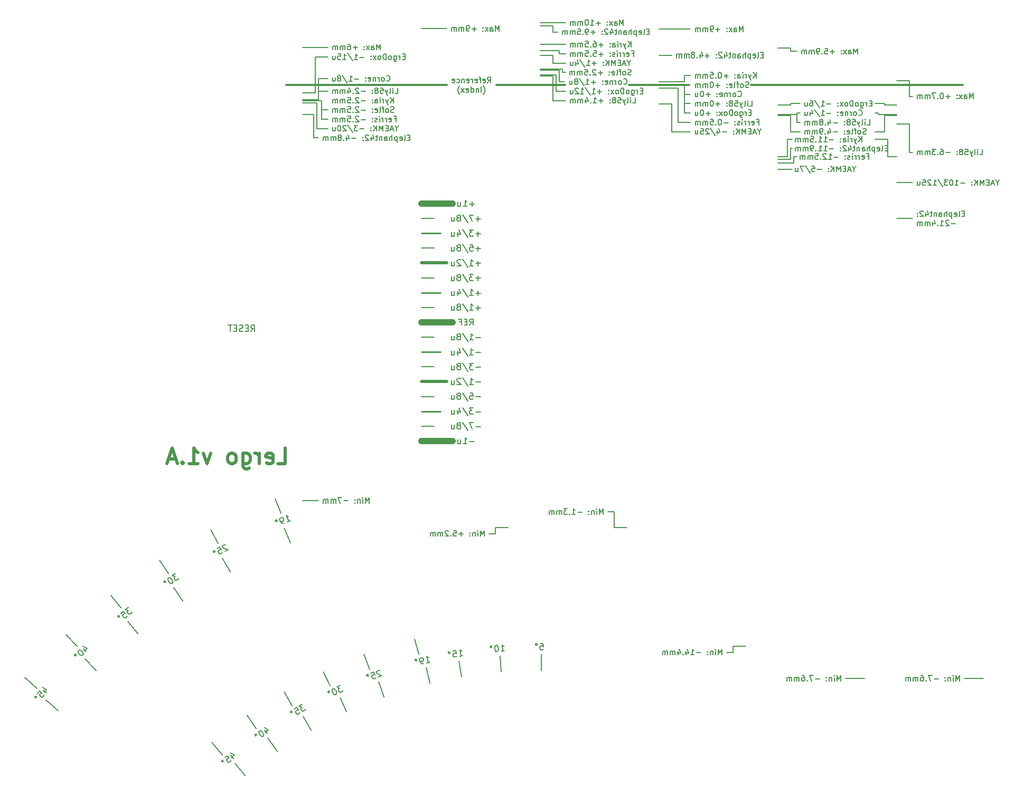
<source format=gbo>
%TF.GenerationSoftware,KiCad,Pcbnew,5.1.12-84ad8e8a86~92~ubuntu20.04.1*%
%TF.CreationDate,2021-11-14T20:34:32+01:00*%
%TF.ProjectId,LergoBottomPlate,4c657267-6f42-46f7-9474-6f6d506c6174,v1.A*%
%TF.SameCoordinates,Original*%
%TF.FileFunction,Legend,Bot*%
%TF.FilePolarity,Positive*%
%FSLAX46Y46*%
G04 Gerber Fmt 4.6, Leading zero omitted, Abs format (unit mm)*
G04 Created by KiCad (PCBNEW 5.1.12-84ad8e8a86~92~ubuntu20.04.1) date 2021-11-14 20:34:32*
%MOMM*%
%LPD*%
G01*
G04 APERTURE LIST*
%ADD10C,0.150000*%
%ADD11C,0.153000*%
%ADD12C,0.500000*%
%ADD13C,0.300000*%
%ADD14C,1.000000*%
%ADD15C,0.250000*%
%ADD16C,2.500000*%
%ADD17C,5.300000*%
%ADD18C,2.000000*%
%ADD19C,1.200000*%
G04 APERTURE END LIST*
D10*
X134666607Y-99477142D02*
X134666607Y-98577142D01*
X134366607Y-99220000D01*
X134066607Y-98577142D01*
X134066607Y-99477142D01*
X133638035Y-99477142D02*
X133638035Y-98877142D01*
X133638035Y-98577142D02*
X133680892Y-98620000D01*
X133638035Y-98662857D01*
X133595178Y-98620000D01*
X133638035Y-98577142D01*
X133638035Y-98662857D01*
X133209464Y-98877142D02*
X133209464Y-99477142D01*
X133209464Y-98962857D02*
X133166607Y-98920000D01*
X133080892Y-98877142D01*
X132952321Y-98877142D01*
X132866607Y-98920000D01*
X132823750Y-99005714D01*
X132823750Y-99477142D01*
X132395178Y-99391428D02*
X132352321Y-99434285D01*
X132395178Y-99477142D01*
X132438035Y-99434285D01*
X132395178Y-99391428D01*
X132395178Y-99477142D01*
X132395178Y-98920000D02*
X132352321Y-98962857D01*
X132395178Y-99005714D01*
X132438035Y-98962857D01*
X132395178Y-98920000D01*
X132395178Y-99005714D01*
X131280892Y-99134285D02*
X130595178Y-99134285D01*
X130252321Y-98577142D02*
X129652321Y-98577142D01*
X130038035Y-99477142D01*
X129309464Y-99477142D02*
X129309464Y-98877142D01*
X129309464Y-98962857D02*
X129266607Y-98920000D01*
X129180892Y-98877142D01*
X129052321Y-98877142D01*
X128966607Y-98920000D01*
X128923750Y-99005714D01*
X128923750Y-99477142D01*
X128923750Y-99005714D02*
X128880892Y-98920000D01*
X128795178Y-98877142D01*
X128666607Y-98877142D01*
X128580892Y-98920000D01*
X128538035Y-99005714D01*
X128538035Y-99477142D01*
X128109464Y-99477142D02*
X128109464Y-98877142D01*
X128109464Y-98962857D02*
X128066607Y-98920000D01*
X127980892Y-98877142D01*
X127852321Y-98877142D01*
X127766607Y-98920000D01*
X127723750Y-99005714D01*
X127723750Y-99477142D01*
X127723750Y-99005714D02*
X127680892Y-98920000D01*
X127595178Y-98877142D01*
X127466607Y-98877142D01*
X127380892Y-98920000D01*
X127338035Y-99005714D01*
X127338035Y-99477142D01*
D11*
X124026250Y-99070000D02*
X126526250Y-99070000D01*
X156923750Y-103395000D02*
X154923750Y-103395000D01*
X154923750Y-103395000D02*
X154923750Y-104395000D01*
X154923750Y-104395000D02*
X153923750Y-104395000D01*
D10*
X153111964Y-104802142D02*
X153111964Y-103902142D01*
X152811964Y-104545000D01*
X152511964Y-103902142D01*
X152511964Y-104802142D01*
X152083392Y-104802142D02*
X152083392Y-104202142D01*
X152083392Y-103902142D02*
X152126250Y-103945000D01*
X152083392Y-103987857D01*
X152040535Y-103945000D01*
X152083392Y-103902142D01*
X152083392Y-103987857D01*
X151654821Y-104202142D02*
X151654821Y-104802142D01*
X151654821Y-104287857D02*
X151611964Y-104245000D01*
X151526250Y-104202142D01*
X151397678Y-104202142D01*
X151311964Y-104245000D01*
X151269107Y-104330714D01*
X151269107Y-104802142D01*
X150840535Y-104716428D02*
X150797678Y-104759285D01*
X150840535Y-104802142D01*
X150883392Y-104759285D01*
X150840535Y-104716428D01*
X150840535Y-104802142D01*
X150840535Y-104245000D02*
X150797678Y-104287857D01*
X150840535Y-104330714D01*
X150883392Y-104287857D01*
X150840535Y-104245000D01*
X150840535Y-104330714D01*
X149726250Y-104459285D02*
X149040535Y-104459285D01*
X149383392Y-104802142D02*
X149383392Y-104116428D01*
X148183392Y-103902142D02*
X148611964Y-103902142D01*
X148654821Y-104330714D01*
X148611964Y-104287857D01*
X148526250Y-104245000D01*
X148311964Y-104245000D01*
X148226250Y-104287857D01*
X148183392Y-104330714D01*
X148140535Y-104416428D01*
X148140535Y-104630714D01*
X148183392Y-104716428D01*
X148226250Y-104759285D01*
X148311964Y-104802142D01*
X148526250Y-104802142D01*
X148611964Y-104759285D01*
X148654821Y-104716428D01*
X147754821Y-104716428D02*
X147711964Y-104759285D01*
X147754821Y-104802142D01*
X147797678Y-104759285D01*
X147754821Y-104716428D01*
X147754821Y-104802142D01*
X147369107Y-103987857D02*
X147326250Y-103945000D01*
X147240535Y-103902142D01*
X147026250Y-103902142D01*
X146940535Y-103945000D01*
X146897678Y-103987857D01*
X146854821Y-104073571D01*
X146854821Y-104159285D01*
X146897678Y-104287857D01*
X147411964Y-104802142D01*
X146854821Y-104802142D01*
X146469107Y-104802142D02*
X146469107Y-104202142D01*
X146469107Y-104287857D02*
X146426250Y-104245000D01*
X146340535Y-104202142D01*
X146211964Y-104202142D01*
X146126250Y-104245000D01*
X146083392Y-104330714D01*
X146083392Y-104802142D01*
X146083392Y-104330714D02*
X146040535Y-104245000D01*
X145954821Y-104202142D01*
X145826250Y-104202142D01*
X145740535Y-104245000D01*
X145697678Y-104330714D01*
X145697678Y-104802142D01*
X145269107Y-104802142D02*
X145269107Y-104202142D01*
X145269107Y-104287857D02*
X145226250Y-104245000D01*
X145140535Y-104202142D01*
X145011964Y-104202142D01*
X144926250Y-104245000D01*
X144883392Y-104330714D01*
X144883392Y-104802142D01*
X144883392Y-104330714D02*
X144840535Y-104245000D01*
X144754821Y-104202142D01*
X144626250Y-104202142D01*
X144540535Y-104245000D01*
X144497678Y-104330714D01*
X144497678Y-104802142D01*
D11*
X175973750Y-103395000D02*
X173973750Y-103395000D01*
X173973750Y-103395000D02*
X173973750Y-100895000D01*
X173973750Y-100895000D02*
X172973750Y-100895000D01*
D10*
X172161964Y-101302142D02*
X172161964Y-100402142D01*
X171861964Y-101045000D01*
X171561964Y-100402142D01*
X171561964Y-101302142D01*
X171133392Y-101302142D02*
X171133392Y-100702142D01*
X171133392Y-100402142D02*
X171176250Y-100445000D01*
X171133392Y-100487857D01*
X171090535Y-100445000D01*
X171133392Y-100402142D01*
X171133392Y-100487857D01*
X170704821Y-100702142D02*
X170704821Y-101302142D01*
X170704821Y-100787857D02*
X170661964Y-100745000D01*
X170576250Y-100702142D01*
X170447678Y-100702142D01*
X170361964Y-100745000D01*
X170319107Y-100830714D01*
X170319107Y-101302142D01*
X169890535Y-101216428D02*
X169847678Y-101259285D01*
X169890535Y-101302142D01*
X169933392Y-101259285D01*
X169890535Y-101216428D01*
X169890535Y-101302142D01*
X169890535Y-100745000D02*
X169847678Y-100787857D01*
X169890535Y-100830714D01*
X169933392Y-100787857D01*
X169890535Y-100745000D01*
X169890535Y-100830714D01*
X168776250Y-100959285D02*
X168090535Y-100959285D01*
X167190535Y-101302142D02*
X167704821Y-101302142D01*
X167447678Y-101302142D02*
X167447678Y-100402142D01*
X167533392Y-100530714D01*
X167619107Y-100616428D01*
X167704821Y-100659285D01*
X166804821Y-101216428D02*
X166761964Y-101259285D01*
X166804821Y-101302142D01*
X166847678Y-101259285D01*
X166804821Y-101216428D01*
X166804821Y-101302142D01*
X166461964Y-100402142D02*
X165904821Y-100402142D01*
X166204821Y-100745000D01*
X166076250Y-100745000D01*
X165990535Y-100787857D01*
X165947678Y-100830714D01*
X165904821Y-100916428D01*
X165904821Y-101130714D01*
X165947678Y-101216428D01*
X165990535Y-101259285D01*
X166076250Y-101302142D01*
X166333392Y-101302142D01*
X166419107Y-101259285D01*
X166461964Y-101216428D01*
X165519107Y-101302142D02*
X165519107Y-100702142D01*
X165519107Y-100787857D02*
X165476250Y-100745000D01*
X165390535Y-100702142D01*
X165261964Y-100702142D01*
X165176250Y-100745000D01*
X165133392Y-100830714D01*
X165133392Y-101302142D01*
X165133392Y-100830714D02*
X165090535Y-100745000D01*
X165004821Y-100702142D01*
X164876250Y-100702142D01*
X164790535Y-100745000D01*
X164747678Y-100830714D01*
X164747678Y-101302142D01*
X164319107Y-101302142D02*
X164319107Y-100702142D01*
X164319107Y-100787857D02*
X164276250Y-100745000D01*
X164190535Y-100702142D01*
X164061964Y-100702142D01*
X163976250Y-100745000D01*
X163933392Y-100830714D01*
X163933392Y-101302142D01*
X163933392Y-100830714D02*
X163890535Y-100745000D01*
X163804821Y-100702142D01*
X163676250Y-100702142D01*
X163590535Y-100745000D01*
X163547678Y-100830714D01*
X163547678Y-101302142D01*
D11*
X193023750Y-123445000D02*
X193023750Y-122445000D01*
X192023750Y-123445000D02*
X193023750Y-123445000D01*
X195023750Y-122445000D02*
X193023750Y-122445000D01*
D10*
X191211964Y-123852142D02*
X191211964Y-122952142D01*
X190911964Y-123595000D01*
X190611964Y-122952142D01*
X190611964Y-123852142D01*
X190183392Y-123852142D02*
X190183392Y-123252142D01*
X190183392Y-122952142D02*
X190226250Y-122995000D01*
X190183392Y-123037857D01*
X190140535Y-122995000D01*
X190183392Y-122952142D01*
X190183392Y-123037857D01*
X189754821Y-123252142D02*
X189754821Y-123852142D01*
X189754821Y-123337857D02*
X189711964Y-123295000D01*
X189626250Y-123252142D01*
X189497678Y-123252142D01*
X189411964Y-123295000D01*
X189369107Y-123380714D01*
X189369107Y-123852142D01*
X188940535Y-123766428D02*
X188897678Y-123809285D01*
X188940535Y-123852142D01*
X188983392Y-123809285D01*
X188940535Y-123766428D01*
X188940535Y-123852142D01*
X188940535Y-123295000D02*
X188897678Y-123337857D01*
X188940535Y-123380714D01*
X188983392Y-123337857D01*
X188940535Y-123295000D01*
X188940535Y-123380714D01*
X187826250Y-123509285D02*
X187140535Y-123509285D01*
X186240535Y-123852142D02*
X186754821Y-123852142D01*
X186497678Y-123852142D02*
X186497678Y-122952142D01*
X186583392Y-123080714D01*
X186669107Y-123166428D01*
X186754821Y-123209285D01*
X185469107Y-123252142D02*
X185469107Y-123852142D01*
X185683392Y-122909285D02*
X185897678Y-123552142D01*
X185340535Y-123552142D01*
X184997678Y-123766428D02*
X184954821Y-123809285D01*
X184997678Y-123852142D01*
X185040535Y-123809285D01*
X184997678Y-123766428D01*
X184997678Y-123852142D01*
X184183392Y-123252142D02*
X184183392Y-123852142D01*
X184397678Y-122909285D02*
X184611964Y-123552142D01*
X184054821Y-123552142D01*
X183711964Y-123852142D02*
X183711964Y-123252142D01*
X183711964Y-123337857D02*
X183669107Y-123295000D01*
X183583392Y-123252142D01*
X183454821Y-123252142D01*
X183369107Y-123295000D01*
X183326250Y-123380714D01*
X183326250Y-123852142D01*
X183326250Y-123380714D02*
X183283392Y-123295000D01*
X183197678Y-123252142D01*
X183069107Y-123252142D01*
X182983392Y-123295000D01*
X182940535Y-123380714D01*
X182940535Y-123852142D01*
X182511964Y-123852142D02*
X182511964Y-123252142D01*
X182511964Y-123337857D02*
X182469107Y-123295000D01*
X182383392Y-123252142D01*
X182254821Y-123252142D01*
X182169107Y-123295000D01*
X182126250Y-123380714D01*
X182126250Y-123852142D01*
X182126250Y-123380714D02*
X182083392Y-123295000D01*
X181997678Y-123252142D01*
X181869107Y-123252142D01*
X181783392Y-123295000D01*
X181740535Y-123380714D01*
X181740535Y-123852142D01*
X210261964Y-128050892D02*
X210261964Y-127150892D01*
X209961964Y-127793750D01*
X209661964Y-127150892D01*
X209661964Y-128050892D01*
X209233392Y-128050892D02*
X209233392Y-127450892D01*
X209233392Y-127150892D02*
X209276250Y-127193750D01*
X209233392Y-127236607D01*
X209190535Y-127193750D01*
X209233392Y-127150892D01*
X209233392Y-127236607D01*
X208804821Y-127450892D02*
X208804821Y-128050892D01*
X208804821Y-127536607D02*
X208761964Y-127493750D01*
X208676250Y-127450892D01*
X208547678Y-127450892D01*
X208461964Y-127493750D01*
X208419107Y-127579464D01*
X208419107Y-128050892D01*
X207990535Y-127965178D02*
X207947678Y-128008035D01*
X207990535Y-128050892D01*
X208033392Y-128008035D01*
X207990535Y-127965178D01*
X207990535Y-128050892D01*
X207990535Y-127493750D02*
X207947678Y-127536607D01*
X207990535Y-127579464D01*
X208033392Y-127536607D01*
X207990535Y-127493750D01*
X207990535Y-127579464D01*
X206876250Y-127708035D02*
X206190535Y-127708035D01*
X205847678Y-127150892D02*
X205247678Y-127150892D01*
X205633392Y-128050892D01*
X204904821Y-127965178D02*
X204861964Y-128008035D01*
X204904821Y-128050892D01*
X204947678Y-128008035D01*
X204904821Y-127965178D01*
X204904821Y-128050892D01*
X204090535Y-127150892D02*
X204261964Y-127150892D01*
X204347678Y-127193750D01*
X204390535Y-127236607D01*
X204476250Y-127365178D01*
X204519107Y-127536607D01*
X204519107Y-127879464D01*
X204476250Y-127965178D01*
X204433392Y-128008035D01*
X204347678Y-128050892D01*
X204176250Y-128050892D01*
X204090535Y-128008035D01*
X204047678Y-127965178D01*
X204004821Y-127879464D01*
X204004821Y-127665178D01*
X204047678Y-127579464D01*
X204090535Y-127536607D01*
X204176250Y-127493750D01*
X204347678Y-127493750D01*
X204433392Y-127536607D01*
X204476250Y-127579464D01*
X204519107Y-127665178D01*
X203619107Y-128050892D02*
X203619107Y-127450892D01*
X203619107Y-127536607D02*
X203576250Y-127493750D01*
X203490535Y-127450892D01*
X203361964Y-127450892D01*
X203276250Y-127493750D01*
X203233392Y-127579464D01*
X203233392Y-128050892D01*
X203233392Y-127579464D02*
X203190535Y-127493750D01*
X203104821Y-127450892D01*
X202976250Y-127450892D01*
X202890535Y-127493750D01*
X202847678Y-127579464D01*
X202847678Y-128050892D01*
X202419107Y-128050892D02*
X202419107Y-127450892D01*
X202419107Y-127536607D02*
X202376250Y-127493750D01*
X202290535Y-127450892D01*
X202161964Y-127450892D01*
X202076250Y-127493750D01*
X202033392Y-127579464D01*
X202033392Y-128050892D01*
X202033392Y-127579464D02*
X201990535Y-127493750D01*
X201904821Y-127450892D01*
X201776250Y-127450892D01*
X201690535Y-127493750D01*
X201647678Y-127579464D01*
X201647678Y-128050892D01*
D11*
X214073750Y-127643750D02*
X211073750Y-127643750D01*
D10*
X229311964Y-128050892D02*
X229311964Y-127150892D01*
X229011964Y-127793750D01*
X228711964Y-127150892D01*
X228711964Y-128050892D01*
X228283392Y-128050892D02*
X228283392Y-127450892D01*
X228283392Y-127150892D02*
X228326250Y-127193750D01*
X228283392Y-127236607D01*
X228240535Y-127193750D01*
X228283392Y-127150892D01*
X228283392Y-127236607D01*
X227854821Y-127450892D02*
X227854821Y-128050892D01*
X227854821Y-127536607D02*
X227811964Y-127493750D01*
X227726250Y-127450892D01*
X227597678Y-127450892D01*
X227511964Y-127493750D01*
X227469107Y-127579464D01*
X227469107Y-128050892D01*
X227040535Y-127965178D02*
X226997678Y-128008035D01*
X227040535Y-128050892D01*
X227083392Y-128008035D01*
X227040535Y-127965178D01*
X227040535Y-128050892D01*
X227040535Y-127493750D02*
X226997678Y-127536607D01*
X227040535Y-127579464D01*
X227083392Y-127536607D01*
X227040535Y-127493750D01*
X227040535Y-127579464D01*
X225926250Y-127708035D02*
X225240535Y-127708035D01*
X224897678Y-127150892D02*
X224297678Y-127150892D01*
X224683392Y-128050892D01*
X223954821Y-127965178D02*
X223911964Y-128008035D01*
X223954821Y-128050892D01*
X223997678Y-128008035D01*
X223954821Y-127965178D01*
X223954821Y-128050892D01*
X223140535Y-127150892D02*
X223311964Y-127150892D01*
X223397678Y-127193750D01*
X223440535Y-127236607D01*
X223526250Y-127365178D01*
X223569107Y-127536607D01*
X223569107Y-127879464D01*
X223526250Y-127965178D01*
X223483392Y-128008035D01*
X223397678Y-128050892D01*
X223226250Y-128050892D01*
X223140535Y-128008035D01*
X223097678Y-127965178D01*
X223054821Y-127879464D01*
X223054821Y-127665178D01*
X223097678Y-127579464D01*
X223140535Y-127536607D01*
X223226250Y-127493750D01*
X223397678Y-127493750D01*
X223483392Y-127536607D01*
X223526250Y-127579464D01*
X223569107Y-127665178D01*
X222669107Y-128050892D02*
X222669107Y-127450892D01*
X222669107Y-127536607D02*
X222626250Y-127493750D01*
X222540535Y-127450892D01*
X222411964Y-127450892D01*
X222326250Y-127493750D01*
X222283392Y-127579464D01*
X222283392Y-128050892D01*
X222283392Y-127579464D02*
X222240535Y-127493750D01*
X222154821Y-127450892D01*
X222026250Y-127450892D01*
X221940535Y-127493750D01*
X221897678Y-127579464D01*
X221897678Y-128050892D01*
X221469107Y-128050892D02*
X221469107Y-127450892D01*
X221469107Y-127536607D02*
X221426250Y-127493750D01*
X221340535Y-127450892D01*
X221211964Y-127450892D01*
X221126250Y-127493750D01*
X221083392Y-127579464D01*
X221083392Y-128050892D01*
X221083392Y-127579464D02*
X221040535Y-127493750D01*
X220954821Y-127450892D01*
X220826250Y-127450892D01*
X220740535Y-127493750D01*
X220697678Y-127579464D01*
X220697678Y-128050892D01*
D11*
X233123750Y-127643750D02*
X230123750Y-127643750D01*
X202226250Y-26992464D02*
X202226250Y-26492464D01*
X203226250Y-26992464D02*
X202226250Y-26992464D01*
D10*
X230130892Y-53002659D02*
X229830892Y-53002659D01*
X229702321Y-53474087D02*
X230130892Y-53474087D01*
X230130892Y-52574087D01*
X229702321Y-52574087D01*
X229188035Y-53474087D02*
X229273750Y-53431230D01*
X229316607Y-53345516D01*
X229316607Y-52574087D01*
X228502321Y-53431230D02*
X228588035Y-53474087D01*
X228759464Y-53474087D01*
X228845178Y-53431230D01*
X228888035Y-53345516D01*
X228888035Y-53002659D01*
X228845178Y-52916945D01*
X228759464Y-52874087D01*
X228588035Y-52874087D01*
X228502321Y-52916945D01*
X228459464Y-53002659D01*
X228459464Y-53088373D01*
X228888035Y-53174087D01*
X228073750Y-52874087D02*
X228073750Y-53774087D01*
X228073750Y-52916945D02*
X227988035Y-52874087D01*
X227816607Y-52874087D01*
X227730892Y-52916945D01*
X227688035Y-52959802D01*
X227645178Y-53045516D01*
X227645178Y-53302659D01*
X227688035Y-53388373D01*
X227730892Y-53431230D01*
X227816607Y-53474087D01*
X227988035Y-53474087D01*
X228073750Y-53431230D01*
X227259464Y-53474087D02*
X227259464Y-52574087D01*
X226873750Y-53474087D02*
X226873750Y-53002659D01*
X226916607Y-52916945D01*
X227002321Y-52874087D01*
X227130892Y-52874087D01*
X227216607Y-52916945D01*
X227259464Y-52959802D01*
X226059464Y-53474087D02*
X226059464Y-53002659D01*
X226102321Y-52916945D01*
X226188035Y-52874087D01*
X226359464Y-52874087D01*
X226445178Y-52916945D01*
X226059464Y-53431230D02*
X226145178Y-53474087D01*
X226359464Y-53474087D01*
X226445178Y-53431230D01*
X226488035Y-53345516D01*
X226488035Y-53259802D01*
X226445178Y-53174087D01*
X226359464Y-53131230D01*
X226145178Y-53131230D01*
X226059464Y-53088373D01*
X225630892Y-52874087D02*
X225630892Y-53474087D01*
X225630892Y-52959802D02*
X225588035Y-52916945D01*
X225502321Y-52874087D01*
X225373750Y-52874087D01*
X225288035Y-52916945D01*
X225245178Y-53002659D01*
X225245178Y-53474087D01*
X224945178Y-52874087D02*
X224602321Y-52874087D01*
X224816607Y-52574087D02*
X224816607Y-53345516D01*
X224773750Y-53431230D01*
X224688035Y-53474087D01*
X224602321Y-53474087D01*
X223916607Y-52874087D02*
X223916607Y-53474087D01*
X224130892Y-52531230D02*
X224345178Y-53174087D01*
X223788035Y-53174087D01*
X223488035Y-52659802D02*
X223445178Y-52616945D01*
X223359464Y-52574087D01*
X223145178Y-52574087D01*
X223059464Y-52616945D01*
X223016607Y-52659802D01*
X222973750Y-52745516D01*
X222973750Y-52831230D01*
X223016607Y-52959802D01*
X223530892Y-53474087D01*
X222973750Y-53474087D01*
X222588035Y-53388373D02*
X222545178Y-53431230D01*
X222588035Y-53474087D01*
X222630892Y-53431230D01*
X222588035Y-53388373D01*
X222588035Y-53474087D01*
X222588035Y-52916945D02*
X222545178Y-52959802D01*
X222588035Y-53002659D01*
X222630892Y-52959802D01*
X222588035Y-52916945D01*
X222588035Y-53002659D01*
X228673750Y-54631230D02*
X227988035Y-54631230D01*
X227602321Y-54159802D02*
X227559464Y-54116945D01*
X227473750Y-54074087D01*
X227259464Y-54074087D01*
X227173750Y-54116945D01*
X227130892Y-54159802D01*
X227088035Y-54245516D01*
X227088035Y-54331230D01*
X227130892Y-54459802D01*
X227645178Y-54974087D01*
X227088035Y-54974087D01*
X226230892Y-54974087D02*
X226745178Y-54974087D01*
X226488035Y-54974087D02*
X226488035Y-54074087D01*
X226573750Y-54202659D01*
X226659464Y-54288373D01*
X226745178Y-54331230D01*
X225845178Y-54888373D02*
X225802321Y-54931230D01*
X225845178Y-54974087D01*
X225888035Y-54931230D01*
X225845178Y-54888373D01*
X225845178Y-54974087D01*
X225030892Y-54374087D02*
X225030892Y-54974087D01*
X225245178Y-54031230D02*
X225459464Y-54674087D01*
X224902321Y-54674087D01*
X224559464Y-54974087D02*
X224559464Y-54374087D01*
X224559464Y-54459802D02*
X224516607Y-54416945D01*
X224430892Y-54374087D01*
X224302321Y-54374087D01*
X224216607Y-54416945D01*
X224173750Y-54502659D01*
X224173750Y-54974087D01*
X224173750Y-54502659D02*
X224130892Y-54416945D01*
X224045178Y-54374087D01*
X223916607Y-54374087D01*
X223830892Y-54416945D01*
X223788035Y-54502659D01*
X223788035Y-54974087D01*
X223359464Y-54974087D02*
X223359464Y-54374087D01*
X223359464Y-54459802D02*
X223316607Y-54416945D01*
X223230892Y-54374087D01*
X223102321Y-54374087D01*
X223016607Y-54416945D01*
X222973750Y-54502659D01*
X222973750Y-54974087D01*
X222973750Y-54502659D02*
X222930892Y-54416945D01*
X222845178Y-54374087D01*
X222716607Y-54374087D01*
X222630892Y-54416945D01*
X222588035Y-54502659D01*
X222588035Y-54974087D01*
D11*
X221776250Y-53816945D02*
X219276250Y-53816945D01*
D10*
X235402321Y-48050771D02*
X235402321Y-48479342D01*
X235702321Y-47579342D02*
X235402321Y-48050771D01*
X235102321Y-47579342D01*
X234845178Y-48222200D02*
X234416607Y-48222200D01*
X234930892Y-48479342D02*
X234630892Y-47579342D01*
X234330892Y-48479342D01*
X234030892Y-48007914D02*
X233730892Y-48007914D01*
X233602321Y-48479342D02*
X234030892Y-48479342D01*
X234030892Y-47579342D01*
X233602321Y-47579342D01*
X233216607Y-48479342D02*
X233216607Y-47579342D01*
X232916607Y-48222200D01*
X232616607Y-47579342D01*
X232616607Y-48479342D01*
X232188035Y-48479342D02*
X232188035Y-47579342D01*
X231673750Y-48479342D02*
X232059464Y-47965057D01*
X231673750Y-47579342D02*
X232188035Y-48093628D01*
X231288035Y-48393628D02*
X231245178Y-48436485D01*
X231288035Y-48479342D01*
X231330892Y-48436485D01*
X231288035Y-48393628D01*
X231288035Y-48479342D01*
X231288035Y-47922200D02*
X231245178Y-47965057D01*
X231288035Y-48007914D01*
X231330892Y-47965057D01*
X231288035Y-47922200D01*
X231288035Y-48007914D01*
X230173750Y-48136485D02*
X229488035Y-48136485D01*
X228588035Y-48479342D02*
X229102321Y-48479342D01*
X228845178Y-48479342D02*
X228845178Y-47579342D01*
X228930892Y-47707914D01*
X229016607Y-47793628D01*
X229102321Y-47836485D01*
X228030892Y-47579342D02*
X227945178Y-47579342D01*
X227859464Y-47622200D01*
X227816607Y-47665057D01*
X227773750Y-47750771D01*
X227730892Y-47922200D01*
X227730892Y-48136485D01*
X227773750Y-48307914D01*
X227816607Y-48393628D01*
X227859464Y-48436485D01*
X227945178Y-48479342D01*
X228030892Y-48479342D01*
X228116607Y-48436485D01*
X228159464Y-48393628D01*
X228202321Y-48307914D01*
X228245178Y-48136485D01*
X228245178Y-47922200D01*
X228202321Y-47750771D01*
X228159464Y-47665057D01*
X228116607Y-47622200D01*
X228030892Y-47579342D01*
X227430892Y-47579342D02*
X226873750Y-47579342D01*
X227173750Y-47922200D01*
X227045178Y-47922200D01*
X226959464Y-47965057D01*
X226916607Y-48007914D01*
X226873750Y-48093628D01*
X226873750Y-48307914D01*
X226916607Y-48393628D01*
X226959464Y-48436485D01*
X227045178Y-48479342D01*
X227302321Y-48479342D01*
X227388035Y-48436485D01*
X227430892Y-48393628D01*
X225845178Y-47536485D02*
X226616607Y-48693628D01*
X225073750Y-48479342D02*
X225588035Y-48479342D01*
X225330892Y-48479342D02*
X225330892Y-47579342D01*
X225416607Y-47707914D01*
X225502321Y-47793628D01*
X225588035Y-47836485D01*
X224730892Y-47665057D02*
X224688035Y-47622200D01*
X224602321Y-47579342D01*
X224388035Y-47579342D01*
X224302321Y-47622200D01*
X224259464Y-47665057D01*
X224216607Y-47750771D01*
X224216607Y-47836485D01*
X224259464Y-47965057D01*
X224773750Y-48479342D01*
X224216607Y-48479342D01*
X223402321Y-47579342D02*
X223830892Y-47579342D01*
X223873750Y-48007914D01*
X223830892Y-47965057D01*
X223745178Y-47922200D01*
X223530892Y-47922200D01*
X223445178Y-47965057D01*
X223402321Y-48007914D01*
X223359464Y-48093628D01*
X223359464Y-48307914D01*
X223402321Y-48393628D01*
X223445178Y-48436485D01*
X223530892Y-48479342D01*
X223745178Y-48479342D01*
X223830892Y-48436485D01*
X223873750Y-48393628D01*
X222588035Y-47879342D02*
X222588035Y-48479342D01*
X222973750Y-47879342D02*
X222973750Y-48350771D01*
X222930892Y-48436485D01*
X222845178Y-48479342D01*
X222716607Y-48479342D01*
X222630892Y-48436485D01*
X222588035Y-48393628D01*
D11*
X221776250Y-48072200D02*
X219276250Y-48072200D01*
D10*
X232530892Y-43582142D02*
X232959464Y-43582142D01*
X232959464Y-42682142D01*
X232230892Y-43582142D02*
X232230892Y-42982142D01*
X232230892Y-42682142D02*
X232273750Y-42725000D01*
X232230892Y-42767857D01*
X232188035Y-42725000D01*
X232230892Y-42682142D01*
X232230892Y-42767857D01*
X231673750Y-43582142D02*
X231759464Y-43539285D01*
X231802321Y-43453571D01*
X231802321Y-42682142D01*
X231416607Y-42982142D02*
X231202321Y-43582142D01*
X230988035Y-42982142D02*
X231202321Y-43582142D01*
X231288035Y-43796428D01*
X231330892Y-43839285D01*
X231416607Y-43882142D01*
X230216607Y-42682142D02*
X230645178Y-42682142D01*
X230688035Y-43110714D01*
X230645178Y-43067857D01*
X230559464Y-43025000D01*
X230345178Y-43025000D01*
X230259464Y-43067857D01*
X230216607Y-43110714D01*
X230173750Y-43196428D01*
X230173750Y-43410714D01*
X230216607Y-43496428D01*
X230259464Y-43539285D01*
X230345178Y-43582142D01*
X230559464Y-43582142D01*
X230645178Y-43539285D01*
X230688035Y-43496428D01*
X229659464Y-43067857D02*
X229745178Y-43025000D01*
X229788035Y-42982142D01*
X229830892Y-42896428D01*
X229830892Y-42853571D01*
X229788035Y-42767857D01*
X229745178Y-42725000D01*
X229659464Y-42682142D01*
X229488035Y-42682142D01*
X229402321Y-42725000D01*
X229359464Y-42767857D01*
X229316607Y-42853571D01*
X229316607Y-42896428D01*
X229359464Y-42982142D01*
X229402321Y-43025000D01*
X229488035Y-43067857D01*
X229659464Y-43067857D01*
X229745178Y-43110714D01*
X229788035Y-43153571D01*
X229830892Y-43239285D01*
X229830892Y-43410714D01*
X229788035Y-43496428D01*
X229745178Y-43539285D01*
X229659464Y-43582142D01*
X229488035Y-43582142D01*
X229402321Y-43539285D01*
X229359464Y-43496428D01*
X229316607Y-43410714D01*
X229316607Y-43239285D01*
X229359464Y-43153571D01*
X229402321Y-43110714D01*
X229488035Y-43067857D01*
X228930892Y-43496428D02*
X228888035Y-43539285D01*
X228930892Y-43582142D01*
X228973750Y-43539285D01*
X228930892Y-43496428D01*
X228930892Y-43582142D01*
X228930892Y-43025000D02*
X228888035Y-43067857D01*
X228930892Y-43110714D01*
X228973750Y-43067857D01*
X228930892Y-43025000D01*
X228930892Y-43110714D01*
X227816607Y-43239285D02*
X227130892Y-43239285D01*
X226316607Y-42682142D02*
X226488035Y-42682142D01*
X226573750Y-42725000D01*
X226616607Y-42767857D01*
X226702321Y-42896428D01*
X226745178Y-43067857D01*
X226745178Y-43410714D01*
X226702321Y-43496428D01*
X226659464Y-43539285D01*
X226573750Y-43582142D01*
X226402321Y-43582142D01*
X226316607Y-43539285D01*
X226273750Y-43496428D01*
X226230892Y-43410714D01*
X226230892Y-43196428D01*
X226273750Y-43110714D01*
X226316607Y-43067857D01*
X226402321Y-43025000D01*
X226573750Y-43025000D01*
X226659464Y-43067857D01*
X226702321Y-43110714D01*
X226745178Y-43196428D01*
X225845178Y-43496428D02*
X225802321Y-43539285D01*
X225845178Y-43582142D01*
X225888035Y-43539285D01*
X225845178Y-43496428D01*
X225845178Y-43582142D01*
X225502321Y-42682142D02*
X224945178Y-42682142D01*
X225245178Y-43025000D01*
X225116607Y-43025000D01*
X225030892Y-43067857D01*
X224988035Y-43110714D01*
X224945178Y-43196428D01*
X224945178Y-43410714D01*
X224988035Y-43496428D01*
X225030892Y-43539285D01*
X225116607Y-43582142D01*
X225373750Y-43582142D01*
X225459464Y-43539285D01*
X225502321Y-43496428D01*
X224559464Y-43582142D02*
X224559464Y-42982142D01*
X224559464Y-43067857D02*
X224516607Y-43025000D01*
X224430892Y-42982142D01*
X224302321Y-42982142D01*
X224216607Y-43025000D01*
X224173750Y-43110714D01*
X224173750Y-43582142D01*
X224173750Y-43110714D02*
X224130892Y-43025000D01*
X224045178Y-42982142D01*
X223916607Y-42982142D01*
X223830892Y-43025000D01*
X223788035Y-43110714D01*
X223788035Y-43582142D01*
X223359464Y-43582142D02*
X223359464Y-42982142D01*
X223359464Y-43067857D02*
X223316607Y-43025000D01*
X223230892Y-42982142D01*
X223102321Y-42982142D01*
X223016607Y-43025000D01*
X222973750Y-43110714D01*
X222973750Y-43582142D01*
X222973750Y-43110714D02*
X222930892Y-43025000D01*
X222845178Y-42982142D01*
X222716607Y-42982142D01*
X222630892Y-43025000D01*
X222588035Y-43110714D01*
X222588035Y-43582142D01*
D11*
X221776250Y-43175000D02*
X221276250Y-43175000D01*
X221276250Y-43175000D02*
X221276250Y-38675000D01*
X221276250Y-38675000D02*
X219276250Y-38675000D01*
D10*
X231502321Y-34582142D02*
X231502321Y-33682142D01*
X231202321Y-34325000D01*
X230902321Y-33682142D01*
X230902321Y-34582142D01*
X230088035Y-34582142D02*
X230088035Y-34110714D01*
X230130892Y-34025000D01*
X230216607Y-33982142D01*
X230388035Y-33982142D01*
X230473750Y-34025000D01*
X230088035Y-34539285D02*
X230173750Y-34582142D01*
X230388035Y-34582142D01*
X230473750Y-34539285D01*
X230516607Y-34453571D01*
X230516607Y-34367857D01*
X230473750Y-34282142D01*
X230388035Y-34239285D01*
X230173750Y-34239285D01*
X230088035Y-34196428D01*
X229745178Y-34582142D02*
X229273750Y-33982142D01*
X229745178Y-33982142D02*
X229273750Y-34582142D01*
X228930892Y-34496428D02*
X228888035Y-34539285D01*
X228930892Y-34582142D01*
X228973750Y-34539285D01*
X228930892Y-34496428D01*
X228930892Y-34582142D01*
X228930892Y-34025000D02*
X228888035Y-34067857D01*
X228930892Y-34110714D01*
X228973750Y-34067857D01*
X228930892Y-34025000D01*
X228930892Y-34110714D01*
X227816607Y-34239285D02*
X227130892Y-34239285D01*
X227473750Y-34582142D02*
X227473750Y-33896428D01*
X226530892Y-33682142D02*
X226445178Y-33682142D01*
X226359464Y-33725000D01*
X226316607Y-33767857D01*
X226273750Y-33853571D01*
X226230892Y-34025000D01*
X226230892Y-34239285D01*
X226273750Y-34410714D01*
X226316607Y-34496428D01*
X226359464Y-34539285D01*
X226445178Y-34582142D01*
X226530892Y-34582142D01*
X226616607Y-34539285D01*
X226659464Y-34496428D01*
X226702321Y-34410714D01*
X226745178Y-34239285D01*
X226745178Y-34025000D01*
X226702321Y-33853571D01*
X226659464Y-33767857D01*
X226616607Y-33725000D01*
X226530892Y-33682142D01*
X225845178Y-34496428D02*
X225802321Y-34539285D01*
X225845178Y-34582142D01*
X225888035Y-34539285D01*
X225845178Y-34496428D01*
X225845178Y-34582142D01*
X225502321Y-33682142D02*
X224902321Y-33682142D01*
X225288035Y-34582142D01*
X224559464Y-34582142D02*
X224559464Y-33982142D01*
X224559464Y-34067857D02*
X224516607Y-34025000D01*
X224430892Y-33982142D01*
X224302321Y-33982142D01*
X224216607Y-34025000D01*
X224173750Y-34110714D01*
X224173750Y-34582142D01*
X224173750Y-34110714D02*
X224130892Y-34025000D01*
X224045178Y-33982142D01*
X223916607Y-33982142D01*
X223830892Y-34025000D01*
X223788035Y-34110714D01*
X223788035Y-34582142D01*
X223359464Y-34582142D02*
X223359464Y-33982142D01*
X223359464Y-34067857D02*
X223316607Y-34025000D01*
X223230892Y-33982142D01*
X223102321Y-33982142D01*
X223016607Y-34025000D01*
X222973750Y-34110714D01*
X222973750Y-34582142D01*
X222973750Y-34110714D02*
X222930892Y-34025000D01*
X222845178Y-33982142D01*
X222716607Y-33982142D01*
X222630892Y-34025000D01*
X222588035Y-34110714D01*
X222588035Y-34582142D01*
D11*
X221276250Y-34216945D02*
X221776250Y-34216945D01*
X221276250Y-31716945D02*
X221276250Y-34216945D01*
X221276250Y-31716945D02*
X219276250Y-31716945D01*
X217776250Y-43875000D02*
X219276250Y-43875000D01*
X217776250Y-41125000D02*
X217776250Y-43875000D01*
X217776250Y-41125000D02*
X215776250Y-41125000D01*
X217276250Y-35375000D02*
X217276250Y-35552540D01*
X216276250Y-36875000D02*
X216276250Y-37137500D01*
X217276250Y-39875000D02*
X217276250Y-37275000D01*
X215776250Y-39875000D02*
X217276250Y-39875000D01*
X217276250Y-37275000D02*
X219276250Y-37275000D01*
X216276250Y-37137500D02*
X219276250Y-37137500D01*
X216276250Y-36875000D02*
X215776250Y-36875000D01*
X217276250Y-35552540D02*
X219276250Y-35552540D01*
X217276250Y-35375000D02*
X215776250Y-35375000D01*
D12*
X119995238Y-93155952D02*
X121185714Y-93155952D01*
X121185714Y-90655952D01*
X118209523Y-93036904D02*
X118447619Y-93155952D01*
X118923809Y-93155952D01*
X119161904Y-93036904D01*
X119280952Y-92798809D01*
X119280952Y-91846428D01*
X119161904Y-91608333D01*
X118923809Y-91489285D01*
X118447619Y-91489285D01*
X118209523Y-91608333D01*
X118090476Y-91846428D01*
X118090476Y-92084523D01*
X119280952Y-92322619D01*
X117019047Y-93155952D02*
X117019047Y-91489285D01*
X117019047Y-91965476D02*
X116900000Y-91727380D01*
X116780952Y-91608333D01*
X116542857Y-91489285D01*
X116304761Y-91489285D01*
X114400000Y-91489285D02*
X114400000Y-93513095D01*
X114519047Y-93751190D01*
X114638095Y-93870238D01*
X114876190Y-93989285D01*
X115233333Y-93989285D01*
X115471428Y-93870238D01*
X114400000Y-93036904D02*
X114638095Y-93155952D01*
X115114285Y-93155952D01*
X115352380Y-93036904D01*
X115471428Y-92917857D01*
X115590476Y-92679761D01*
X115590476Y-91965476D01*
X115471428Y-91727380D01*
X115352380Y-91608333D01*
X115114285Y-91489285D01*
X114638095Y-91489285D01*
X114400000Y-91608333D01*
X112852380Y-93155952D02*
X113090476Y-93036904D01*
X113209523Y-92917857D01*
X113328571Y-92679761D01*
X113328571Y-91965476D01*
X113209523Y-91727380D01*
X113090476Y-91608333D01*
X112852380Y-91489285D01*
X112495238Y-91489285D01*
X112257142Y-91608333D01*
X112138095Y-91727380D01*
X112019047Y-91965476D01*
X112019047Y-92679761D01*
X112138095Y-92917857D01*
X112257142Y-93036904D01*
X112495238Y-93155952D01*
X112852380Y-93155952D01*
X109280952Y-91489285D02*
X108685714Y-93155952D01*
X108090476Y-91489285D01*
X105828571Y-93155952D02*
X107257142Y-93155952D01*
X106542857Y-93155952D02*
X106542857Y-90655952D01*
X106780952Y-91013095D01*
X107019047Y-91251190D01*
X107257142Y-91370238D01*
X104757142Y-92917857D02*
X104638095Y-93036904D01*
X104757142Y-93155952D01*
X104876190Y-93036904D01*
X104757142Y-92917857D01*
X104757142Y-93155952D01*
X103685714Y-92441666D02*
X102495238Y-92441666D01*
X103923809Y-93155952D02*
X103090476Y-90655952D01*
X102257142Y-93155952D01*
D10*
X212423750Y-45853571D02*
X212423750Y-46282142D01*
X212723750Y-45382142D02*
X212423750Y-45853571D01*
X212123750Y-45382142D01*
X211866607Y-46025000D02*
X211438035Y-46025000D01*
X211952321Y-46282142D02*
X211652321Y-45382142D01*
X211352321Y-46282142D01*
X211052321Y-45810714D02*
X210752321Y-45810714D01*
X210623750Y-46282142D02*
X211052321Y-46282142D01*
X211052321Y-45382142D01*
X210623750Y-45382142D01*
X210238035Y-46282142D02*
X210238035Y-45382142D01*
X209938035Y-46025000D01*
X209638035Y-45382142D01*
X209638035Y-46282142D01*
X209209464Y-46282142D02*
X209209464Y-45382142D01*
X208695178Y-46282142D02*
X209080892Y-45767857D01*
X208695178Y-45382142D02*
X209209464Y-45896428D01*
X208309464Y-46196428D02*
X208266607Y-46239285D01*
X208309464Y-46282142D01*
X208352321Y-46239285D01*
X208309464Y-46196428D01*
X208309464Y-46282142D01*
X208309464Y-45725000D02*
X208266607Y-45767857D01*
X208309464Y-45810714D01*
X208352321Y-45767857D01*
X208309464Y-45725000D01*
X208309464Y-45810714D01*
X207195178Y-45939285D02*
X206509464Y-45939285D01*
X205652321Y-45382142D02*
X206080892Y-45382142D01*
X206123750Y-45810714D01*
X206080892Y-45767857D01*
X205995178Y-45725000D01*
X205780892Y-45725000D01*
X205695178Y-45767857D01*
X205652321Y-45810714D01*
X205609464Y-45896428D01*
X205609464Y-46110714D01*
X205652321Y-46196428D01*
X205695178Y-46239285D01*
X205780892Y-46282142D01*
X205995178Y-46282142D01*
X206080892Y-46239285D01*
X206123750Y-46196428D01*
X204580892Y-45339285D02*
X205352321Y-46496428D01*
X204366607Y-45382142D02*
X203766607Y-45382142D01*
X204152321Y-46282142D01*
X203038035Y-45682142D02*
X203038035Y-46282142D01*
X203423750Y-45682142D02*
X203423750Y-46153571D01*
X203380892Y-46239285D01*
X203295178Y-46282142D01*
X203166607Y-46282142D01*
X203080892Y-46239285D01*
X203038035Y-46196428D01*
X214502321Y-43810714D02*
X214802321Y-43810714D01*
X214802321Y-44282142D02*
X214802321Y-43382142D01*
X214373750Y-43382142D01*
X213688035Y-44239285D02*
X213773750Y-44282142D01*
X213945178Y-44282142D01*
X214030892Y-44239285D01*
X214073750Y-44153571D01*
X214073750Y-43810714D01*
X214030892Y-43725000D01*
X213945178Y-43682142D01*
X213773750Y-43682142D01*
X213688035Y-43725000D01*
X213645178Y-43810714D01*
X213645178Y-43896428D01*
X214073750Y-43982142D01*
X213259464Y-44282142D02*
X213259464Y-43682142D01*
X213259464Y-43853571D02*
X213216607Y-43767857D01*
X213173750Y-43725000D01*
X213088035Y-43682142D01*
X213002321Y-43682142D01*
X212702321Y-44282142D02*
X212702321Y-43682142D01*
X212702321Y-43853571D02*
X212659464Y-43767857D01*
X212616607Y-43725000D01*
X212530892Y-43682142D01*
X212445178Y-43682142D01*
X212145178Y-44282142D02*
X212145178Y-43682142D01*
X212145178Y-43382142D02*
X212188035Y-43425000D01*
X212145178Y-43467857D01*
X212102321Y-43425000D01*
X212145178Y-43382142D01*
X212145178Y-43467857D01*
X211759464Y-44239285D02*
X211673750Y-44282142D01*
X211502321Y-44282142D01*
X211416607Y-44239285D01*
X211373750Y-44153571D01*
X211373750Y-44110714D01*
X211416607Y-44025000D01*
X211502321Y-43982142D01*
X211630892Y-43982142D01*
X211716607Y-43939285D01*
X211759464Y-43853571D01*
X211759464Y-43810714D01*
X211716607Y-43725000D01*
X211630892Y-43682142D01*
X211502321Y-43682142D01*
X211416607Y-43725000D01*
X210988035Y-44196428D02*
X210945178Y-44239285D01*
X210988035Y-44282142D01*
X211030892Y-44239285D01*
X210988035Y-44196428D01*
X210988035Y-44282142D01*
X210988035Y-43725000D02*
X210945178Y-43767857D01*
X210988035Y-43810714D01*
X211030892Y-43767857D01*
X210988035Y-43725000D01*
X210988035Y-43810714D01*
X209873750Y-43939285D02*
X209188035Y-43939285D01*
X208288035Y-44282142D02*
X208802321Y-44282142D01*
X208545178Y-44282142D02*
X208545178Y-43382142D01*
X208630892Y-43510714D01*
X208716607Y-43596428D01*
X208802321Y-43639285D01*
X207945178Y-43467857D02*
X207902321Y-43425000D01*
X207816607Y-43382142D01*
X207602321Y-43382142D01*
X207516607Y-43425000D01*
X207473750Y-43467857D01*
X207430892Y-43553571D01*
X207430892Y-43639285D01*
X207473750Y-43767857D01*
X207988035Y-44282142D01*
X207430892Y-44282142D01*
X207045178Y-44196428D02*
X207002321Y-44239285D01*
X207045178Y-44282142D01*
X207088035Y-44239285D01*
X207045178Y-44196428D01*
X207045178Y-44282142D01*
X206188035Y-43382142D02*
X206616607Y-43382142D01*
X206659464Y-43810714D01*
X206616607Y-43767857D01*
X206530892Y-43725000D01*
X206316607Y-43725000D01*
X206230892Y-43767857D01*
X206188035Y-43810714D01*
X206145178Y-43896428D01*
X206145178Y-44110714D01*
X206188035Y-44196428D01*
X206230892Y-44239285D01*
X206316607Y-44282142D01*
X206530892Y-44282142D01*
X206616607Y-44239285D01*
X206659464Y-44196428D01*
X205759464Y-44282142D02*
X205759464Y-43682142D01*
X205759464Y-43767857D02*
X205716607Y-43725000D01*
X205630892Y-43682142D01*
X205502321Y-43682142D01*
X205416607Y-43725000D01*
X205373750Y-43810714D01*
X205373750Y-44282142D01*
X205373750Y-43810714D02*
X205330892Y-43725000D01*
X205245178Y-43682142D01*
X205116607Y-43682142D01*
X205030892Y-43725000D01*
X204988035Y-43810714D01*
X204988035Y-44282142D01*
X204559464Y-44282142D02*
X204559464Y-43682142D01*
X204559464Y-43767857D02*
X204516607Y-43725000D01*
X204430892Y-43682142D01*
X204302321Y-43682142D01*
X204216607Y-43725000D01*
X204173750Y-43810714D01*
X204173750Y-44282142D01*
X204173750Y-43810714D02*
X204130892Y-43725000D01*
X204045178Y-43682142D01*
X203916607Y-43682142D01*
X203830892Y-43725000D01*
X203788035Y-43810714D01*
X203788035Y-44282142D01*
X217780892Y-42505714D02*
X217480892Y-42505714D01*
X217352321Y-42977142D02*
X217780892Y-42977142D01*
X217780892Y-42077142D01*
X217352321Y-42077142D01*
X216838035Y-42977142D02*
X216923750Y-42934285D01*
X216966607Y-42848571D01*
X216966607Y-42077142D01*
X216152321Y-42934285D02*
X216238035Y-42977142D01*
X216409464Y-42977142D01*
X216495178Y-42934285D01*
X216538035Y-42848571D01*
X216538035Y-42505714D01*
X216495178Y-42420000D01*
X216409464Y-42377142D01*
X216238035Y-42377142D01*
X216152321Y-42420000D01*
X216109464Y-42505714D01*
X216109464Y-42591428D01*
X216538035Y-42677142D01*
X215723750Y-42377142D02*
X215723750Y-43277142D01*
X215723750Y-42420000D02*
X215638035Y-42377142D01*
X215466607Y-42377142D01*
X215380892Y-42420000D01*
X215338035Y-42462857D01*
X215295178Y-42548571D01*
X215295178Y-42805714D01*
X215338035Y-42891428D01*
X215380892Y-42934285D01*
X215466607Y-42977142D01*
X215638035Y-42977142D01*
X215723750Y-42934285D01*
X214909464Y-42977142D02*
X214909464Y-42077142D01*
X214523750Y-42977142D02*
X214523750Y-42505714D01*
X214566607Y-42420000D01*
X214652321Y-42377142D01*
X214780892Y-42377142D01*
X214866607Y-42420000D01*
X214909464Y-42462857D01*
X213709464Y-42977142D02*
X213709464Y-42505714D01*
X213752321Y-42420000D01*
X213838035Y-42377142D01*
X214009464Y-42377142D01*
X214095178Y-42420000D01*
X213709464Y-42934285D02*
X213795178Y-42977142D01*
X214009464Y-42977142D01*
X214095178Y-42934285D01*
X214138035Y-42848571D01*
X214138035Y-42762857D01*
X214095178Y-42677142D01*
X214009464Y-42634285D01*
X213795178Y-42634285D01*
X213709464Y-42591428D01*
X213280892Y-42377142D02*
X213280892Y-42977142D01*
X213280892Y-42462857D02*
X213238035Y-42420000D01*
X213152321Y-42377142D01*
X213023750Y-42377142D01*
X212938035Y-42420000D01*
X212895178Y-42505714D01*
X212895178Y-42977142D01*
X212595178Y-42377142D02*
X212252321Y-42377142D01*
X212466607Y-42077142D02*
X212466607Y-42848571D01*
X212423750Y-42934285D01*
X212338035Y-42977142D01*
X212252321Y-42977142D01*
X211566607Y-42377142D02*
X211566607Y-42977142D01*
X211780892Y-42034285D02*
X211995178Y-42677142D01*
X211438035Y-42677142D01*
X211138035Y-42162857D02*
X211095178Y-42120000D01*
X211009464Y-42077142D01*
X210795178Y-42077142D01*
X210709464Y-42120000D01*
X210666607Y-42162857D01*
X210623750Y-42248571D01*
X210623750Y-42334285D01*
X210666607Y-42462857D01*
X211180892Y-42977142D01*
X210623750Y-42977142D01*
X210238035Y-42891428D02*
X210195178Y-42934285D01*
X210238035Y-42977142D01*
X210280892Y-42934285D01*
X210238035Y-42891428D01*
X210238035Y-42977142D01*
X210238035Y-42420000D02*
X210195178Y-42462857D01*
X210238035Y-42505714D01*
X210280892Y-42462857D01*
X210238035Y-42420000D01*
X210238035Y-42505714D01*
X209123750Y-42634285D02*
X208438035Y-42634285D01*
X207538035Y-42977142D02*
X208052321Y-42977142D01*
X207795178Y-42977142D02*
X207795178Y-42077142D01*
X207880892Y-42205714D01*
X207966607Y-42291428D01*
X208052321Y-42334285D01*
X206680892Y-42977142D02*
X207195178Y-42977142D01*
X206938035Y-42977142D02*
X206938035Y-42077142D01*
X207023750Y-42205714D01*
X207109464Y-42291428D01*
X207195178Y-42334285D01*
X206295178Y-42891428D02*
X206252321Y-42934285D01*
X206295178Y-42977142D01*
X206338035Y-42934285D01*
X206295178Y-42891428D01*
X206295178Y-42977142D01*
X205823750Y-42977142D02*
X205652321Y-42977142D01*
X205566607Y-42934285D01*
X205523750Y-42891428D01*
X205438035Y-42762857D01*
X205395178Y-42591428D01*
X205395178Y-42248571D01*
X205438035Y-42162857D01*
X205480892Y-42120000D01*
X205566607Y-42077142D01*
X205738035Y-42077142D01*
X205823750Y-42120000D01*
X205866607Y-42162857D01*
X205909464Y-42248571D01*
X205909464Y-42462857D01*
X205866607Y-42548571D01*
X205823750Y-42591428D01*
X205738035Y-42634285D01*
X205566607Y-42634285D01*
X205480892Y-42591428D01*
X205438035Y-42548571D01*
X205395178Y-42462857D01*
X205009464Y-42977142D02*
X205009464Y-42377142D01*
X205009464Y-42462857D02*
X204966607Y-42420000D01*
X204880892Y-42377142D01*
X204752321Y-42377142D01*
X204666607Y-42420000D01*
X204623750Y-42505714D01*
X204623750Y-42977142D01*
X204623750Y-42505714D02*
X204580892Y-42420000D01*
X204495178Y-42377142D01*
X204366607Y-42377142D01*
X204280892Y-42420000D01*
X204238035Y-42505714D01*
X204238035Y-42977142D01*
X203809464Y-42977142D02*
X203809464Y-42377142D01*
X203809464Y-42462857D02*
X203766607Y-42420000D01*
X203680892Y-42377142D01*
X203552321Y-42377142D01*
X203466607Y-42420000D01*
X203423750Y-42505714D01*
X203423750Y-42977142D01*
X203423750Y-42505714D02*
X203380892Y-42420000D01*
X203295178Y-42377142D01*
X203166607Y-42377142D01*
X203080892Y-42420000D01*
X203038035Y-42505714D01*
X203038035Y-42977142D01*
X213623750Y-41532142D02*
X213623750Y-40632142D01*
X213109464Y-41532142D02*
X213495178Y-41017857D01*
X213109464Y-40632142D02*
X213623750Y-41146428D01*
X212809464Y-40932142D02*
X212595178Y-41532142D01*
X212380892Y-40932142D02*
X212595178Y-41532142D01*
X212680892Y-41746428D01*
X212723750Y-41789285D01*
X212809464Y-41832142D01*
X212038035Y-41532142D02*
X212038035Y-40932142D01*
X212038035Y-41103571D02*
X211995178Y-41017857D01*
X211952321Y-40975000D01*
X211866607Y-40932142D01*
X211780892Y-40932142D01*
X211480892Y-41532142D02*
X211480892Y-40932142D01*
X211480892Y-40632142D02*
X211523750Y-40675000D01*
X211480892Y-40717857D01*
X211438035Y-40675000D01*
X211480892Y-40632142D01*
X211480892Y-40717857D01*
X210666607Y-41532142D02*
X210666607Y-41060714D01*
X210709464Y-40975000D01*
X210795178Y-40932142D01*
X210966607Y-40932142D01*
X211052321Y-40975000D01*
X210666607Y-41489285D02*
X210752321Y-41532142D01*
X210966607Y-41532142D01*
X211052321Y-41489285D01*
X211095178Y-41403571D01*
X211095178Y-41317857D01*
X211052321Y-41232142D01*
X210966607Y-41189285D01*
X210752321Y-41189285D01*
X210666607Y-41146428D01*
X210238035Y-41446428D02*
X210195178Y-41489285D01*
X210238035Y-41532142D01*
X210280892Y-41489285D01*
X210238035Y-41446428D01*
X210238035Y-41532142D01*
X210238035Y-40975000D02*
X210195178Y-41017857D01*
X210238035Y-41060714D01*
X210280892Y-41017857D01*
X210238035Y-40975000D01*
X210238035Y-41060714D01*
X209123750Y-41189285D02*
X208438035Y-41189285D01*
X207538035Y-41532142D02*
X208052321Y-41532142D01*
X207795178Y-41532142D02*
X207795178Y-40632142D01*
X207880892Y-40760714D01*
X207966607Y-40846428D01*
X208052321Y-40889285D01*
X206680892Y-41532142D02*
X207195178Y-41532142D01*
X206938035Y-41532142D02*
X206938035Y-40632142D01*
X207023750Y-40760714D01*
X207109464Y-40846428D01*
X207195178Y-40889285D01*
X206295178Y-41446428D02*
X206252321Y-41489285D01*
X206295178Y-41532142D01*
X206338035Y-41489285D01*
X206295178Y-41446428D01*
X206295178Y-41532142D01*
X205438035Y-40632142D02*
X205866607Y-40632142D01*
X205909464Y-41060714D01*
X205866607Y-41017857D01*
X205780892Y-40975000D01*
X205566607Y-40975000D01*
X205480892Y-41017857D01*
X205438035Y-41060714D01*
X205395178Y-41146428D01*
X205395178Y-41360714D01*
X205438035Y-41446428D01*
X205480892Y-41489285D01*
X205566607Y-41532142D01*
X205780892Y-41532142D01*
X205866607Y-41489285D01*
X205909464Y-41446428D01*
X205009464Y-41532142D02*
X205009464Y-40932142D01*
X205009464Y-41017857D02*
X204966607Y-40975000D01*
X204880892Y-40932142D01*
X204752321Y-40932142D01*
X204666607Y-40975000D01*
X204623750Y-41060714D01*
X204623750Y-41532142D01*
X204623750Y-41060714D02*
X204580892Y-40975000D01*
X204495178Y-40932142D01*
X204366607Y-40932142D01*
X204280892Y-40975000D01*
X204238035Y-41060714D01*
X204238035Y-41532142D01*
X203809464Y-41532142D02*
X203809464Y-40932142D01*
X203809464Y-41017857D02*
X203766607Y-40975000D01*
X203680892Y-40932142D01*
X203552321Y-40932142D01*
X203466607Y-40975000D01*
X203423750Y-41060714D01*
X203423750Y-41532142D01*
X203423750Y-41060714D02*
X203380892Y-40975000D01*
X203295178Y-40932142D01*
X203166607Y-40932142D01*
X203080892Y-40975000D01*
X203038035Y-41060714D01*
X203038035Y-41532142D01*
X214352321Y-40239285D02*
X214223750Y-40282142D01*
X214009464Y-40282142D01*
X213923750Y-40239285D01*
X213880892Y-40196428D01*
X213838035Y-40110714D01*
X213838035Y-40025000D01*
X213880892Y-39939285D01*
X213923750Y-39896428D01*
X214009464Y-39853571D01*
X214180892Y-39810714D01*
X214266607Y-39767857D01*
X214309464Y-39725000D01*
X214352321Y-39639285D01*
X214352321Y-39553571D01*
X214309464Y-39467857D01*
X214266607Y-39425000D01*
X214180892Y-39382142D01*
X213966607Y-39382142D01*
X213838035Y-39425000D01*
X213323750Y-40282142D02*
X213409464Y-40239285D01*
X213452321Y-40196428D01*
X213495178Y-40110714D01*
X213495178Y-39853571D01*
X213452321Y-39767857D01*
X213409464Y-39725000D01*
X213323750Y-39682142D01*
X213195178Y-39682142D01*
X213109464Y-39725000D01*
X213066607Y-39767857D01*
X213023750Y-39853571D01*
X213023750Y-40110714D01*
X213066607Y-40196428D01*
X213109464Y-40239285D01*
X213195178Y-40282142D01*
X213323750Y-40282142D01*
X212766607Y-39682142D02*
X212423750Y-39682142D01*
X212638035Y-40282142D02*
X212638035Y-39510714D01*
X212595178Y-39425000D01*
X212509464Y-39382142D01*
X212423750Y-39382142D01*
X211995178Y-40282142D02*
X212080892Y-40239285D01*
X212123750Y-40153571D01*
X212123750Y-39382142D01*
X211309464Y-40239285D02*
X211395178Y-40282142D01*
X211566607Y-40282142D01*
X211652321Y-40239285D01*
X211695178Y-40153571D01*
X211695178Y-39810714D01*
X211652321Y-39725000D01*
X211566607Y-39682142D01*
X211395178Y-39682142D01*
X211309464Y-39725000D01*
X211266607Y-39810714D01*
X211266607Y-39896428D01*
X211695178Y-39982142D01*
X210880892Y-40196428D02*
X210838035Y-40239285D01*
X210880892Y-40282142D01*
X210923750Y-40239285D01*
X210880892Y-40196428D01*
X210880892Y-40282142D01*
X210880892Y-39725000D02*
X210838035Y-39767857D01*
X210880892Y-39810714D01*
X210923750Y-39767857D01*
X210880892Y-39725000D01*
X210880892Y-39810714D01*
X209766607Y-39939285D02*
X209080892Y-39939285D01*
X208266607Y-39682142D02*
X208266607Y-40282142D01*
X208480892Y-39339285D02*
X208695178Y-39982142D01*
X208138035Y-39982142D01*
X207795178Y-40196428D02*
X207752321Y-40239285D01*
X207795178Y-40282142D01*
X207838035Y-40239285D01*
X207795178Y-40196428D01*
X207795178Y-40282142D01*
X207323750Y-40282142D02*
X207152321Y-40282142D01*
X207066607Y-40239285D01*
X207023750Y-40196428D01*
X206938035Y-40067857D01*
X206895178Y-39896428D01*
X206895178Y-39553571D01*
X206938035Y-39467857D01*
X206980892Y-39425000D01*
X207066607Y-39382142D01*
X207238035Y-39382142D01*
X207323750Y-39425000D01*
X207366607Y-39467857D01*
X207409464Y-39553571D01*
X207409464Y-39767857D01*
X207366607Y-39853571D01*
X207323750Y-39896428D01*
X207238035Y-39939285D01*
X207066607Y-39939285D01*
X206980892Y-39896428D01*
X206938035Y-39853571D01*
X206895178Y-39767857D01*
X206509464Y-40282142D02*
X206509464Y-39682142D01*
X206509464Y-39767857D02*
X206466607Y-39725000D01*
X206380892Y-39682142D01*
X206252321Y-39682142D01*
X206166607Y-39725000D01*
X206123750Y-39810714D01*
X206123750Y-40282142D01*
X206123750Y-39810714D02*
X206080892Y-39725000D01*
X205995178Y-39682142D01*
X205866607Y-39682142D01*
X205780892Y-39725000D01*
X205738035Y-39810714D01*
X205738035Y-40282142D01*
X205309464Y-40282142D02*
X205309464Y-39682142D01*
X205309464Y-39767857D02*
X205266607Y-39725000D01*
X205180892Y-39682142D01*
X205052321Y-39682142D01*
X204966607Y-39725000D01*
X204923750Y-39810714D01*
X204923750Y-40282142D01*
X204923750Y-39810714D02*
X204880892Y-39725000D01*
X204795178Y-39682142D01*
X204666607Y-39682142D01*
X204580892Y-39725000D01*
X204538035Y-39810714D01*
X204538035Y-40282142D01*
X214480892Y-38782142D02*
X214909464Y-38782142D01*
X214909464Y-37882142D01*
X214180892Y-38782142D02*
X214180892Y-38182142D01*
X214180892Y-37882142D02*
X214223750Y-37925000D01*
X214180892Y-37967857D01*
X214138035Y-37925000D01*
X214180892Y-37882142D01*
X214180892Y-37967857D01*
X213623750Y-38782142D02*
X213709464Y-38739285D01*
X213752321Y-38653571D01*
X213752321Y-37882142D01*
X213366607Y-38182142D02*
X213152321Y-38782142D01*
X212938035Y-38182142D02*
X213152321Y-38782142D01*
X213238035Y-38996428D01*
X213280892Y-39039285D01*
X213366607Y-39082142D01*
X212166607Y-37882142D02*
X212595178Y-37882142D01*
X212638035Y-38310714D01*
X212595178Y-38267857D01*
X212509464Y-38225000D01*
X212295178Y-38225000D01*
X212209464Y-38267857D01*
X212166607Y-38310714D01*
X212123750Y-38396428D01*
X212123750Y-38610714D01*
X212166607Y-38696428D01*
X212209464Y-38739285D01*
X212295178Y-38782142D01*
X212509464Y-38782142D01*
X212595178Y-38739285D01*
X212638035Y-38696428D01*
X211609464Y-38267857D02*
X211695178Y-38225000D01*
X211738035Y-38182142D01*
X211780892Y-38096428D01*
X211780892Y-38053571D01*
X211738035Y-37967857D01*
X211695178Y-37925000D01*
X211609464Y-37882142D01*
X211438035Y-37882142D01*
X211352321Y-37925000D01*
X211309464Y-37967857D01*
X211266607Y-38053571D01*
X211266607Y-38096428D01*
X211309464Y-38182142D01*
X211352321Y-38225000D01*
X211438035Y-38267857D01*
X211609464Y-38267857D01*
X211695178Y-38310714D01*
X211738035Y-38353571D01*
X211780892Y-38439285D01*
X211780892Y-38610714D01*
X211738035Y-38696428D01*
X211695178Y-38739285D01*
X211609464Y-38782142D01*
X211438035Y-38782142D01*
X211352321Y-38739285D01*
X211309464Y-38696428D01*
X211266607Y-38610714D01*
X211266607Y-38439285D01*
X211309464Y-38353571D01*
X211352321Y-38310714D01*
X211438035Y-38267857D01*
X210880892Y-38696428D02*
X210838035Y-38739285D01*
X210880892Y-38782142D01*
X210923750Y-38739285D01*
X210880892Y-38696428D01*
X210880892Y-38782142D01*
X210880892Y-38225000D02*
X210838035Y-38267857D01*
X210880892Y-38310714D01*
X210923750Y-38267857D01*
X210880892Y-38225000D01*
X210880892Y-38310714D01*
X209766607Y-38439285D02*
X209080892Y-38439285D01*
X208266607Y-38182142D02*
X208266607Y-38782142D01*
X208480892Y-37839285D02*
X208695178Y-38482142D01*
X208138035Y-38482142D01*
X207795178Y-38696428D02*
X207752321Y-38739285D01*
X207795178Y-38782142D01*
X207838035Y-38739285D01*
X207795178Y-38696428D01*
X207795178Y-38782142D01*
X207238035Y-38267857D02*
X207323750Y-38225000D01*
X207366607Y-38182142D01*
X207409464Y-38096428D01*
X207409464Y-38053571D01*
X207366607Y-37967857D01*
X207323750Y-37925000D01*
X207238035Y-37882142D01*
X207066607Y-37882142D01*
X206980892Y-37925000D01*
X206938035Y-37967857D01*
X206895178Y-38053571D01*
X206895178Y-38096428D01*
X206938035Y-38182142D01*
X206980892Y-38225000D01*
X207066607Y-38267857D01*
X207238035Y-38267857D01*
X207323750Y-38310714D01*
X207366607Y-38353571D01*
X207409464Y-38439285D01*
X207409464Y-38610714D01*
X207366607Y-38696428D01*
X207323750Y-38739285D01*
X207238035Y-38782142D01*
X207066607Y-38782142D01*
X206980892Y-38739285D01*
X206938035Y-38696428D01*
X206895178Y-38610714D01*
X206895178Y-38439285D01*
X206938035Y-38353571D01*
X206980892Y-38310714D01*
X207066607Y-38267857D01*
X206509464Y-38782142D02*
X206509464Y-38182142D01*
X206509464Y-38267857D02*
X206466607Y-38225000D01*
X206380892Y-38182142D01*
X206252321Y-38182142D01*
X206166607Y-38225000D01*
X206123750Y-38310714D01*
X206123750Y-38782142D01*
X206123750Y-38310714D02*
X206080892Y-38225000D01*
X205995178Y-38182142D01*
X205866607Y-38182142D01*
X205780892Y-38225000D01*
X205738035Y-38310714D01*
X205738035Y-38782142D01*
X205309464Y-38782142D02*
X205309464Y-38182142D01*
X205309464Y-38267857D02*
X205266607Y-38225000D01*
X205180892Y-38182142D01*
X205052321Y-38182142D01*
X204966607Y-38225000D01*
X204923750Y-38310714D01*
X204923750Y-38782142D01*
X204923750Y-38310714D02*
X204880892Y-38225000D01*
X204795178Y-38182142D01*
X204666607Y-38182142D01*
X204580892Y-38225000D01*
X204538035Y-38310714D01*
X204538035Y-38782142D01*
X213152321Y-37196428D02*
X213195178Y-37239285D01*
X213323750Y-37282142D01*
X213409464Y-37282142D01*
X213538035Y-37239285D01*
X213623750Y-37153571D01*
X213666607Y-37067857D01*
X213709464Y-36896428D01*
X213709464Y-36767857D01*
X213666607Y-36596428D01*
X213623750Y-36510714D01*
X213538035Y-36425000D01*
X213409464Y-36382142D01*
X213323750Y-36382142D01*
X213195178Y-36425000D01*
X213152321Y-36467857D01*
X212638035Y-37282142D02*
X212723750Y-37239285D01*
X212766607Y-37196428D01*
X212809464Y-37110714D01*
X212809464Y-36853571D01*
X212766607Y-36767857D01*
X212723750Y-36725000D01*
X212638035Y-36682142D01*
X212509464Y-36682142D01*
X212423750Y-36725000D01*
X212380892Y-36767857D01*
X212338035Y-36853571D01*
X212338035Y-37110714D01*
X212380892Y-37196428D01*
X212423750Y-37239285D01*
X212509464Y-37282142D01*
X212638035Y-37282142D01*
X211952321Y-37282142D02*
X211952321Y-36682142D01*
X211952321Y-36853571D02*
X211909464Y-36767857D01*
X211866607Y-36725000D01*
X211780892Y-36682142D01*
X211695178Y-36682142D01*
X211395178Y-36682142D02*
X211395178Y-37282142D01*
X211395178Y-36767857D02*
X211352321Y-36725000D01*
X211266607Y-36682142D01*
X211138035Y-36682142D01*
X211052321Y-36725000D01*
X211009464Y-36810714D01*
X211009464Y-37282142D01*
X210238035Y-37239285D02*
X210323750Y-37282142D01*
X210495178Y-37282142D01*
X210580892Y-37239285D01*
X210623750Y-37153571D01*
X210623750Y-36810714D01*
X210580892Y-36725000D01*
X210495178Y-36682142D01*
X210323750Y-36682142D01*
X210238035Y-36725000D01*
X210195178Y-36810714D01*
X210195178Y-36896428D01*
X210623750Y-36982142D01*
X209809464Y-37196428D02*
X209766607Y-37239285D01*
X209809464Y-37282142D01*
X209852321Y-37239285D01*
X209809464Y-37196428D01*
X209809464Y-37282142D01*
X209809464Y-36725000D02*
X209766607Y-36767857D01*
X209809464Y-36810714D01*
X209852321Y-36767857D01*
X209809464Y-36725000D01*
X209809464Y-36810714D01*
X208695178Y-36939285D02*
X208009464Y-36939285D01*
X207109464Y-37282142D02*
X207623750Y-37282142D01*
X207366607Y-37282142D02*
X207366607Y-36382142D01*
X207452321Y-36510714D01*
X207538035Y-36596428D01*
X207623750Y-36639285D01*
X206080892Y-36339285D02*
X206852321Y-37496428D01*
X205395178Y-36682142D02*
X205395178Y-37282142D01*
X205609464Y-36339285D02*
X205823750Y-36982142D01*
X205266607Y-36982142D01*
X204538035Y-36682142D02*
X204538035Y-37282142D01*
X204923750Y-36682142D02*
X204923750Y-37153571D01*
X204880892Y-37239285D01*
X204795178Y-37282142D01*
X204666607Y-37282142D01*
X204580892Y-37239285D01*
X204538035Y-37196428D01*
X215252321Y-35310714D02*
X214952321Y-35310714D01*
X214823750Y-35782142D02*
X215252321Y-35782142D01*
X215252321Y-34882142D01*
X214823750Y-34882142D01*
X214438035Y-35782142D02*
X214438035Y-35182142D01*
X214438035Y-35353571D02*
X214395178Y-35267857D01*
X214352321Y-35225000D01*
X214266607Y-35182142D01*
X214180892Y-35182142D01*
X213495178Y-35182142D02*
X213495178Y-35910714D01*
X213538035Y-35996428D01*
X213580892Y-36039285D01*
X213666607Y-36082142D01*
X213795178Y-36082142D01*
X213880892Y-36039285D01*
X213495178Y-35739285D02*
X213580892Y-35782142D01*
X213752321Y-35782142D01*
X213838035Y-35739285D01*
X213880892Y-35696428D01*
X213923750Y-35610714D01*
X213923750Y-35353571D01*
X213880892Y-35267857D01*
X213838035Y-35225000D01*
X213752321Y-35182142D01*
X213580892Y-35182142D01*
X213495178Y-35225000D01*
X212938035Y-35782142D02*
X213023750Y-35739285D01*
X213066607Y-35696428D01*
X213109464Y-35610714D01*
X213109464Y-35353571D01*
X213066607Y-35267857D01*
X213023750Y-35225000D01*
X212938035Y-35182142D01*
X212809464Y-35182142D01*
X212723750Y-35225000D01*
X212680892Y-35267857D01*
X212638035Y-35353571D01*
X212638035Y-35610714D01*
X212680892Y-35696428D01*
X212723750Y-35739285D01*
X212809464Y-35782142D01*
X212938035Y-35782142D01*
X212252321Y-35782142D02*
X212252321Y-34882142D01*
X212038035Y-34882142D01*
X211909464Y-34925000D01*
X211823750Y-35010714D01*
X211780892Y-35096428D01*
X211738035Y-35267857D01*
X211738035Y-35396428D01*
X211780892Y-35567857D01*
X211823750Y-35653571D01*
X211909464Y-35739285D01*
X212038035Y-35782142D01*
X212252321Y-35782142D01*
X211223750Y-35782142D02*
X211309464Y-35739285D01*
X211352321Y-35696428D01*
X211395178Y-35610714D01*
X211395178Y-35353571D01*
X211352321Y-35267857D01*
X211309464Y-35225000D01*
X211223750Y-35182142D01*
X211095178Y-35182142D01*
X211009464Y-35225000D01*
X210966607Y-35267857D01*
X210923750Y-35353571D01*
X210923750Y-35610714D01*
X210966607Y-35696428D01*
X211009464Y-35739285D01*
X211095178Y-35782142D01*
X211223750Y-35782142D01*
X210623750Y-35782142D02*
X210152321Y-35182142D01*
X210623750Y-35182142D02*
X210152321Y-35782142D01*
X209809464Y-35696428D02*
X209766607Y-35739285D01*
X209809464Y-35782142D01*
X209852321Y-35739285D01*
X209809464Y-35696428D01*
X209809464Y-35782142D01*
X209809464Y-35225000D02*
X209766607Y-35267857D01*
X209809464Y-35310714D01*
X209852321Y-35267857D01*
X209809464Y-35225000D01*
X209809464Y-35310714D01*
X208695178Y-35439285D02*
X208009464Y-35439285D01*
X207109464Y-35782142D02*
X207623750Y-35782142D01*
X207366607Y-35782142D02*
X207366607Y-34882142D01*
X207452321Y-35010714D01*
X207538035Y-35096428D01*
X207623750Y-35139285D01*
X206080892Y-34839285D02*
X206852321Y-35996428D01*
X205395178Y-34882142D02*
X205566607Y-34882142D01*
X205652321Y-34925000D01*
X205695178Y-34967857D01*
X205780892Y-35096428D01*
X205823750Y-35267857D01*
X205823750Y-35610714D01*
X205780892Y-35696428D01*
X205738035Y-35739285D01*
X205652321Y-35782142D01*
X205480892Y-35782142D01*
X205395178Y-35739285D01*
X205352321Y-35696428D01*
X205309464Y-35610714D01*
X205309464Y-35396428D01*
X205352321Y-35310714D01*
X205395178Y-35267857D01*
X205480892Y-35225000D01*
X205652321Y-35225000D01*
X205738035Y-35267857D01*
X205780892Y-35310714D01*
X205823750Y-35396428D01*
X204538035Y-35182142D02*
X204538035Y-35782142D01*
X204923750Y-35182142D02*
X204923750Y-35653571D01*
X204880892Y-35739285D01*
X204795178Y-35782142D01*
X204666607Y-35782142D01*
X204580892Y-35739285D01*
X204538035Y-35696428D01*
D11*
X200226250Y-45964000D02*
X202476250Y-45964000D01*
X201726250Y-41125000D02*
X201726250Y-43875000D01*
X202226250Y-42570000D02*
X202226250Y-44285000D01*
X202726250Y-43875000D02*
X202726250Y-44875000D01*
X203226250Y-43875000D02*
X202726250Y-43875000D01*
X202726250Y-44875000D02*
X200226250Y-44875000D01*
X200226250Y-44285000D02*
X202226250Y-44285000D01*
X202476250Y-42570000D02*
X202226250Y-42570000D01*
X202476250Y-41125000D02*
X201726250Y-41125000D01*
X200226250Y-43875000D02*
X201726250Y-43875000D01*
X202226250Y-39875000D02*
X203726250Y-39875000D01*
X200226250Y-37275000D02*
X202226250Y-37275000D01*
X202226250Y-37275000D02*
X202226250Y-39875000D01*
X203226250Y-36875000D02*
X203226250Y-38375000D01*
X203226250Y-38375000D02*
X203726250Y-38375000D01*
X200226250Y-37137500D02*
X203226250Y-37137500D01*
X203726250Y-36875000D02*
X203226250Y-36875000D01*
X200226250Y-35552540D02*
X202226250Y-35552540D01*
X202226250Y-35375000D02*
X202226250Y-35552540D01*
X203726250Y-35375000D02*
X202226250Y-35375000D01*
X200226250Y-26492464D02*
X202226250Y-26492464D01*
D10*
X212952321Y-27399606D02*
X212952321Y-26499606D01*
X212652321Y-27142464D01*
X212352321Y-26499606D01*
X212352321Y-27399606D01*
X211538035Y-27399606D02*
X211538035Y-26928178D01*
X211580892Y-26842464D01*
X211666607Y-26799606D01*
X211838035Y-26799606D01*
X211923750Y-26842464D01*
X211538035Y-27356749D02*
X211623750Y-27399606D01*
X211838035Y-27399606D01*
X211923750Y-27356749D01*
X211966607Y-27271035D01*
X211966607Y-27185321D01*
X211923750Y-27099606D01*
X211838035Y-27056749D01*
X211623750Y-27056749D01*
X211538035Y-27013892D01*
X211195178Y-27399606D02*
X210723750Y-26799606D01*
X211195178Y-26799606D02*
X210723750Y-27399606D01*
X210380892Y-27313892D02*
X210338035Y-27356749D01*
X210380892Y-27399606D01*
X210423750Y-27356749D01*
X210380892Y-27313892D01*
X210380892Y-27399606D01*
X210380892Y-26842464D02*
X210338035Y-26885321D01*
X210380892Y-26928178D01*
X210423750Y-26885321D01*
X210380892Y-26842464D01*
X210380892Y-26928178D01*
X209266607Y-27056749D02*
X208580892Y-27056749D01*
X208923750Y-27399606D02*
X208923750Y-26713892D01*
X207723750Y-26499606D02*
X208152321Y-26499606D01*
X208195178Y-26928178D01*
X208152321Y-26885321D01*
X208066607Y-26842464D01*
X207852321Y-26842464D01*
X207766607Y-26885321D01*
X207723750Y-26928178D01*
X207680892Y-27013892D01*
X207680892Y-27228178D01*
X207723750Y-27313892D01*
X207766607Y-27356749D01*
X207852321Y-27399606D01*
X208066607Y-27399606D01*
X208152321Y-27356749D01*
X208195178Y-27313892D01*
X207295178Y-27313892D02*
X207252321Y-27356749D01*
X207295178Y-27399606D01*
X207338035Y-27356749D01*
X207295178Y-27313892D01*
X207295178Y-27399606D01*
X206823750Y-27399606D02*
X206652321Y-27399606D01*
X206566607Y-27356749D01*
X206523750Y-27313892D01*
X206438035Y-27185321D01*
X206395178Y-27013892D01*
X206395178Y-26671035D01*
X206438035Y-26585321D01*
X206480892Y-26542464D01*
X206566607Y-26499606D01*
X206738035Y-26499606D01*
X206823750Y-26542464D01*
X206866607Y-26585321D01*
X206909464Y-26671035D01*
X206909464Y-26885321D01*
X206866607Y-26971035D01*
X206823750Y-27013892D01*
X206738035Y-27056749D01*
X206566607Y-27056749D01*
X206480892Y-27013892D01*
X206438035Y-26971035D01*
X206395178Y-26885321D01*
X206009464Y-27399606D02*
X206009464Y-26799606D01*
X206009464Y-26885321D02*
X205966607Y-26842464D01*
X205880892Y-26799606D01*
X205752321Y-26799606D01*
X205666607Y-26842464D01*
X205623750Y-26928178D01*
X205623750Y-27399606D01*
X205623750Y-26928178D02*
X205580892Y-26842464D01*
X205495178Y-26799606D01*
X205366607Y-26799606D01*
X205280892Y-26842464D01*
X205238035Y-26928178D01*
X205238035Y-27399606D01*
X204809464Y-27399606D02*
X204809464Y-26799606D01*
X204809464Y-26885321D02*
X204766607Y-26842464D01*
X204680892Y-26799606D01*
X204552321Y-26799606D01*
X204466607Y-26842464D01*
X204423750Y-26928178D01*
X204423750Y-27399606D01*
X204423750Y-26928178D02*
X204380892Y-26842464D01*
X204295178Y-26799606D01*
X204166607Y-26799606D01*
X204080892Y-26842464D01*
X204038035Y-26928178D01*
X204038035Y-27399606D01*
X197230892Y-39853571D02*
X197230892Y-40282142D01*
X197530892Y-39382142D02*
X197230892Y-39853571D01*
X196930892Y-39382142D01*
X196673750Y-40025000D02*
X196245178Y-40025000D01*
X196759464Y-40282142D02*
X196459464Y-39382142D01*
X196159464Y-40282142D01*
X195859464Y-39810714D02*
X195559464Y-39810714D01*
X195430892Y-40282142D02*
X195859464Y-40282142D01*
X195859464Y-39382142D01*
X195430892Y-39382142D01*
X195045178Y-40282142D02*
X195045178Y-39382142D01*
X194745178Y-40025000D01*
X194445178Y-39382142D01*
X194445178Y-40282142D01*
X194016607Y-40282142D02*
X194016607Y-39382142D01*
X193502321Y-40282142D02*
X193888035Y-39767857D01*
X193502321Y-39382142D02*
X194016607Y-39896428D01*
X193116607Y-40196428D02*
X193073750Y-40239285D01*
X193116607Y-40282142D01*
X193159464Y-40239285D01*
X193116607Y-40196428D01*
X193116607Y-40282142D01*
X193116607Y-39725000D02*
X193073750Y-39767857D01*
X193116607Y-39810714D01*
X193159464Y-39767857D01*
X193116607Y-39725000D01*
X193116607Y-39810714D01*
X192002321Y-39939285D02*
X191316607Y-39939285D01*
X190502321Y-39682142D02*
X190502321Y-40282142D01*
X190716607Y-39339285D02*
X190930892Y-39982142D01*
X190373750Y-39982142D01*
X189388035Y-39339285D02*
X190159464Y-40496428D01*
X189130892Y-39467857D02*
X189088035Y-39425000D01*
X189002321Y-39382142D01*
X188788035Y-39382142D01*
X188702321Y-39425000D01*
X188659464Y-39467857D01*
X188616607Y-39553571D01*
X188616607Y-39639285D01*
X188659464Y-39767857D01*
X189173750Y-40282142D01*
X188616607Y-40282142D01*
X187802321Y-39382142D02*
X188230892Y-39382142D01*
X188273750Y-39810714D01*
X188230892Y-39767857D01*
X188145178Y-39725000D01*
X187930892Y-39725000D01*
X187845178Y-39767857D01*
X187802321Y-39810714D01*
X187759464Y-39896428D01*
X187759464Y-40110714D01*
X187802321Y-40196428D01*
X187845178Y-40239285D01*
X187930892Y-40282142D01*
X188145178Y-40282142D01*
X188230892Y-40239285D01*
X188273750Y-40196428D01*
X186988035Y-39682142D02*
X186988035Y-40282142D01*
X187373750Y-39682142D02*
X187373750Y-40153571D01*
X187330892Y-40239285D01*
X187245178Y-40282142D01*
X187116607Y-40282142D01*
X187030892Y-40239285D01*
X186988035Y-40196428D01*
X196845178Y-38310714D02*
X197145178Y-38310714D01*
X197145178Y-38782142D02*
X197145178Y-37882142D01*
X196716607Y-37882142D01*
X196030892Y-38739285D02*
X196116607Y-38782142D01*
X196288035Y-38782142D01*
X196373750Y-38739285D01*
X196416607Y-38653571D01*
X196416607Y-38310714D01*
X196373750Y-38225000D01*
X196288035Y-38182142D01*
X196116607Y-38182142D01*
X196030892Y-38225000D01*
X195988035Y-38310714D01*
X195988035Y-38396428D01*
X196416607Y-38482142D01*
X195602321Y-38782142D02*
X195602321Y-38182142D01*
X195602321Y-38353571D02*
X195559464Y-38267857D01*
X195516607Y-38225000D01*
X195430892Y-38182142D01*
X195345178Y-38182142D01*
X195045178Y-38782142D02*
X195045178Y-38182142D01*
X195045178Y-38353571D02*
X195002321Y-38267857D01*
X194959464Y-38225000D01*
X194873750Y-38182142D01*
X194788035Y-38182142D01*
X194488035Y-38782142D02*
X194488035Y-38182142D01*
X194488035Y-37882142D02*
X194530892Y-37925000D01*
X194488035Y-37967857D01*
X194445178Y-37925000D01*
X194488035Y-37882142D01*
X194488035Y-37967857D01*
X194102321Y-38739285D02*
X194016607Y-38782142D01*
X193845178Y-38782142D01*
X193759464Y-38739285D01*
X193716607Y-38653571D01*
X193716607Y-38610714D01*
X193759464Y-38525000D01*
X193845178Y-38482142D01*
X193973750Y-38482142D01*
X194059464Y-38439285D01*
X194102321Y-38353571D01*
X194102321Y-38310714D01*
X194059464Y-38225000D01*
X193973750Y-38182142D01*
X193845178Y-38182142D01*
X193759464Y-38225000D01*
X193330892Y-38696428D02*
X193288035Y-38739285D01*
X193330892Y-38782142D01*
X193373750Y-38739285D01*
X193330892Y-38696428D01*
X193330892Y-38782142D01*
X193330892Y-38225000D02*
X193288035Y-38267857D01*
X193330892Y-38310714D01*
X193373750Y-38267857D01*
X193330892Y-38225000D01*
X193330892Y-38310714D01*
X192216607Y-38439285D02*
X191530892Y-38439285D01*
X190930892Y-37882142D02*
X190845178Y-37882142D01*
X190759464Y-37925000D01*
X190716607Y-37967857D01*
X190673750Y-38053571D01*
X190630892Y-38225000D01*
X190630892Y-38439285D01*
X190673750Y-38610714D01*
X190716607Y-38696428D01*
X190759464Y-38739285D01*
X190845178Y-38782142D01*
X190930892Y-38782142D01*
X191016607Y-38739285D01*
X191059464Y-38696428D01*
X191102321Y-38610714D01*
X191145178Y-38439285D01*
X191145178Y-38225000D01*
X191102321Y-38053571D01*
X191059464Y-37967857D01*
X191016607Y-37925000D01*
X190930892Y-37882142D01*
X190245178Y-38696428D02*
X190202321Y-38739285D01*
X190245178Y-38782142D01*
X190288035Y-38739285D01*
X190245178Y-38696428D01*
X190245178Y-38782142D01*
X189388035Y-37882142D02*
X189816607Y-37882142D01*
X189859464Y-38310714D01*
X189816607Y-38267857D01*
X189730892Y-38225000D01*
X189516607Y-38225000D01*
X189430892Y-38267857D01*
X189388035Y-38310714D01*
X189345178Y-38396428D01*
X189345178Y-38610714D01*
X189388035Y-38696428D01*
X189430892Y-38739285D01*
X189516607Y-38782142D01*
X189730892Y-38782142D01*
X189816607Y-38739285D01*
X189859464Y-38696428D01*
X188959464Y-38782142D02*
X188959464Y-38182142D01*
X188959464Y-38267857D02*
X188916607Y-38225000D01*
X188830892Y-38182142D01*
X188702321Y-38182142D01*
X188616607Y-38225000D01*
X188573750Y-38310714D01*
X188573750Y-38782142D01*
X188573750Y-38310714D02*
X188530892Y-38225000D01*
X188445178Y-38182142D01*
X188316607Y-38182142D01*
X188230892Y-38225000D01*
X188188035Y-38310714D01*
X188188035Y-38782142D01*
X187759464Y-38782142D02*
X187759464Y-38182142D01*
X187759464Y-38267857D02*
X187716607Y-38225000D01*
X187630892Y-38182142D01*
X187502321Y-38182142D01*
X187416607Y-38225000D01*
X187373750Y-38310714D01*
X187373750Y-38782142D01*
X187373750Y-38310714D02*
X187330892Y-38225000D01*
X187245178Y-38182142D01*
X187116607Y-38182142D01*
X187030892Y-38225000D01*
X186988035Y-38310714D01*
X186988035Y-38782142D01*
X195902321Y-36810714D02*
X195602321Y-36810714D01*
X195473750Y-37282142D02*
X195902321Y-37282142D01*
X195902321Y-36382142D01*
X195473750Y-36382142D01*
X195088035Y-37282142D02*
X195088035Y-36682142D01*
X195088035Y-36853571D02*
X195045178Y-36767857D01*
X195002321Y-36725000D01*
X194916607Y-36682142D01*
X194830892Y-36682142D01*
X194145178Y-36682142D02*
X194145178Y-37410714D01*
X194188035Y-37496428D01*
X194230892Y-37539285D01*
X194316607Y-37582142D01*
X194445178Y-37582142D01*
X194530892Y-37539285D01*
X194145178Y-37239285D02*
X194230892Y-37282142D01*
X194402321Y-37282142D01*
X194488035Y-37239285D01*
X194530892Y-37196428D01*
X194573750Y-37110714D01*
X194573750Y-36853571D01*
X194530892Y-36767857D01*
X194488035Y-36725000D01*
X194402321Y-36682142D01*
X194230892Y-36682142D01*
X194145178Y-36725000D01*
X193588035Y-37282142D02*
X193673750Y-37239285D01*
X193716607Y-37196428D01*
X193759464Y-37110714D01*
X193759464Y-36853571D01*
X193716607Y-36767857D01*
X193673750Y-36725000D01*
X193588035Y-36682142D01*
X193459464Y-36682142D01*
X193373750Y-36725000D01*
X193330892Y-36767857D01*
X193288035Y-36853571D01*
X193288035Y-37110714D01*
X193330892Y-37196428D01*
X193373750Y-37239285D01*
X193459464Y-37282142D01*
X193588035Y-37282142D01*
X192902321Y-37282142D02*
X192902321Y-36382142D01*
X192688035Y-36382142D01*
X192559464Y-36425000D01*
X192473750Y-36510714D01*
X192430892Y-36596428D01*
X192388035Y-36767857D01*
X192388035Y-36896428D01*
X192430892Y-37067857D01*
X192473750Y-37153571D01*
X192559464Y-37239285D01*
X192688035Y-37282142D01*
X192902321Y-37282142D01*
X191873750Y-37282142D02*
X191959464Y-37239285D01*
X192002321Y-37196428D01*
X192045178Y-37110714D01*
X192045178Y-36853571D01*
X192002321Y-36767857D01*
X191959464Y-36725000D01*
X191873750Y-36682142D01*
X191745178Y-36682142D01*
X191659464Y-36725000D01*
X191616607Y-36767857D01*
X191573750Y-36853571D01*
X191573750Y-37110714D01*
X191616607Y-37196428D01*
X191659464Y-37239285D01*
X191745178Y-37282142D01*
X191873750Y-37282142D01*
X191273750Y-37282142D02*
X190802321Y-36682142D01*
X191273750Y-36682142D02*
X190802321Y-37282142D01*
X190459464Y-37196428D02*
X190416607Y-37239285D01*
X190459464Y-37282142D01*
X190502321Y-37239285D01*
X190459464Y-37196428D01*
X190459464Y-37282142D01*
X190459464Y-36725000D02*
X190416607Y-36767857D01*
X190459464Y-36810714D01*
X190502321Y-36767857D01*
X190459464Y-36725000D01*
X190459464Y-36810714D01*
X189345178Y-36939285D02*
X188659464Y-36939285D01*
X189002321Y-37282142D02*
X189002321Y-36596428D01*
X188059464Y-36382142D02*
X187973750Y-36382142D01*
X187888035Y-36425000D01*
X187845178Y-36467857D01*
X187802321Y-36553571D01*
X187759464Y-36725000D01*
X187759464Y-36939285D01*
X187802321Y-37110714D01*
X187845178Y-37196428D01*
X187888035Y-37239285D01*
X187973750Y-37282142D01*
X188059464Y-37282142D01*
X188145178Y-37239285D01*
X188188035Y-37196428D01*
X188230892Y-37110714D01*
X188273750Y-36939285D01*
X188273750Y-36725000D01*
X188230892Y-36553571D01*
X188188035Y-36467857D01*
X188145178Y-36425000D01*
X188059464Y-36382142D01*
X186988035Y-36682142D02*
X186988035Y-37282142D01*
X187373750Y-36682142D02*
X187373750Y-37153571D01*
X187330892Y-37239285D01*
X187245178Y-37282142D01*
X187116607Y-37282142D01*
X187030892Y-37239285D01*
X186988035Y-37196428D01*
X195645178Y-35782142D02*
X196073750Y-35782142D01*
X196073750Y-34882142D01*
X195345178Y-35782142D02*
X195345178Y-35182142D01*
X195345178Y-34882142D02*
X195388035Y-34925000D01*
X195345178Y-34967857D01*
X195302321Y-34925000D01*
X195345178Y-34882142D01*
X195345178Y-34967857D01*
X194788035Y-35782142D02*
X194873750Y-35739285D01*
X194916607Y-35653571D01*
X194916607Y-34882142D01*
X194530892Y-35182142D02*
X194316607Y-35782142D01*
X194102321Y-35182142D02*
X194316607Y-35782142D01*
X194402321Y-35996428D01*
X194445178Y-36039285D01*
X194530892Y-36082142D01*
X193330892Y-34882142D02*
X193759464Y-34882142D01*
X193802321Y-35310714D01*
X193759464Y-35267857D01*
X193673750Y-35225000D01*
X193459464Y-35225000D01*
X193373750Y-35267857D01*
X193330892Y-35310714D01*
X193288035Y-35396428D01*
X193288035Y-35610714D01*
X193330892Y-35696428D01*
X193373750Y-35739285D01*
X193459464Y-35782142D01*
X193673750Y-35782142D01*
X193759464Y-35739285D01*
X193802321Y-35696428D01*
X192773750Y-35267857D02*
X192859464Y-35225000D01*
X192902321Y-35182142D01*
X192945178Y-35096428D01*
X192945178Y-35053571D01*
X192902321Y-34967857D01*
X192859464Y-34925000D01*
X192773750Y-34882142D01*
X192602321Y-34882142D01*
X192516607Y-34925000D01*
X192473750Y-34967857D01*
X192430892Y-35053571D01*
X192430892Y-35096428D01*
X192473750Y-35182142D01*
X192516607Y-35225000D01*
X192602321Y-35267857D01*
X192773750Y-35267857D01*
X192859464Y-35310714D01*
X192902321Y-35353571D01*
X192945178Y-35439285D01*
X192945178Y-35610714D01*
X192902321Y-35696428D01*
X192859464Y-35739285D01*
X192773750Y-35782142D01*
X192602321Y-35782142D01*
X192516607Y-35739285D01*
X192473750Y-35696428D01*
X192430892Y-35610714D01*
X192430892Y-35439285D01*
X192473750Y-35353571D01*
X192516607Y-35310714D01*
X192602321Y-35267857D01*
X192045178Y-35696428D02*
X192002321Y-35739285D01*
X192045178Y-35782142D01*
X192088035Y-35739285D01*
X192045178Y-35696428D01*
X192045178Y-35782142D01*
X192045178Y-35225000D02*
X192002321Y-35267857D01*
X192045178Y-35310714D01*
X192088035Y-35267857D01*
X192045178Y-35225000D01*
X192045178Y-35310714D01*
X190930892Y-35439285D02*
X190245178Y-35439285D01*
X190588035Y-35782142D02*
X190588035Y-35096428D01*
X189645178Y-34882142D02*
X189559464Y-34882142D01*
X189473750Y-34925000D01*
X189430892Y-34967857D01*
X189388035Y-35053571D01*
X189345178Y-35225000D01*
X189345178Y-35439285D01*
X189388035Y-35610714D01*
X189430892Y-35696428D01*
X189473750Y-35739285D01*
X189559464Y-35782142D01*
X189645178Y-35782142D01*
X189730892Y-35739285D01*
X189773750Y-35696428D01*
X189816607Y-35610714D01*
X189859464Y-35439285D01*
X189859464Y-35225000D01*
X189816607Y-35053571D01*
X189773750Y-34967857D01*
X189730892Y-34925000D01*
X189645178Y-34882142D01*
X188959464Y-35782142D02*
X188959464Y-35182142D01*
X188959464Y-35267857D02*
X188916607Y-35225000D01*
X188830892Y-35182142D01*
X188702321Y-35182142D01*
X188616607Y-35225000D01*
X188573750Y-35310714D01*
X188573750Y-35782142D01*
X188573750Y-35310714D02*
X188530892Y-35225000D01*
X188445178Y-35182142D01*
X188316607Y-35182142D01*
X188230892Y-35225000D01*
X188188035Y-35310714D01*
X188188035Y-35782142D01*
X187759464Y-35782142D02*
X187759464Y-35182142D01*
X187759464Y-35267857D02*
X187716607Y-35225000D01*
X187630892Y-35182142D01*
X187502321Y-35182142D01*
X187416607Y-35225000D01*
X187373750Y-35310714D01*
X187373750Y-35782142D01*
X187373750Y-35310714D02*
X187330892Y-35225000D01*
X187245178Y-35182142D01*
X187116607Y-35182142D01*
X187030892Y-35225000D01*
X186988035Y-35310714D01*
X186988035Y-35782142D01*
X193802321Y-34196428D02*
X193845178Y-34239285D01*
X193973750Y-34282142D01*
X194059464Y-34282142D01*
X194188035Y-34239285D01*
X194273750Y-34153571D01*
X194316607Y-34067857D01*
X194359464Y-33896428D01*
X194359464Y-33767857D01*
X194316607Y-33596428D01*
X194273750Y-33510714D01*
X194188035Y-33425000D01*
X194059464Y-33382142D01*
X193973750Y-33382142D01*
X193845178Y-33425000D01*
X193802321Y-33467857D01*
X193288035Y-34282142D02*
X193373750Y-34239285D01*
X193416607Y-34196428D01*
X193459464Y-34110714D01*
X193459464Y-33853571D01*
X193416607Y-33767857D01*
X193373750Y-33725000D01*
X193288035Y-33682142D01*
X193159464Y-33682142D01*
X193073750Y-33725000D01*
X193030892Y-33767857D01*
X192988035Y-33853571D01*
X192988035Y-34110714D01*
X193030892Y-34196428D01*
X193073750Y-34239285D01*
X193159464Y-34282142D01*
X193288035Y-34282142D01*
X192602321Y-34282142D02*
X192602321Y-33682142D01*
X192602321Y-33853571D02*
X192559464Y-33767857D01*
X192516607Y-33725000D01*
X192430892Y-33682142D01*
X192345178Y-33682142D01*
X192045178Y-33682142D02*
X192045178Y-34282142D01*
X192045178Y-33767857D02*
X192002321Y-33725000D01*
X191916607Y-33682142D01*
X191788035Y-33682142D01*
X191702321Y-33725000D01*
X191659464Y-33810714D01*
X191659464Y-34282142D01*
X190888035Y-34239285D02*
X190973750Y-34282142D01*
X191145178Y-34282142D01*
X191230892Y-34239285D01*
X191273750Y-34153571D01*
X191273750Y-33810714D01*
X191230892Y-33725000D01*
X191145178Y-33682142D01*
X190973750Y-33682142D01*
X190888035Y-33725000D01*
X190845178Y-33810714D01*
X190845178Y-33896428D01*
X191273750Y-33982142D01*
X190459464Y-34196428D02*
X190416607Y-34239285D01*
X190459464Y-34282142D01*
X190502321Y-34239285D01*
X190459464Y-34196428D01*
X190459464Y-34282142D01*
X190459464Y-33725000D02*
X190416607Y-33767857D01*
X190459464Y-33810714D01*
X190502321Y-33767857D01*
X190459464Y-33725000D01*
X190459464Y-33810714D01*
X189345178Y-33939285D02*
X188659464Y-33939285D01*
X189002321Y-34282142D02*
X189002321Y-33596428D01*
X188059464Y-33382142D02*
X187973750Y-33382142D01*
X187888035Y-33425000D01*
X187845178Y-33467857D01*
X187802321Y-33553571D01*
X187759464Y-33725000D01*
X187759464Y-33939285D01*
X187802321Y-34110714D01*
X187845178Y-34196428D01*
X187888035Y-34239285D01*
X187973750Y-34282142D01*
X188059464Y-34282142D01*
X188145178Y-34239285D01*
X188188035Y-34196428D01*
X188230892Y-34110714D01*
X188273750Y-33939285D01*
X188273750Y-33725000D01*
X188230892Y-33553571D01*
X188188035Y-33467857D01*
X188145178Y-33425000D01*
X188059464Y-33382142D01*
X186988035Y-33682142D02*
X186988035Y-34282142D01*
X187373750Y-33682142D02*
X187373750Y-34153571D01*
X187330892Y-34239285D01*
X187245178Y-34282142D01*
X187116607Y-34282142D01*
X187030892Y-34239285D01*
X186988035Y-34196428D01*
X195516607Y-32739285D02*
X195388035Y-32782142D01*
X195173750Y-32782142D01*
X195088035Y-32739285D01*
X195045178Y-32696428D01*
X195002321Y-32610714D01*
X195002321Y-32525000D01*
X195045178Y-32439285D01*
X195088035Y-32396428D01*
X195173750Y-32353571D01*
X195345178Y-32310714D01*
X195430892Y-32267857D01*
X195473750Y-32225000D01*
X195516607Y-32139285D01*
X195516607Y-32053571D01*
X195473750Y-31967857D01*
X195430892Y-31925000D01*
X195345178Y-31882142D01*
X195130892Y-31882142D01*
X195002321Y-31925000D01*
X194488035Y-32782142D02*
X194573750Y-32739285D01*
X194616607Y-32696428D01*
X194659464Y-32610714D01*
X194659464Y-32353571D01*
X194616607Y-32267857D01*
X194573750Y-32225000D01*
X194488035Y-32182142D01*
X194359464Y-32182142D01*
X194273750Y-32225000D01*
X194230892Y-32267857D01*
X194188035Y-32353571D01*
X194188035Y-32610714D01*
X194230892Y-32696428D01*
X194273750Y-32739285D01*
X194359464Y-32782142D01*
X194488035Y-32782142D01*
X193930892Y-32182142D02*
X193588035Y-32182142D01*
X193802321Y-32782142D02*
X193802321Y-32010714D01*
X193759464Y-31925000D01*
X193673750Y-31882142D01*
X193588035Y-31882142D01*
X193159464Y-32782142D02*
X193245178Y-32739285D01*
X193288035Y-32653571D01*
X193288035Y-31882142D01*
X192473750Y-32739285D02*
X192559464Y-32782142D01*
X192730892Y-32782142D01*
X192816607Y-32739285D01*
X192859464Y-32653571D01*
X192859464Y-32310714D01*
X192816607Y-32225000D01*
X192730892Y-32182142D01*
X192559464Y-32182142D01*
X192473750Y-32225000D01*
X192430892Y-32310714D01*
X192430892Y-32396428D01*
X192859464Y-32482142D01*
X192045178Y-32696428D02*
X192002321Y-32739285D01*
X192045178Y-32782142D01*
X192088035Y-32739285D01*
X192045178Y-32696428D01*
X192045178Y-32782142D01*
X192045178Y-32225000D02*
X192002321Y-32267857D01*
X192045178Y-32310714D01*
X192088035Y-32267857D01*
X192045178Y-32225000D01*
X192045178Y-32310714D01*
X190930892Y-32439285D02*
X190245178Y-32439285D01*
X190588035Y-32782142D02*
X190588035Y-32096428D01*
X189645178Y-31882142D02*
X189559464Y-31882142D01*
X189473750Y-31925000D01*
X189430892Y-31967857D01*
X189388035Y-32053571D01*
X189345178Y-32225000D01*
X189345178Y-32439285D01*
X189388035Y-32610714D01*
X189430892Y-32696428D01*
X189473750Y-32739285D01*
X189559464Y-32782142D01*
X189645178Y-32782142D01*
X189730892Y-32739285D01*
X189773750Y-32696428D01*
X189816607Y-32610714D01*
X189859464Y-32439285D01*
X189859464Y-32225000D01*
X189816607Y-32053571D01*
X189773750Y-31967857D01*
X189730892Y-31925000D01*
X189645178Y-31882142D01*
X188959464Y-32782142D02*
X188959464Y-32182142D01*
X188959464Y-32267857D02*
X188916607Y-32225000D01*
X188830892Y-32182142D01*
X188702321Y-32182142D01*
X188616607Y-32225000D01*
X188573750Y-32310714D01*
X188573750Y-32782142D01*
X188573750Y-32310714D02*
X188530892Y-32225000D01*
X188445178Y-32182142D01*
X188316607Y-32182142D01*
X188230892Y-32225000D01*
X188188035Y-32310714D01*
X188188035Y-32782142D01*
X187759464Y-32782142D02*
X187759464Y-32182142D01*
X187759464Y-32267857D02*
X187716607Y-32225000D01*
X187630892Y-32182142D01*
X187502321Y-32182142D01*
X187416607Y-32225000D01*
X187373750Y-32310714D01*
X187373750Y-32782142D01*
X187373750Y-32310714D02*
X187330892Y-32225000D01*
X187245178Y-32182142D01*
X187116607Y-32182142D01*
X187030892Y-32225000D01*
X186988035Y-32310714D01*
X186988035Y-32782142D01*
X196716607Y-31282142D02*
X196716607Y-30382142D01*
X196202321Y-31282142D02*
X196588035Y-30767857D01*
X196202321Y-30382142D02*
X196716607Y-30896428D01*
X195902321Y-30682142D02*
X195688035Y-31282142D01*
X195473750Y-30682142D02*
X195688035Y-31282142D01*
X195773750Y-31496428D01*
X195816607Y-31539285D01*
X195902321Y-31582142D01*
X195130892Y-31282142D02*
X195130892Y-30682142D01*
X195130892Y-30853571D02*
X195088035Y-30767857D01*
X195045178Y-30725000D01*
X194959464Y-30682142D01*
X194873750Y-30682142D01*
X194573750Y-31282142D02*
X194573750Y-30682142D01*
X194573750Y-30382142D02*
X194616607Y-30425000D01*
X194573750Y-30467857D01*
X194530892Y-30425000D01*
X194573750Y-30382142D01*
X194573750Y-30467857D01*
X193759464Y-31282142D02*
X193759464Y-30810714D01*
X193802321Y-30725000D01*
X193888035Y-30682142D01*
X194059464Y-30682142D01*
X194145178Y-30725000D01*
X193759464Y-31239285D02*
X193845178Y-31282142D01*
X194059464Y-31282142D01*
X194145178Y-31239285D01*
X194188035Y-31153571D01*
X194188035Y-31067857D01*
X194145178Y-30982142D01*
X194059464Y-30939285D01*
X193845178Y-30939285D01*
X193759464Y-30896428D01*
X193330892Y-31196428D02*
X193288035Y-31239285D01*
X193330892Y-31282142D01*
X193373750Y-31239285D01*
X193330892Y-31196428D01*
X193330892Y-31282142D01*
X193330892Y-30725000D02*
X193288035Y-30767857D01*
X193330892Y-30810714D01*
X193373750Y-30767857D01*
X193330892Y-30725000D01*
X193330892Y-30810714D01*
X192216607Y-30939285D02*
X191530892Y-30939285D01*
X191873750Y-31282142D02*
X191873750Y-30596428D01*
X190930892Y-30382142D02*
X190845178Y-30382142D01*
X190759464Y-30425000D01*
X190716607Y-30467857D01*
X190673750Y-30553571D01*
X190630892Y-30725000D01*
X190630892Y-30939285D01*
X190673750Y-31110714D01*
X190716607Y-31196428D01*
X190759464Y-31239285D01*
X190845178Y-31282142D01*
X190930892Y-31282142D01*
X191016607Y-31239285D01*
X191059464Y-31196428D01*
X191102321Y-31110714D01*
X191145178Y-30939285D01*
X191145178Y-30725000D01*
X191102321Y-30553571D01*
X191059464Y-30467857D01*
X191016607Y-30425000D01*
X190930892Y-30382142D01*
X190245178Y-31196428D02*
X190202321Y-31239285D01*
X190245178Y-31282142D01*
X190288035Y-31239285D01*
X190245178Y-31196428D01*
X190245178Y-31282142D01*
X189388035Y-30382142D02*
X189816607Y-30382142D01*
X189859464Y-30810714D01*
X189816607Y-30767857D01*
X189730892Y-30725000D01*
X189516607Y-30725000D01*
X189430892Y-30767857D01*
X189388035Y-30810714D01*
X189345178Y-30896428D01*
X189345178Y-31110714D01*
X189388035Y-31196428D01*
X189430892Y-31239285D01*
X189516607Y-31282142D01*
X189730892Y-31282142D01*
X189816607Y-31239285D01*
X189859464Y-31196428D01*
X188959464Y-31282142D02*
X188959464Y-30682142D01*
X188959464Y-30767857D02*
X188916607Y-30725000D01*
X188830892Y-30682142D01*
X188702321Y-30682142D01*
X188616607Y-30725000D01*
X188573750Y-30810714D01*
X188573750Y-31282142D01*
X188573750Y-30810714D02*
X188530892Y-30725000D01*
X188445178Y-30682142D01*
X188316607Y-30682142D01*
X188230892Y-30725000D01*
X188188035Y-30810714D01*
X188188035Y-31282142D01*
X187759464Y-31282142D02*
X187759464Y-30682142D01*
X187759464Y-30767857D02*
X187716607Y-30725000D01*
X187630892Y-30682142D01*
X187502321Y-30682142D01*
X187416607Y-30725000D01*
X187373750Y-30810714D01*
X187373750Y-31282142D01*
X187373750Y-30810714D02*
X187330892Y-30725000D01*
X187245178Y-30682142D01*
X187116607Y-30682142D01*
X187030892Y-30725000D01*
X186988035Y-30810714D01*
X186988035Y-31282142D01*
X197873750Y-27550214D02*
X197573750Y-27550214D01*
X197445178Y-28021642D02*
X197873750Y-28021642D01*
X197873750Y-27121642D01*
X197445178Y-27121642D01*
X196930892Y-28021642D02*
X197016607Y-27978785D01*
X197059464Y-27893071D01*
X197059464Y-27121642D01*
X196245178Y-27978785D02*
X196330892Y-28021642D01*
X196502321Y-28021642D01*
X196588035Y-27978785D01*
X196630892Y-27893071D01*
X196630892Y-27550214D01*
X196588035Y-27464500D01*
X196502321Y-27421642D01*
X196330892Y-27421642D01*
X196245178Y-27464500D01*
X196202321Y-27550214D01*
X196202321Y-27635928D01*
X196630892Y-27721642D01*
X195816607Y-27421642D02*
X195816607Y-28321642D01*
X195816607Y-27464500D02*
X195730892Y-27421642D01*
X195559464Y-27421642D01*
X195473750Y-27464500D01*
X195430892Y-27507357D01*
X195388035Y-27593071D01*
X195388035Y-27850214D01*
X195430892Y-27935928D01*
X195473750Y-27978785D01*
X195559464Y-28021642D01*
X195730892Y-28021642D01*
X195816607Y-27978785D01*
X195002321Y-28021642D02*
X195002321Y-27121642D01*
X194616607Y-28021642D02*
X194616607Y-27550214D01*
X194659464Y-27464500D01*
X194745178Y-27421642D01*
X194873750Y-27421642D01*
X194959464Y-27464500D01*
X195002321Y-27507357D01*
X193802321Y-28021642D02*
X193802321Y-27550214D01*
X193845178Y-27464500D01*
X193930892Y-27421642D01*
X194102321Y-27421642D01*
X194188035Y-27464500D01*
X193802321Y-27978785D02*
X193888035Y-28021642D01*
X194102321Y-28021642D01*
X194188035Y-27978785D01*
X194230892Y-27893071D01*
X194230892Y-27807357D01*
X194188035Y-27721642D01*
X194102321Y-27678785D01*
X193888035Y-27678785D01*
X193802321Y-27635928D01*
X193373750Y-27421642D02*
X193373750Y-28021642D01*
X193373750Y-27507357D02*
X193330892Y-27464500D01*
X193245178Y-27421642D01*
X193116607Y-27421642D01*
X193030892Y-27464500D01*
X192988035Y-27550214D01*
X192988035Y-28021642D01*
X192688035Y-27421642D02*
X192345178Y-27421642D01*
X192559464Y-27121642D02*
X192559464Y-27893071D01*
X192516607Y-27978785D01*
X192430892Y-28021642D01*
X192345178Y-28021642D01*
X191659464Y-27421642D02*
X191659464Y-28021642D01*
X191873750Y-27078785D02*
X192088035Y-27721642D01*
X191530892Y-27721642D01*
X191230892Y-27207357D02*
X191188035Y-27164500D01*
X191102321Y-27121642D01*
X190888035Y-27121642D01*
X190802321Y-27164500D01*
X190759464Y-27207357D01*
X190716607Y-27293071D01*
X190716607Y-27378785D01*
X190759464Y-27507357D01*
X191273750Y-28021642D01*
X190716607Y-28021642D01*
X190330892Y-27935928D02*
X190288035Y-27978785D01*
X190330892Y-28021642D01*
X190373750Y-27978785D01*
X190330892Y-27935928D01*
X190330892Y-28021642D01*
X190330892Y-27464500D02*
X190288035Y-27507357D01*
X190330892Y-27550214D01*
X190373750Y-27507357D01*
X190330892Y-27464500D01*
X190330892Y-27550214D01*
X189216607Y-27678785D02*
X188530892Y-27678785D01*
X188873750Y-28021642D02*
X188873750Y-27335928D01*
X187716607Y-27421642D02*
X187716607Y-28021642D01*
X187930892Y-27078785D02*
X188145178Y-27721642D01*
X187588035Y-27721642D01*
X187245178Y-27935928D02*
X187202321Y-27978785D01*
X187245178Y-28021642D01*
X187288035Y-27978785D01*
X187245178Y-27935928D01*
X187245178Y-28021642D01*
X186688035Y-27507357D02*
X186773750Y-27464500D01*
X186816607Y-27421642D01*
X186859464Y-27335928D01*
X186859464Y-27293071D01*
X186816607Y-27207357D01*
X186773750Y-27164500D01*
X186688035Y-27121642D01*
X186516607Y-27121642D01*
X186430892Y-27164500D01*
X186388035Y-27207357D01*
X186345178Y-27293071D01*
X186345178Y-27335928D01*
X186388035Y-27421642D01*
X186430892Y-27464500D01*
X186516607Y-27507357D01*
X186688035Y-27507357D01*
X186773750Y-27550214D01*
X186816607Y-27593071D01*
X186859464Y-27678785D01*
X186859464Y-27850214D01*
X186816607Y-27935928D01*
X186773750Y-27978785D01*
X186688035Y-28021642D01*
X186516607Y-28021642D01*
X186430892Y-27978785D01*
X186388035Y-27935928D01*
X186345178Y-27850214D01*
X186345178Y-27678785D01*
X186388035Y-27593071D01*
X186430892Y-27550214D01*
X186516607Y-27507357D01*
X185959464Y-28021642D02*
X185959464Y-27421642D01*
X185959464Y-27507357D02*
X185916607Y-27464500D01*
X185830892Y-27421642D01*
X185702321Y-27421642D01*
X185616607Y-27464500D01*
X185573750Y-27550214D01*
X185573750Y-28021642D01*
X185573750Y-27550214D02*
X185530892Y-27464500D01*
X185445178Y-27421642D01*
X185316607Y-27421642D01*
X185230892Y-27464500D01*
X185188035Y-27550214D01*
X185188035Y-28021642D01*
X184759464Y-28021642D02*
X184759464Y-27421642D01*
X184759464Y-27507357D02*
X184716607Y-27464500D01*
X184630892Y-27421642D01*
X184502321Y-27421642D01*
X184416607Y-27464500D01*
X184373750Y-27550214D01*
X184373750Y-28021642D01*
X184373750Y-27550214D02*
X184330892Y-27464500D01*
X184245178Y-27421642D01*
X184116607Y-27421642D01*
X184030892Y-27464500D01*
X183988035Y-27550214D01*
X183988035Y-28021642D01*
X194616607Y-23821992D02*
X194616607Y-22921992D01*
X194316607Y-23564850D01*
X194016607Y-22921992D01*
X194016607Y-23821992D01*
X193202321Y-23821992D02*
X193202321Y-23350564D01*
X193245178Y-23264850D01*
X193330892Y-23221992D01*
X193502321Y-23221992D01*
X193588035Y-23264850D01*
X193202321Y-23779135D02*
X193288035Y-23821992D01*
X193502321Y-23821992D01*
X193588035Y-23779135D01*
X193630892Y-23693421D01*
X193630892Y-23607707D01*
X193588035Y-23521992D01*
X193502321Y-23479135D01*
X193288035Y-23479135D01*
X193202321Y-23436278D01*
X192859464Y-23821992D02*
X192388035Y-23221992D01*
X192859464Y-23221992D02*
X192388035Y-23821992D01*
X192045178Y-23736278D02*
X192002321Y-23779135D01*
X192045178Y-23821992D01*
X192088035Y-23779135D01*
X192045178Y-23736278D01*
X192045178Y-23821992D01*
X192045178Y-23264850D02*
X192002321Y-23307707D01*
X192045178Y-23350564D01*
X192088035Y-23307707D01*
X192045178Y-23264850D01*
X192045178Y-23350564D01*
X190930892Y-23479135D02*
X190245178Y-23479135D01*
X190588035Y-23821992D02*
X190588035Y-23136278D01*
X189773750Y-23821992D02*
X189602321Y-23821992D01*
X189516607Y-23779135D01*
X189473750Y-23736278D01*
X189388035Y-23607707D01*
X189345178Y-23436278D01*
X189345178Y-23093421D01*
X189388035Y-23007707D01*
X189430892Y-22964850D01*
X189516607Y-22921992D01*
X189688035Y-22921992D01*
X189773750Y-22964850D01*
X189816607Y-23007707D01*
X189859464Y-23093421D01*
X189859464Y-23307707D01*
X189816607Y-23393421D01*
X189773750Y-23436278D01*
X189688035Y-23479135D01*
X189516607Y-23479135D01*
X189430892Y-23436278D01*
X189388035Y-23393421D01*
X189345178Y-23307707D01*
X188959464Y-23821992D02*
X188959464Y-23221992D01*
X188959464Y-23307707D02*
X188916607Y-23264850D01*
X188830892Y-23221992D01*
X188702321Y-23221992D01*
X188616607Y-23264850D01*
X188573750Y-23350564D01*
X188573750Y-23821992D01*
X188573750Y-23350564D02*
X188530892Y-23264850D01*
X188445178Y-23221992D01*
X188316607Y-23221992D01*
X188230892Y-23264850D01*
X188188035Y-23350564D01*
X188188035Y-23821992D01*
X187759464Y-23821992D02*
X187759464Y-23221992D01*
X187759464Y-23307707D02*
X187716607Y-23264850D01*
X187630892Y-23221992D01*
X187502321Y-23221992D01*
X187416607Y-23264850D01*
X187373750Y-23350564D01*
X187373750Y-23821992D01*
X187373750Y-23350564D02*
X187330892Y-23264850D01*
X187245178Y-23221992D01*
X187116607Y-23221992D01*
X187030892Y-23264850D01*
X186988035Y-23350564D01*
X186988035Y-23821992D01*
D11*
X185176250Y-31875000D02*
X185176250Y-30875000D01*
X184176250Y-38375000D02*
X184176250Y-32875000D01*
X183176250Y-39875000D02*
X183176250Y-35423000D01*
X186176250Y-33875000D02*
X185176250Y-33875000D01*
X186176250Y-35375000D02*
X185176250Y-35375000D01*
X186176250Y-36875000D02*
X185176250Y-36875000D01*
X186176250Y-38375000D02*
X184176250Y-38375000D01*
X186176250Y-39875000D02*
X183176250Y-39875000D01*
X183176250Y-35423000D02*
X181176250Y-35423000D01*
X185176250Y-36875000D02*
X185176250Y-32375000D01*
X184176250Y-32875000D02*
X181176250Y-32875000D01*
X185176250Y-30875000D02*
X186176250Y-30875000D01*
X181176250Y-32375000D02*
X186176250Y-32375000D01*
X185176250Y-31875000D02*
X181176250Y-31875000D01*
X181176250Y-27614500D02*
X183176250Y-27614500D01*
X181176250Y-23414850D02*
X186176250Y-23414850D01*
D10*
X176880892Y-35282142D02*
X177309464Y-35282142D01*
X177309464Y-34382142D01*
X176580892Y-35282142D02*
X176580892Y-34682142D01*
X176580892Y-34382142D02*
X176623750Y-34425000D01*
X176580892Y-34467857D01*
X176538035Y-34425000D01*
X176580892Y-34382142D01*
X176580892Y-34467857D01*
X176023750Y-35282142D02*
X176109464Y-35239285D01*
X176152321Y-35153571D01*
X176152321Y-34382142D01*
X175766607Y-34682142D02*
X175552321Y-35282142D01*
X175338035Y-34682142D02*
X175552321Y-35282142D01*
X175638035Y-35496428D01*
X175680892Y-35539285D01*
X175766607Y-35582142D01*
X174566607Y-34382142D02*
X174995178Y-34382142D01*
X175038035Y-34810714D01*
X174995178Y-34767857D01*
X174909464Y-34725000D01*
X174695178Y-34725000D01*
X174609464Y-34767857D01*
X174566607Y-34810714D01*
X174523750Y-34896428D01*
X174523750Y-35110714D01*
X174566607Y-35196428D01*
X174609464Y-35239285D01*
X174695178Y-35282142D01*
X174909464Y-35282142D01*
X174995178Y-35239285D01*
X175038035Y-35196428D01*
X174009464Y-34767857D02*
X174095178Y-34725000D01*
X174138035Y-34682142D01*
X174180892Y-34596428D01*
X174180892Y-34553571D01*
X174138035Y-34467857D01*
X174095178Y-34425000D01*
X174009464Y-34382142D01*
X173838035Y-34382142D01*
X173752321Y-34425000D01*
X173709464Y-34467857D01*
X173666607Y-34553571D01*
X173666607Y-34596428D01*
X173709464Y-34682142D01*
X173752321Y-34725000D01*
X173838035Y-34767857D01*
X174009464Y-34767857D01*
X174095178Y-34810714D01*
X174138035Y-34853571D01*
X174180892Y-34939285D01*
X174180892Y-35110714D01*
X174138035Y-35196428D01*
X174095178Y-35239285D01*
X174009464Y-35282142D01*
X173838035Y-35282142D01*
X173752321Y-35239285D01*
X173709464Y-35196428D01*
X173666607Y-35110714D01*
X173666607Y-34939285D01*
X173709464Y-34853571D01*
X173752321Y-34810714D01*
X173838035Y-34767857D01*
X173280892Y-35196428D02*
X173238035Y-35239285D01*
X173280892Y-35282142D01*
X173323750Y-35239285D01*
X173280892Y-35196428D01*
X173280892Y-35282142D01*
X173280892Y-34725000D02*
X173238035Y-34767857D01*
X173280892Y-34810714D01*
X173323750Y-34767857D01*
X173280892Y-34725000D01*
X173280892Y-34810714D01*
X172166607Y-34939285D02*
X171480892Y-34939285D01*
X171823750Y-35282142D02*
X171823750Y-34596428D01*
X170580892Y-35282142D02*
X171095178Y-35282142D01*
X170838035Y-35282142D02*
X170838035Y-34382142D01*
X170923750Y-34510714D01*
X171009464Y-34596428D01*
X171095178Y-34639285D01*
X170195178Y-35196428D02*
X170152321Y-35239285D01*
X170195178Y-35282142D01*
X170238035Y-35239285D01*
X170195178Y-35196428D01*
X170195178Y-35282142D01*
X169380892Y-34682142D02*
X169380892Y-35282142D01*
X169595178Y-34339285D02*
X169809464Y-34982142D01*
X169252321Y-34982142D01*
X168909464Y-35282142D02*
X168909464Y-34682142D01*
X168909464Y-34767857D02*
X168866607Y-34725000D01*
X168780892Y-34682142D01*
X168652321Y-34682142D01*
X168566607Y-34725000D01*
X168523750Y-34810714D01*
X168523750Y-35282142D01*
X168523750Y-34810714D02*
X168480892Y-34725000D01*
X168395178Y-34682142D01*
X168266607Y-34682142D01*
X168180892Y-34725000D01*
X168138035Y-34810714D01*
X168138035Y-35282142D01*
X167709464Y-35282142D02*
X167709464Y-34682142D01*
X167709464Y-34767857D02*
X167666607Y-34725000D01*
X167580892Y-34682142D01*
X167452321Y-34682142D01*
X167366607Y-34725000D01*
X167323750Y-34810714D01*
X167323750Y-35282142D01*
X167323750Y-34810714D02*
X167280892Y-34725000D01*
X167195178Y-34682142D01*
X167066607Y-34682142D01*
X166980892Y-34725000D01*
X166938035Y-34810714D01*
X166938035Y-35282142D01*
X178509464Y-33310714D02*
X178209464Y-33310714D01*
X178080892Y-33782142D02*
X178509464Y-33782142D01*
X178509464Y-32882142D01*
X178080892Y-32882142D01*
X177695178Y-33782142D02*
X177695178Y-33182142D01*
X177695178Y-33353571D02*
X177652321Y-33267857D01*
X177609464Y-33225000D01*
X177523750Y-33182142D01*
X177438035Y-33182142D01*
X176752321Y-33182142D02*
X176752321Y-33910714D01*
X176795178Y-33996428D01*
X176838035Y-34039285D01*
X176923750Y-34082142D01*
X177052321Y-34082142D01*
X177138035Y-34039285D01*
X176752321Y-33739285D02*
X176838035Y-33782142D01*
X177009464Y-33782142D01*
X177095178Y-33739285D01*
X177138035Y-33696428D01*
X177180892Y-33610714D01*
X177180892Y-33353571D01*
X177138035Y-33267857D01*
X177095178Y-33225000D01*
X177009464Y-33182142D01*
X176838035Y-33182142D01*
X176752321Y-33225000D01*
X176195178Y-33782142D02*
X176280892Y-33739285D01*
X176323750Y-33696428D01*
X176366607Y-33610714D01*
X176366607Y-33353571D01*
X176323750Y-33267857D01*
X176280892Y-33225000D01*
X176195178Y-33182142D01*
X176066607Y-33182142D01*
X175980892Y-33225000D01*
X175938035Y-33267857D01*
X175895178Y-33353571D01*
X175895178Y-33610714D01*
X175938035Y-33696428D01*
X175980892Y-33739285D01*
X176066607Y-33782142D01*
X176195178Y-33782142D01*
X175509464Y-33782142D02*
X175509464Y-32882142D01*
X175295178Y-32882142D01*
X175166607Y-32925000D01*
X175080892Y-33010714D01*
X175038035Y-33096428D01*
X174995178Y-33267857D01*
X174995178Y-33396428D01*
X175038035Y-33567857D01*
X175080892Y-33653571D01*
X175166607Y-33739285D01*
X175295178Y-33782142D01*
X175509464Y-33782142D01*
X174480892Y-33782142D02*
X174566607Y-33739285D01*
X174609464Y-33696428D01*
X174652321Y-33610714D01*
X174652321Y-33353571D01*
X174609464Y-33267857D01*
X174566607Y-33225000D01*
X174480892Y-33182142D01*
X174352321Y-33182142D01*
X174266607Y-33225000D01*
X174223750Y-33267857D01*
X174180892Y-33353571D01*
X174180892Y-33610714D01*
X174223750Y-33696428D01*
X174266607Y-33739285D01*
X174352321Y-33782142D01*
X174480892Y-33782142D01*
X173880892Y-33782142D02*
X173409464Y-33182142D01*
X173880892Y-33182142D02*
X173409464Y-33782142D01*
X173066607Y-33696428D02*
X173023750Y-33739285D01*
X173066607Y-33782142D01*
X173109464Y-33739285D01*
X173066607Y-33696428D01*
X173066607Y-33782142D01*
X173066607Y-33225000D02*
X173023750Y-33267857D01*
X173066607Y-33310714D01*
X173109464Y-33267857D01*
X173066607Y-33225000D01*
X173066607Y-33310714D01*
X171952321Y-33439285D02*
X171266607Y-33439285D01*
X171609464Y-33782142D02*
X171609464Y-33096428D01*
X170366607Y-33782142D02*
X170880892Y-33782142D01*
X170623750Y-33782142D02*
X170623750Y-32882142D01*
X170709464Y-33010714D01*
X170795178Y-33096428D01*
X170880892Y-33139285D01*
X169338035Y-32839285D02*
X170109464Y-33996428D01*
X168566607Y-33782142D02*
X169080892Y-33782142D01*
X168823750Y-33782142D02*
X168823750Y-32882142D01*
X168909464Y-33010714D01*
X168995178Y-33096428D01*
X169080892Y-33139285D01*
X168223750Y-32967857D02*
X168180892Y-32925000D01*
X168095178Y-32882142D01*
X167880892Y-32882142D01*
X167795178Y-32925000D01*
X167752321Y-32967857D01*
X167709464Y-33053571D01*
X167709464Y-33139285D01*
X167752321Y-33267857D01*
X168266607Y-33782142D01*
X167709464Y-33782142D01*
X166938035Y-33182142D02*
X166938035Y-33782142D01*
X167323750Y-33182142D02*
X167323750Y-33653571D01*
X167280892Y-33739285D01*
X167195178Y-33782142D01*
X167066607Y-33782142D01*
X166980892Y-33739285D01*
X166938035Y-33696428D01*
X175452321Y-32196428D02*
X175495178Y-32239285D01*
X175623750Y-32282142D01*
X175709464Y-32282142D01*
X175838035Y-32239285D01*
X175923750Y-32153571D01*
X175966607Y-32067857D01*
X176009464Y-31896428D01*
X176009464Y-31767857D01*
X175966607Y-31596428D01*
X175923750Y-31510714D01*
X175838035Y-31425000D01*
X175709464Y-31382142D01*
X175623750Y-31382142D01*
X175495178Y-31425000D01*
X175452321Y-31467857D01*
X174938035Y-32282142D02*
X175023750Y-32239285D01*
X175066607Y-32196428D01*
X175109464Y-32110714D01*
X175109464Y-31853571D01*
X175066607Y-31767857D01*
X175023750Y-31725000D01*
X174938035Y-31682142D01*
X174809464Y-31682142D01*
X174723750Y-31725000D01*
X174680892Y-31767857D01*
X174638035Y-31853571D01*
X174638035Y-32110714D01*
X174680892Y-32196428D01*
X174723750Y-32239285D01*
X174809464Y-32282142D01*
X174938035Y-32282142D01*
X174252321Y-32282142D02*
X174252321Y-31682142D01*
X174252321Y-31853571D02*
X174209464Y-31767857D01*
X174166607Y-31725000D01*
X174080892Y-31682142D01*
X173995178Y-31682142D01*
X173695178Y-31682142D02*
X173695178Y-32282142D01*
X173695178Y-31767857D02*
X173652321Y-31725000D01*
X173566607Y-31682142D01*
X173438035Y-31682142D01*
X173352321Y-31725000D01*
X173309464Y-31810714D01*
X173309464Y-32282142D01*
X172538035Y-32239285D02*
X172623750Y-32282142D01*
X172795178Y-32282142D01*
X172880892Y-32239285D01*
X172923750Y-32153571D01*
X172923750Y-31810714D01*
X172880892Y-31725000D01*
X172795178Y-31682142D01*
X172623750Y-31682142D01*
X172538035Y-31725000D01*
X172495178Y-31810714D01*
X172495178Y-31896428D01*
X172923750Y-31982142D01*
X172109464Y-32196428D02*
X172066607Y-32239285D01*
X172109464Y-32282142D01*
X172152321Y-32239285D01*
X172109464Y-32196428D01*
X172109464Y-32282142D01*
X172109464Y-31725000D02*
X172066607Y-31767857D01*
X172109464Y-31810714D01*
X172152321Y-31767857D01*
X172109464Y-31725000D01*
X172109464Y-31810714D01*
X170995178Y-31939285D02*
X170309464Y-31939285D01*
X170652321Y-32282142D02*
X170652321Y-31596428D01*
X169409464Y-32282142D02*
X169923750Y-32282142D01*
X169666607Y-32282142D02*
X169666607Y-31382142D01*
X169752321Y-31510714D01*
X169838035Y-31596428D01*
X169923750Y-31639285D01*
X168380892Y-31339285D02*
X169152321Y-32496428D01*
X167952321Y-31767857D02*
X168038035Y-31725000D01*
X168080892Y-31682142D01*
X168123750Y-31596428D01*
X168123750Y-31553571D01*
X168080892Y-31467857D01*
X168038035Y-31425000D01*
X167952321Y-31382142D01*
X167780892Y-31382142D01*
X167695178Y-31425000D01*
X167652321Y-31467857D01*
X167609464Y-31553571D01*
X167609464Y-31596428D01*
X167652321Y-31682142D01*
X167695178Y-31725000D01*
X167780892Y-31767857D01*
X167952321Y-31767857D01*
X168038035Y-31810714D01*
X168080892Y-31853571D01*
X168123750Y-31939285D01*
X168123750Y-32110714D01*
X168080892Y-32196428D01*
X168038035Y-32239285D01*
X167952321Y-32282142D01*
X167780892Y-32282142D01*
X167695178Y-32239285D01*
X167652321Y-32196428D01*
X167609464Y-32110714D01*
X167609464Y-31939285D01*
X167652321Y-31853571D01*
X167695178Y-31810714D01*
X167780892Y-31767857D01*
X166838035Y-31682142D02*
X166838035Y-32282142D01*
X167223750Y-31682142D02*
X167223750Y-32153571D01*
X167180892Y-32239285D01*
X167095178Y-32282142D01*
X166966607Y-32282142D01*
X166880892Y-32239285D01*
X166838035Y-32196428D01*
X176652321Y-30739285D02*
X176523750Y-30782142D01*
X176309464Y-30782142D01*
X176223750Y-30739285D01*
X176180892Y-30696428D01*
X176138035Y-30610714D01*
X176138035Y-30525000D01*
X176180892Y-30439285D01*
X176223750Y-30396428D01*
X176309464Y-30353571D01*
X176480892Y-30310714D01*
X176566607Y-30267857D01*
X176609464Y-30225000D01*
X176652321Y-30139285D01*
X176652321Y-30053571D01*
X176609464Y-29967857D01*
X176566607Y-29925000D01*
X176480892Y-29882142D01*
X176266607Y-29882142D01*
X176138035Y-29925000D01*
X175623750Y-30782142D02*
X175709464Y-30739285D01*
X175752321Y-30696428D01*
X175795178Y-30610714D01*
X175795178Y-30353571D01*
X175752321Y-30267857D01*
X175709464Y-30225000D01*
X175623750Y-30182142D01*
X175495178Y-30182142D01*
X175409464Y-30225000D01*
X175366607Y-30267857D01*
X175323750Y-30353571D01*
X175323750Y-30610714D01*
X175366607Y-30696428D01*
X175409464Y-30739285D01*
X175495178Y-30782142D01*
X175623750Y-30782142D01*
X175066607Y-30182142D02*
X174723750Y-30182142D01*
X174938035Y-30782142D02*
X174938035Y-30010714D01*
X174895178Y-29925000D01*
X174809464Y-29882142D01*
X174723750Y-29882142D01*
X174295178Y-30782142D02*
X174380892Y-30739285D01*
X174423750Y-30653571D01*
X174423750Y-29882142D01*
X173609464Y-30739285D02*
X173695178Y-30782142D01*
X173866607Y-30782142D01*
X173952321Y-30739285D01*
X173995178Y-30653571D01*
X173995178Y-30310714D01*
X173952321Y-30225000D01*
X173866607Y-30182142D01*
X173695178Y-30182142D01*
X173609464Y-30225000D01*
X173566607Y-30310714D01*
X173566607Y-30396428D01*
X173995178Y-30482142D01*
X173180892Y-30696428D02*
X173138035Y-30739285D01*
X173180892Y-30782142D01*
X173223750Y-30739285D01*
X173180892Y-30696428D01*
X173180892Y-30782142D01*
X173180892Y-30225000D02*
X173138035Y-30267857D01*
X173180892Y-30310714D01*
X173223750Y-30267857D01*
X173180892Y-30225000D01*
X173180892Y-30310714D01*
X172066607Y-30439285D02*
X171380892Y-30439285D01*
X171723750Y-30782142D02*
X171723750Y-30096428D01*
X170995178Y-29967857D02*
X170952321Y-29925000D01*
X170866607Y-29882142D01*
X170652321Y-29882142D01*
X170566607Y-29925000D01*
X170523750Y-29967857D01*
X170480892Y-30053571D01*
X170480892Y-30139285D01*
X170523750Y-30267857D01*
X171038035Y-30782142D01*
X170480892Y-30782142D01*
X170095178Y-30696428D02*
X170052321Y-30739285D01*
X170095178Y-30782142D01*
X170138035Y-30739285D01*
X170095178Y-30696428D01*
X170095178Y-30782142D01*
X169238035Y-29882142D02*
X169666607Y-29882142D01*
X169709464Y-30310714D01*
X169666607Y-30267857D01*
X169580892Y-30225000D01*
X169366607Y-30225000D01*
X169280892Y-30267857D01*
X169238035Y-30310714D01*
X169195178Y-30396428D01*
X169195178Y-30610714D01*
X169238035Y-30696428D01*
X169280892Y-30739285D01*
X169366607Y-30782142D01*
X169580892Y-30782142D01*
X169666607Y-30739285D01*
X169709464Y-30696428D01*
X168809464Y-30782142D02*
X168809464Y-30182142D01*
X168809464Y-30267857D02*
X168766607Y-30225000D01*
X168680892Y-30182142D01*
X168552321Y-30182142D01*
X168466607Y-30225000D01*
X168423750Y-30310714D01*
X168423750Y-30782142D01*
X168423750Y-30310714D02*
X168380892Y-30225000D01*
X168295178Y-30182142D01*
X168166607Y-30182142D01*
X168080892Y-30225000D01*
X168038035Y-30310714D01*
X168038035Y-30782142D01*
X167609464Y-30782142D02*
X167609464Y-30182142D01*
X167609464Y-30267857D02*
X167566607Y-30225000D01*
X167480892Y-30182142D01*
X167352321Y-30182142D01*
X167266607Y-30225000D01*
X167223750Y-30310714D01*
X167223750Y-30782142D01*
X167223750Y-30310714D02*
X167180892Y-30225000D01*
X167095178Y-30182142D01*
X166966607Y-30182142D01*
X166880892Y-30225000D01*
X166838035Y-30310714D01*
X166838035Y-30782142D01*
X176323750Y-28853571D02*
X176323750Y-29282142D01*
X176623750Y-28382142D02*
X176323750Y-28853571D01*
X176023750Y-28382142D01*
X175766607Y-29025000D02*
X175338035Y-29025000D01*
X175852321Y-29282142D02*
X175552321Y-28382142D01*
X175252321Y-29282142D01*
X174952321Y-28810714D02*
X174652321Y-28810714D01*
X174523750Y-29282142D02*
X174952321Y-29282142D01*
X174952321Y-28382142D01*
X174523750Y-28382142D01*
X174138035Y-29282142D02*
X174138035Y-28382142D01*
X173838035Y-29025000D01*
X173538035Y-28382142D01*
X173538035Y-29282142D01*
X173109464Y-29282142D02*
X173109464Y-28382142D01*
X172595178Y-29282142D02*
X172980892Y-28767857D01*
X172595178Y-28382142D02*
X173109464Y-28896428D01*
X172209464Y-29196428D02*
X172166607Y-29239285D01*
X172209464Y-29282142D01*
X172252321Y-29239285D01*
X172209464Y-29196428D01*
X172209464Y-29282142D01*
X172209464Y-28725000D02*
X172166607Y-28767857D01*
X172209464Y-28810714D01*
X172252321Y-28767857D01*
X172209464Y-28725000D01*
X172209464Y-28810714D01*
X171095178Y-28939285D02*
X170409464Y-28939285D01*
X170752321Y-29282142D02*
X170752321Y-28596428D01*
X169509464Y-29282142D02*
X170023750Y-29282142D01*
X169766607Y-29282142D02*
X169766607Y-28382142D01*
X169852321Y-28510714D01*
X169938035Y-28596428D01*
X170023750Y-28639285D01*
X168480892Y-28339285D02*
X169252321Y-29496428D01*
X167795178Y-28682142D02*
X167795178Y-29282142D01*
X168009464Y-28339285D02*
X168223750Y-28982142D01*
X167666607Y-28982142D01*
X166938035Y-28682142D02*
X166938035Y-29282142D01*
X167323750Y-28682142D02*
X167323750Y-29153571D01*
X167280892Y-29239285D01*
X167195178Y-29282142D01*
X167066607Y-29282142D01*
X166980892Y-29239285D01*
X166938035Y-29196428D01*
X176795178Y-27310714D02*
X177095178Y-27310714D01*
X177095178Y-27782142D02*
X177095178Y-26882142D01*
X176666607Y-26882142D01*
X175980892Y-27739285D02*
X176066607Y-27782142D01*
X176238035Y-27782142D01*
X176323750Y-27739285D01*
X176366607Y-27653571D01*
X176366607Y-27310714D01*
X176323750Y-27225000D01*
X176238035Y-27182142D01*
X176066607Y-27182142D01*
X175980892Y-27225000D01*
X175938035Y-27310714D01*
X175938035Y-27396428D01*
X176366607Y-27482142D01*
X175552321Y-27782142D02*
X175552321Y-27182142D01*
X175552321Y-27353571D02*
X175509464Y-27267857D01*
X175466607Y-27225000D01*
X175380892Y-27182142D01*
X175295178Y-27182142D01*
X174995178Y-27782142D02*
X174995178Y-27182142D01*
X174995178Y-27353571D02*
X174952321Y-27267857D01*
X174909464Y-27225000D01*
X174823750Y-27182142D01*
X174738035Y-27182142D01*
X174438035Y-27782142D02*
X174438035Y-27182142D01*
X174438035Y-26882142D02*
X174480892Y-26925000D01*
X174438035Y-26967857D01*
X174395178Y-26925000D01*
X174438035Y-26882142D01*
X174438035Y-26967857D01*
X174052321Y-27739285D02*
X173966607Y-27782142D01*
X173795178Y-27782142D01*
X173709464Y-27739285D01*
X173666607Y-27653571D01*
X173666607Y-27610714D01*
X173709464Y-27525000D01*
X173795178Y-27482142D01*
X173923750Y-27482142D01*
X174009464Y-27439285D01*
X174052321Y-27353571D01*
X174052321Y-27310714D01*
X174009464Y-27225000D01*
X173923750Y-27182142D01*
X173795178Y-27182142D01*
X173709464Y-27225000D01*
X173280892Y-27696428D02*
X173238035Y-27739285D01*
X173280892Y-27782142D01*
X173323750Y-27739285D01*
X173280892Y-27696428D01*
X173280892Y-27782142D01*
X173280892Y-27225000D02*
X173238035Y-27267857D01*
X173280892Y-27310714D01*
X173323750Y-27267857D01*
X173280892Y-27225000D01*
X173280892Y-27310714D01*
X172166607Y-27439285D02*
X171480892Y-27439285D01*
X171823750Y-27782142D02*
X171823750Y-27096428D01*
X170623750Y-26882142D02*
X171052321Y-26882142D01*
X171095178Y-27310714D01*
X171052321Y-27267857D01*
X170966607Y-27225000D01*
X170752321Y-27225000D01*
X170666607Y-27267857D01*
X170623750Y-27310714D01*
X170580892Y-27396428D01*
X170580892Y-27610714D01*
X170623750Y-27696428D01*
X170666607Y-27739285D01*
X170752321Y-27782142D01*
X170966607Y-27782142D01*
X171052321Y-27739285D01*
X171095178Y-27696428D01*
X170195178Y-27696428D02*
X170152321Y-27739285D01*
X170195178Y-27782142D01*
X170238035Y-27739285D01*
X170195178Y-27696428D01*
X170195178Y-27782142D01*
X169338035Y-26882142D02*
X169766607Y-26882142D01*
X169809464Y-27310714D01*
X169766607Y-27267857D01*
X169680892Y-27225000D01*
X169466607Y-27225000D01*
X169380892Y-27267857D01*
X169338035Y-27310714D01*
X169295178Y-27396428D01*
X169295178Y-27610714D01*
X169338035Y-27696428D01*
X169380892Y-27739285D01*
X169466607Y-27782142D01*
X169680892Y-27782142D01*
X169766607Y-27739285D01*
X169809464Y-27696428D01*
X168909464Y-27782142D02*
X168909464Y-27182142D01*
X168909464Y-27267857D02*
X168866607Y-27225000D01*
X168780892Y-27182142D01*
X168652321Y-27182142D01*
X168566607Y-27225000D01*
X168523750Y-27310714D01*
X168523750Y-27782142D01*
X168523750Y-27310714D02*
X168480892Y-27225000D01*
X168395178Y-27182142D01*
X168266607Y-27182142D01*
X168180892Y-27225000D01*
X168138035Y-27310714D01*
X168138035Y-27782142D01*
X167709464Y-27782142D02*
X167709464Y-27182142D01*
X167709464Y-27267857D02*
X167666607Y-27225000D01*
X167580892Y-27182142D01*
X167452321Y-27182142D01*
X167366607Y-27225000D01*
X167323750Y-27310714D01*
X167323750Y-27782142D01*
X167323750Y-27310714D02*
X167280892Y-27225000D01*
X167195178Y-27182142D01*
X167066607Y-27182142D01*
X166980892Y-27225000D01*
X166938035Y-27310714D01*
X166938035Y-27782142D01*
X176666607Y-26282142D02*
X176666607Y-25382142D01*
X176152321Y-26282142D02*
X176538035Y-25767857D01*
X176152321Y-25382142D02*
X176666607Y-25896428D01*
X175852321Y-25682142D02*
X175638035Y-26282142D01*
X175423750Y-25682142D02*
X175638035Y-26282142D01*
X175723750Y-26496428D01*
X175766607Y-26539285D01*
X175852321Y-26582142D01*
X175080892Y-26282142D02*
X175080892Y-25682142D01*
X175080892Y-25853571D02*
X175038035Y-25767857D01*
X174995178Y-25725000D01*
X174909464Y-25682142D01*
X174823750Y-25682142D01*
X174523750Y-26282142D02*
X174523750Y-25682142D01*
X174523750Y-25382142D02*
X174566607Y-25425000D01*
X174523750Y-25467857D01*
X174480892Y-25425000D01*
X174523750Y-25382142D01*
X174523750Y-25467857D01*
X173709464Y-26282142D02*
X173709464Y-25810714D01*
X173752321Y-25725000D01*
X173838035Y-25682142D01*
X174009464Y-25682142D01*
X174095178Y-25725000D01*
X173709464Y-26239285D02*
X173795178Y-26282142D01*
X174009464Y-26282142D01*
X174095178Y-26239285D01*
X174138035Y-26153571D01*
X174138035Y-26067857D01*
X174095178Y-25982142D01*
X174009464Y-25939285D01*
X173795178Y-25939285D01*
X173709464Y-25896428D01*
X173280892Y-26196428D02*
X173238035Y-26239285D01*
X173280892Y-26282142D01*
X173323750Y-26239285D01*
X173280892Y-26196428D01*
X173280892Y-26282142D01*
X173280892Y-25725000D02*
X173238035Y-25767857D01*
X173280892Y-25810714D01*
X173323750Y-25767857D01*
X173280892Y-25725000D01*
X173280892Y-25810714D01*
X172166607Y-25939285D02*
X171480892Y-25939285D01*
X171823750Y-26282142D02*
X171823750Y-25596428D01*
X170666607Y-25382142D02*
X170838035Y-25382142D01*
X170923750Y-25425000D01*
X170966607Y-25467857D01*
X171052321Y-25596428D01*
X171095178Y-25767857D01*
X171095178Y-26110714D01*
X171052321Y-26196428D01*
X171009464Y-26239285D01*
X170923750Y-26282142D01*
X170752321Y-26282142D01*
X170666607Y-26239285D01*
X170623750Y-26196428D01*
X170580892Y-26110714D01*
X170580892Y-25896428D01*
X170623750Y-25810714D01*
X170666607Y-25767857D01*
X170752321Y-25725000D01*
X170923750Y-25725000D01*
X171009464Y-25767857D01*
X171052321Y-25810714D01*
X171095178Y-25896428D01*
X170195178Y-26196428D02*
X170152321Y-26239285D01*
X170195178Y-26282142D01*
X170238035Y-26239285D01*
X170195178Y-26196428D01*
X170195178Y-26282142D01*
X169338035Y-25382142D02*
X169766607Y-25382142D01*
X169809464Y-25810714D01*
X169766607Y-25767857D01*
X169680892Y-25725000D01*
X169466607Y-25725000D01*
X169380892Y-25767857D01*
X169338035Y-25810714D01*
X169295178Y-25896428D01*
X169295178Y-26110714D01*
X169338035Y-26196428D01*
X169380892Y-26239285D01*
X169466607Y-26282142D01*
X169680892Y-26282142D01*
X169766607Y-26239285D01*
X169809464Y-26196428D01*
X168909464Y-26282142D02*
X168909464Y-25682142D01*
X168909464Y-25767857D02*
X168866607Y-25725000D01*
X168780892Y-25682142D01*
X168652321Y-25682142D01*
X168566607Y-25725000D01*
X168523750Y-25810714D01*
X168523750Y-26282142D01*
X168523750Y-25810714D02*
X168480892Y-25725000D01*
X168395178Y-25682142D01*
X168266607Y-25682142D01*
X168180892Y-25725000D01*
X168138035Y-25810714D01*
X168138035Y-26282142D01*
X167709464Y-26282142D02*
X167709464Y-25682142D01*
X167709464Y-25767857D02*
X167666607Y-25725000D01*
X167580892Y-25682142D01*
X167452321Y-25682142D01*
X167366607Y-25725000D01*
X167323750Y-25810714D01*
X167323750Y-26282142D01*
X167323750Y-25810714D02*
X167280892Y-25725000D01*
X167195178Y-25682142D01*
X167066607Y-25682142D01*
X166980892Y-25725000D01*
X166938035Y-25810714D01*
X166938035Y-26282142D01*
D11*
X166126250Y-25875000D02*
X162126250Y-25875000D01*
D10*
X179573750Y-23810714D02*
X179273750Y-23810714D01*
X179145178Y-24282142D02*
X179573750Y-24282142D01*
X179573750Y-23382142D01*
X179145178Y-23382142D01*
X178630892Y-24282142D02*
X178716607Y-24239285D01*
X178759464Y-24153571D01*
X178759464Y-23382142D01*
X177945178Y-24239285D02*
X178030892Y-24282142D01*
X178202321Y-24282142D01*
X178288035Y-24239285D01*
X178330892Y-24153571D01*
X178330892Y-23810714D01*
X178288035Y-23725000D01*
X178202321Y-23682142D01*
X178030892Y-23682142D01*
X177945178Y-23725000D01*
X177902321Y-23810714D01*
X177902321Y-23896428D01*
X178330892Y-23982142D01*
X177516607Y-23682142D02*
X177516607Y-24582142D01*
X177516607Y-23725000D02*
X177430892Y-23682142D01*
X177259464Y-23682142D01*
X177173750Y-23725000D01*
X177130892Y-23767857D01*
X177088035Y-23853571D01*
X177088035Y-24110714D01*
X177130892Y-24196428D01*
X177173750Y-24239285D01*
X177259464Y-24282142D01*
X177430892Y-24282142D01*
X177516607Y-24239285D01*
X176702321Y-24282142D02*
X176702321Y-23382142D01*
X176316607Y-24282142D02*
X176316607Y-23810714D01*
X176359464Y-23725000D01*
X176445178Y-23682142D01*
X176573750Y-23682142D01*
X176659464Y-23725000D01*
X176702321Y-23767857D01*
X175502321Y-24282142D02*
X175502321Y-23810714D01*
X175545178Y-23725000D01*
X175630892Y-23682142D01*
X175802321Y-23682142D01*
X175888035Y-23725000D01*
X175502321Y-24239285D02*
X175588035Y-24282142D01*
X175802321Y-24282142D01*
X175888035Y-24239285D01*
X175930892Y-24153571D01*
X175930892Y-24067857D01*
X175888035Y-23982142D01*
X175802321Y-23939285D01*
X175588035Y-23939285D01*
X175502321Y-23896428D01*
X175073750Y-23682142D02*
X175073750Y-24282142D01*
X175073750Y-23767857D02*
X175030892Y-23725000D01*
X174945178Y-23682142D01*
X174816607Y-23682142D01*
X174730892Y-23725000D01*
X174688035Y-23810714D01*
X174688035Y-24282142D01*
X174388035Y-23682142D02*
X174045178Y-23682142D01*
X174259464Y-23382142D02*
X174259464Y-24153571D01*
X174216607Y-24239285D01*
X174130892Y-24282142D01*
X174045178Y-24282142D01*
X173359464Y-23682142D02*
X173359464Y-24282142D01*
X173573750Y-23339285D02*
X173788035Y-23982142D01*
X173230892Y-23982142D01*
X172930892Y-23467857D02*
X172888035Y-23425000D01*
X172802321Y-23382142D01*
X172588035Y-23382142D01*
X172502321Y-23425000D01*
X172459464Y-23467857D01*
X172416607Y-23553571D01*
X172416607Y-23639285D01*
X172459464Y-23767857D01*
X172973750Y-24282142D01*
X172416607Y-24282142D01*
X172030892Y-24196428D02*
X171988035Y-24239285D01*
X172030892Y-24282142D01*
X172073750Y-24239285D01*
X172030892Y-24196428D01*
X172030892Y-24282142D01*
X172030892Y-23725000D02*
X171988035Y-23767857D01*
X172030892Y-23810714D01*
X172073750Y-23767857D01*
X172030892Y-23725000D01*
X172030892Y-23810714D01*
X170916607Y-23939285D02*
X170230892Y-23939285D01*
X170573750Y-24282142D02*
X170573750Y-23596428D01*
X169759464Y-24282142D02*
X169588035Y-24282142D01*
X169502321Y-24239285D01*
X169459464Y-24196428D01*
X169373750Y-24067857D01*
X169330892Y-23896428D01*
X169330892Y-23553571D01*
X169373750Y-23467857D01*
X169416607Y-23425000D01*
X169502321Y-23382142D01*
X169673750Y-23382142D01*
X169759464Y-23425000D01*
X169802321Y-23467857D01*
X169845178Y-23553571D01*
X169845178Y-23767857D01*
X169802321Y-23853571D01*
X169759464Y-23896428D01*
X169673750Y-23939285D01*
X169502321Y-23939285D01*
X169416607Y-23896428D01*
X169373750Y-23853571D01*
X169330892Y-23767857D01*
X168945178Y-24196428D02*
X168902321Y-24239285D01*
X168945178Y-24282142D01*
X168988035Y-24239285D01*
X168945178Y-24196428D01*
X168945178Y-24282142D01*
X168088035Y-23382142D02*
X168516607Y-23382142D01*
X168559464Y-23810714D01*
X168516607Y-23767857D01*
X168430892Y-23725000D01*
X168216607Y-23725000D01*
X168130892Y-23767857D01*
X168088035Y-23810714D01*
X168045178Y-23896428D01*
X168045178Y-24110714D01*
X168088035Y-24196428D01*
X168130892Y-24239285D01*
X168216607Y-24282142D01*
X168430892Y-24282142D01*
X168516607Y-24239285D01*
X168559464Y-24196428D01*
X167659464Y-24282142D02*
X167659464Y-23682142D01*
X167659464Y-23767857D02*
X167616607Y-23725000D01*
X167530892Y-23682142D01*
X167402321Y-23682142D01*
X167316607Y-23725000D01*
X167273750Y-23810714D01*
X167273750Y-24282142D01*
X167273750Y-23810714D02*
X167230892Y-23725000D01*
X167145178Y-23682142D01*
X167016607Y-23682142D01*
X166930892Y-23725000D01*
X166888035Y-23810714D01*
X166888035Y-24282142D01*
X166459464Y-24282142D02*
X166459464Y-23682142D01*
X166459464Y-23767857D02*
X166416607Y-23725000D01*
X166330892Y-23682142D01*
X166202321Y-23682142D01*
X166116607Y-23725000D01*
X166073750Y-23810714D01*
X166073750Y-24282142D01*
X166073750Y-23810714D02*
X166030892Y-23725000D01*
X165945178Y-23682142D01*
X165816607Y-23682142D01*
X165730892Y-23725000D01*
X165688035Y-23810714D01*
X165688035Y-24282142D01*
X175423750Y-22782142D02*
X175423750Y-21882142D01*
X175123750Y-22525000D01*
X174823750Y-21882142D01*
X174823750Y-22782142D01*
X174009464Y-22782142D02*
X174009464Y-22310714D01*
X174052321Y-22225000D01*
X174138035Y-22182142D01*
X174309464Y-22182142D01*
X174395178Y-22225000D01*
X174009464Y-22739285D02*
X174095178Y-22782142D01*
X174309464Y-22782142D01*
X174395178Y-22739285D01*
X174438035Y-22653571D01*
X174438035Y-22567857D01*
X174395178Y-22482142D01*
X174309464Y-22439285D01*
X174095178Y-22439285D01*
X174009464Y-22396428D01*
X173666607Y-22782142D02*
X173195178Y-22182142D01*
X173666607Y-22182142D02*
X173195178Y-22782142D01*
X172852321Y-22696428D02*
X172809464Y-22739285D01*
X172852321Y-22782142D01*
X172895178Y-22739285D01*
X172852321Y-22696428D01*
X172852321Y-22782142D01*
X172852321Y-22225000D02*
X172809464Y-22267857D01*
X172852321Y-22310714D01*
X172895178Y-22267857D01*
X172852321Y-22225000D01*
X172852321Y-22310714D01*
X171738035Y-22439285D02*
X171052321Y-22439285D01*
X171395178Y-22782142D02*
X171395178Y-22096428D01*
X170152321Y-22782142D02*
X170666607Y-22782142D01*
X170409464Y-22782142D02*
X170409464Y-21882142D01*
X170495178Y-22010714D01*
X170580892Y-22096428D01*
X170666607Y-22139285D01*
X169595178Y-21882142D02*
X169509464Y-21882142D01*
X169423750Y-21925000D01*
X169380892Y-21967857D01*
X169338035Y-22053571D01*
X169295178Y-22225000D01*
X169295178Y-22439285D01*
X169338035Y-22610714D01*
X169380892Y-22696428D01*
X169423750Y-22739285D01*
X169509464Y-22782142D01*
X169595178Y-22782142D01*
X169680892Y-22739285D01*
X169723750Y-22696428D01*
X169766607Y-22610714D01*
X169809464Y-22439285D01*
X169809464Y-22225000D01*
X169766607Y-22053571D01*
X169723750Y-21967857D01*
X169680892Y-21925000D01*
X169595178Y-21882142D01*
X168909464Y-22782142D02*
X168909464Y-22182142D01*
X168909464Y-22267857D02*
X168866607Y-22225000D01*
X168780892Y-22182142D01*
X168652321Y-22182142D01*
X168566607Y-22225000D01*
X168523750Y-22310714D01*
X168523750Y-22782142D01*
X168523750Y-22310714D02*
X168480892Y-22225000D01*
X168395178Y-22182142D01*
X168266607Y-22182142D01*
X168180892Y-22225000D01*
X168138035Y-22310714D01*
X168138035Y-22782142D01*
X167709464Y-22782142D02*
X167709464Y-22182142D01*
X167709464Y-22267857D02*
X167666607Y-22225000D01*
X167580892Y-22182142D01*
X167452321Y-22182142D01*
X167366607Y-22225000D01*
X167323750Y-22310714D01*
X167323750Y-22782142D01*
X167323750Y-22310714D02*
X167280892Y-22225000D01*
X167195178Y-22182142D01*
X167066607Y-22182142D01*
X166980892Y-22225000D01*
X166938035Y-22310714D01*
X166938035Y-22782142D01*
D11*
X166126250Y-34875000D02*
X164126250Y-34875000D01*
X166126250Y-33375000D02*
X164626250Y-33375000D01*
X166026250Y-31875000D02*
X165126250Y-31875000D01*
X162126250Y-30975000D02*
X164126250Y-30975000D01*
X162126250Y-30775000D02*
X164626250Y-30775000D01*
X165626250Y-30375000D02*
X166126250Y-30375000D01*
X162126250Y-29993750D02*
X165126250Y-29993750D01*
X162126250Y-29875000D02*
X165626250Y-29875000D01*
X166126250Y-28875000D02*
X164126250Y-28875000D01*
X162126250Y-27612500D02*
X164126250Y-27612500D01*
X165126250Y-27375000D02*
X166126250Y-27375000D01*
X162126250Y-26875000D02*
X165126250Y-26875000D01*
X164876250Y-23875000D02*
X164126250Y-23875000D01*
X164126250Y-22875000D02*
X162126250Y-22875000D01*
X166126250Y-22375000D02*
X162126250Y-22375000D01*
X164126250Y-34875000D02*
X164126250Y-30975000D01*
X164626250Y-30775000D02*
X164626250Y-33375000D01*
X165126250Y-31875000D02*
X165126250Y-29993750D01*
X165626250Y-29875000D02*
X165626250Y-30375000D01*
X164126250Y-28875000D02*
X164126250Y-27612500D01*
X165126250Y-26875000D02*
X165126250Y-27375000D01*
X164126250Y-22875000D02*
X164126250Y-23875000D01*
D10*
X155516607Y-23744857D02*
X155516607Y-22844857D01*
X155216607Y-23487715D01*
X154916607Y-22844857D01*
X154916607Y-23744857D01*
X154102321Y-23744857D02*
X154102321Y-23273429D01*
X154145178Y-23187715D01*
X154230892Y-23144857D01*
X154402321Y-23144857D01*
X154488035Y-23187715D01*
X154102321Y-23702000D02*
X154188035Y-23744857D01*
X154402321Y-23744857D01*
X154488035Y-23702000D01*
X154530892Y-23616286D01*
X154530892Y-23530572D01*
X154488035Y-23444857D01*
X154402321Y-23402000D01*
X154188035Y-23402000D01*
X154102321Y-23359143D01*
X153759464Y-23744857D02*
X153288035Y-23144857D01*
X153759464Y-23144857D02*
X153288035Y-23744857D01*
X152945178Y-23659143D02*
X152902321Y-23702000D01*
X152945178Y-23744857D01*
X152988035Y-23702000D01*
X152945178Y-23659143D01*
X152945178Y-23744857D01*
X152945178Y-23187715D02*
X152902321Y-23230572D01*
X152945178Y-23273429D01*
X152988035Y-23230572D01*
X152945178Y-23187715D01*
X152945178Y-23273429D01*
X151830892Y-23402000D02*
X151145178Y-23402000D01*
X151488035Y-23744857D02*
X151488035Y-23059143D01*
X150673750Y-23744857D02*
X150502321Y-23744857D01*
X150416607Y-23702000D01*
X150373750Y-23659143D01*
X150288035Y-23530572D01*
X150245178Y-23359143D01*
X150245178Y-23016286D01*
X150288035Y-22930572D01*
X150330892Y-22887715D01*
X150416607Y-22844857D01*
X150588035Y-22844857D01*
X150673750Y-22887715D01*
X150716607Y-22930572D01*
X150759464Y-23016286D01*
X150759464Y-23230572D01*
X150716607Y-23316286D01*
X150673750Y-23359143D01*
X150588035Y-23402000D01*
X150416607Y-23402000D01*
X150330892Y-23359143D01*
X150288035Y-23316286D01*
X150245178Y-23230572D01*
X149859464Y-23744857D02*
X149859464Y-23144857D01*
X149859464Y-23230572D02*
X149816607Y-23187715D01*
X149730892Y-23144857D01*
X149602321Y-23144857D01*
X149516607Y-23187715D01*
X149473750Y-23273429D01*
X149473750Y-23744857D01*
X149473750Y-23273429D02*
X149430892Y-23187715D01*
X149345178Y-23144857D01*
X149216607Y-23144857D01*
X149130892Y-23187715D01*
X149088035Y-23273429D01*
X149088035Y-23744857D01*
X148659464Y-23744857D02*
X148659464Y-23144857D01*
X148659464Y-23230572D02*
X148616607Y-23187715D01*
X148530892Y-23144857D01*
X148402321Y-23144857D01*
X148316607Y-23187715D01*
X148273750Y-23273429D01*
X148273750Y-23744857D01*
X148273750Y-23273429D02*
X148230892Y-23187715D01*
X148145178Y-23144857D01*
X148016607Y-23144857D01*
X147930892Y-23187715D01*
X147888035Y-23273429D01*
X147888035Y-23744857D01*
D11*
X147076250Y-23337715D02*
X143076250Y-23337715D01*
X125776250Y-40875000D02*
X126526250Y-40875000D01*
X128026250Y-39375000D02*
X126276250Y-39375000D01*
X125776250Y-37135000D02*
X125776250Y-40875000D01*
X124026250Y-37135000D02*
X125776250Y-37135000D01*
X128026250Y-37875000D02*
X127026250Y-37875000D01*
X128026250Y-36375000D02*
X127026250Y-36375000D01*
X126276250Y-39375000D02*
X126276250Y-35232500D01*
X127026250Y-37875000D02*
X127026250Y-34875000D01*
X124026250Y-34875000D02*
X127026250Y-34875000D01*
X124026250Y-35232500D02*
X126276250Y-35232500D01*
X124026250Y-34756250D02*
X126526250Y-34756250D01*
X128026250Y-33356251D02*
X126526250Y-33356251D01*
X126526250Y-31375000D02*
X126526250Y-34756250D01*
X128026250Y-31375000D02*
X126526250Y-31375000D01*
X124026250Y-33645000D02*
X126026250Y-33645000D01*
X126026250Y-33645000D02*
X126026250Y-27875000D01*
X126026250Y-27875000D02*
X128026250Y-27875000D01*
X124026250Y-26335557D02*
X128026250Y-26335557D01*
D13*
X195856250Y-32375000D02*
X229856250Y-32375000D01*
X176356250Y-32375000D02*
X185856250Y-32375000D01*
X155076250Y-32375000D02*
X166076250Y-32375000D01*
D10*
X153669107Y-32032142D02*
X153969107Y-31603571D01*
X154183392Y-32032142D02*
X154183392Y-31132142D01*
X153840535Y-31132142D01*
X153754821Y-31175000D01*
X153711964Y-31217857D01*
X153669107Y-31303571D01*
X153669107Y-31432142D01*
X153711964Y-31517857D01*
X153754821Y-31560714D01*
X153840535Y-31603571D01*
X154183392Y-31603571D01*
X152940535Y-31989285D02*
X153026250Y-32032142D01*
X153197678Y-32032142D01*
X153283392Y-31989285D01*
X153326250Y-31903571D01*
X153326250Y-31560714D01*
X153283392Y-31475000D01*
X153197678Y-31432142D01*
X153026250Y-31432142D01*
X152940535Y-31475000D01*
X152897678Y-31560714D01*
X152897678Y-31646428D01*
X153326250Y-31732142D01*
X152640535Y-31432142D02*
X152297678Y-31432142D01*
X152511964Y-32032142D02*
X152511964Y-31260714D01*
X152469107Y-31175000D01*
X152383392Y-31132142D01*
X152297678Y-31132142D01*
X151654821Y-31989285D02*
X151740535Y-32032142D01*
X151911964Y-32032142D01*
X151997678Y-31989285D01*
X152040535Y-31903571D01*
X152040535Y-31560714D01*
X151997678Y-31475000D01*
X151911964Y-31432142D01*
X151740535Y-31432142D01*
X151654821Y-31475000D01*
X151611964Y-31560714D01*
X151611964Y-31646428D01*
X152040535Y-31732142D01*
X151226250Y-32032142D02*
X151226250Y-31432142D01*
X151226250Y-31603571D02*
X151183392Y-31517857D01*
X151140535Y-31475000D01*
X151054821Y-31432142D01*
X150969107Y-31432142D01*
X150326250Y-31989285D02*
X150411964Y-32032142D01*
X150583392Y-32032142D01*
X150669107Y-31989285D01*
X150711964Y-31903571D01*
X150711964Y-31560714D01*
X150669107Y-31475000D01*
X150583392Y-31432142D01*
X150411964Y-31432142D01*
X150326250Y-31475000D01*
X150283392Y-31560714D01*
X150283392Y-31646428D01*
X150711964Y-31732142D01*
X149897678Y-31432142D02*
X149897678Y-32032142D01*
X149897678Y-31517857D02*
X149854821Y-31475000D01*
X149769107Y-31432142D01*
X149640535Y-31432142D01*
X149554821Y-31475000D01*
X149511964Y-31560714D01*
X149511964Y-32032142D01*
X148697678Y-31989285D02*
X148783392Y-32032142D01*
X148954821Y-32032142D01*
X149040535Y-31989285D01*
X149083392Y-31946428D01*
X149126250Y-31860714D01*
X149126250Y-31603571D01*
X149083392Y-31517857D01*
X149040535Y-31475000D01*
X148954821Y-31432142D01*
X148783392Y-31432142D01*
X148697678Y-31475000D01*
X147969107Y-31989285D02*
X148054821Y-32032142D01*
X148226250Y-32032142D01*
X148311964Y-31989285D01*
X148354821Y-31903571D01*
X148354821Y-31560714D01*
X148311964Y-31475000D01*
X148226250Y-31432142D01*
X148054821Y-31432142D01*
X147969107Y-31475000D01*
X147926250Y-31560714D01*
X147926250Y-31646428D01*
X148354821Y-31732142D01*
X152983392Y-33875000D02*
X153026250Y-33832142D01*
X153111964Y-33703571D01*
X153154821Y-33617857D01*
X153197678Y-33489285D01*
X153240535Y-33275000D01*
X153240535Y-33103571D01*
X153197678Y-32889285D01*
X153154821Y-32760714D01*
X153111964Y-32675000D01*
X153026250Y-32546428D01*
X152983392Y-32503571D01*
X152640535Y-33532142D02*
X152640535Y-32632142D01*
X152211964Y-32932142D02*
X152211964Y-33532142D01*
X152211964Y-33017857D02*
X152169107Y-32975000D01*
X152083392Y-32932142D01*
X151954821Y-32932142D01*
X151869107Y-32975000D01*
X151826250Y-33060714D01*
X151826250Y-33532142D01*
X151011964Y-33532142D02*
X151011964Y-32632142D01*
X151011964Y-33489285D02*
X151097678Y-33532142D01*
X151269107Y-33532142D01*
X151354821Y-33489285D01*
X151397678Y-33446428D01*
X151440535Y-33360714D01*
X151440535Y-33103571D01*
X151397678Y-33017857D01*
X151354821Y-32975000D01*
X151269107Y-32932142D01*
X151097678Y-32932142D01*
X151011964Y-32975000D01*
X150240535Y-33489285D02*
X150326250Y-33532142D01*
X150497678Y-33532142D01*
X150583392Y-33489285D01*
X150626250Y-33403571D01*
X150626250Y-33060714D01*
X150583392Y-32975000D01*
X150497678Y-32932142D01*
X150326250Y-32932142D01*
X150240535Y-32975000D01*
X150197678Y-33060714D01*
X150197678Y-33146428D01*
X150626250Y-33232142D01*
X149897678Y-33532142D02*
X149426250Y-32932142D01*
X149897678Y-32932142D02*
X149426250Y-33532142D01*
X149169107Y-33875000D02*
X149126250Y-33832142D01*
X149040535Y-33703571D01*
X148997678Y-33617857D01*
X148954821Y-33489285D01*
X148911964Y-33275000D01*
X148911964Y-33103571D01*
X148954821Y-32889285D01*
X148997678Y-32760714D01*
X149040535Y-32675000D01*
X149126250Y-32546428D01*
X149169107Y-32503571D01*
D13*
X147076250Y-32375000D02*
X121356250Y-32375000D01*
D11*
X145076250Y-87143750D02*
X143076250Y-87143750D01*
X143076250Y-68093750D02*
X145076250Y-68093750D01*
D10*
X141223750Y-40810714D02*
X140923750Y-40810714D01*
X140795178Y-41282142D02*
X141223750Y-41282142D01*
X141223750Y-40382142D01*
X140795178Y-40382142D01*
X140280892Y-41282142D02*
X140366607Y-41239285D01*
X140409464Y-41153571D01*
X140409464Y-40382142D01*
X139595178Y-41239285D02*
X139680892Y-41282142D01*
X139852321Y-41282142D01*
X139938035Y-41239285D01*
X139980892Y-41153571D01*
X139980892Y-40810714D01*
X139938035Y-40725000D01*
X139852321Y-40682142D01*
X139680892Y-40682142D01*
X139595178Y-40725000D01*
X139552321Y-40810714D01*
X139552321Y-40896428D01*
X139980892Y-40982142D01*
X139166607Y-40682142D02*
X139166607Y-41582142D01*
X139166607Y-40725000D02*
X139080892Y-40682142D01*
X138909464Y-40682142D01*
X138823750Y-40725000D01*
X138780892Y-40767857D01*
X138738035Y-40853571D01*
X138738035Y-41110714D01*
X138780892Y-41196428D01*
X138823750Y-41239285D01*
X138909464Y-41282142D01*
X139080892Y-41282142D01*
X139166607Y-41239285D01*
X138352321Y-41282142D02*
X138352321Y-40382142D01*
X137966607Y-41282142D02*
X137966607Y-40810714D01*
X138009464Y-40725000D01*
X138095178Y-40682142D01*
X138223750Y-40682142D01*
X138309464Y-40725000D01*
X138352321Y-40767857D01*
X137152321Y-41282142D02*
X137152321Y-40810714D01*
X137195178Y-40725000D01*
X137280892Y-40682142D01*
X137452321Y-40682142D01*
X137538035Y-40725000D01*
X137152321Y-41239285D02*
X137238035Y-41282142D01*
X137452321Y-41282142D01*
X137538035Y-41239285D01*
X137580892Y-41153571D01*
X137580892Y-41067857D01*
X137538035Y-40982142D01*
X137452321Y-40939285D01*
X137238035Y-40939285D01*
X137152321Y-40896428D01*
X136723750Y-40682142D02*
X136723750Y-41282142D01*
X136723750Y-40767857D02*
X136680892Y-40725000D01*
X136595178Y-40682142D01*
X136466607Y-40682142D01*
X136380892Y-40725000D01*
X136338035Y-40810714D01*
X136338035Y-41282142D01*
X136038035Y-40682142D02*
X135695178Y-40682142D01*
X135909464Y-40382142D02*
X135909464Y-41153571D01*
X135866607Y-41239285D01*
X135780892Y-41282142D01*
X135695178Y-41282142D01*
X135009464Y-40682142D02*
X135009464Y-41282142D01*
X135223750Y-40339285D02*
X135438035Y-40982142D01*
X134880892Y-40982142D01*
X134580892Y-40467857D02*
X134538035Y-40425000D01*
X134452321Y-40382142D01*
X134238035Y-40382142D01*
X134152321Y-40425000D01*
X134109464Y-40467857D01*
X134066607Y-40553571D01*
X134066607Y-40639285D01*
X134109464Y-40767857D01*
X134623750Y-41282142D01*
X134066607Y-41282142D01*
X133680892Y-41196428D02*
X133638035Y-41239285D01*
X133680892Y-41282142D01*
X133723750Y-41239285D01*
X133680892Y-41196428D01*
X133680892Y-41282142D01*
X133680892Y-40725000D02*
X133638035Y-40767857D01*
X133680892Y-40810714D01*
X133723750Y-40767857D01*
X133680892Y-40725000D01*
X133680892Y-40810714D01*
X132566607Y-40939285D02*
X131880892Y-40939285D01*
X131066607Y-40682142D02*
X131066607Y-41282142D01*
X131280892Y-40339285D02*
X131495178Y-40982142D01*
X130938035Y-40982142D01*
X130595178Y-41196428D02*
X130552321Y-41239285D01*
X130595178Y-41282142D01*
X130638035Y-41239285D01*
X130595178Y-41196428D01*
X130595178Y-41282142D01*
X130038035Y-40767857D02*
X130123750Y-40725000D01*
X130166607Y-40682142D01*
X130209464Y-40596428D01*
X130209464Y-40553571D01*
X130166607Y-40467857D01*
X130123750Y-40425000D01*
X130038035Y-40382142D01*
X129866607Y-40382142D01*
X129780892Y-40425000D01*
X129738035Y-40467857D01*
X129695178Y-40553571D01*
X129695178Y-40596428D01*
X129738035Y-40682142D01*
X129780892Y-40725000D01*
X129866607Y-40767857D01*
X130038035Y-40767857D01*
X130123750Y-40810714D01*
X130166607Y-40853571D01*
X130209464Y-40939285D01*
X130209464Y-41110714D01*
X130166607Y-41196428D01*
X130123750Y-41239285D01*
X130038035Y-41282142D01*
X129866607Y-41282142D01*
X129780892Y-41239285D01*
X129738035Y-41196428D01*
X129695178Y-41110714D01*
X129695178Y-40939285D01*
X129738035Y-40853571D01*
X129780892Y-40810714D01*
X129866607Y-40767857D01*
X129309464Y-41282142D02*
X129309464Y-40682142D01*
X129309464Y-40767857D02*
X129266607Y-40725000D01*
X129180892Y-40682142D01*
X129052321Y-40682142D01*
X128966607Y-40725000D01*
X128923750Y-40810714D01*
X128923750Y-41282142D01*
X128923750Y-40810714D02*
X128880892Y-40725000D01*
X128795178Y-40682142D01*
X128666607Y-40682142D01*
X128580892Y-40725000D01*
X128538035Y-40810714D01*
X128538035Y-41282142D01*
X128109464Y-41282142D02*
X128109464Y-40682142D01*
X128109464Y-40767857D02*
X128066607Y-40725000D01*
X127980892Y-40682142D01*
X127852321Y-40682142D01*
X127766607Y-40725000D01*
X127723750Y-40810714D01*
X127723750Y-41282142D01*
X127723750Y-40810714D02*
X127680892Y-40725000D01*
X127595178Y-40682142D01*
X127466607Y-40682142D01*
X127380892Y-40725000D01*
X127338035Y-40810714D01*
X127338035Y-41282142D01*
X151529523Y-89596428D02*
X150767619Y-89596428D01*
X149767619Y-89977380D02*
X150339047Y-89977380D01*
X150053333Y-89977380D02*
X150053333Y-88977380D01*
X150148571Y-89120238D01*
X150243809Y-89215476D01*
X150339047Y-89263095D01*
X148910476Y-89310714D02*
X148910476Y-89977380D01*
X149339047Y-89310714D02*
X149339047Y-89834523D01*
X149291428Y-89929761D01*
X149196190Y-89977380D01*
X149053333Y-89977380D01*
X148958095Y-89929761D01*
X148910476Y-89882142D01*
X152529523Y-87215178D02*
X151767619Y-87215178D01*
X151386666Y-86596130D02*
X150720000Y-86596130D01*
X151148571Y-87596130D01*
X149624761Y-86548511D02*
X150481904Y-87834226D01*
X149148571Y-87024702D02*
X149243809Y-86977083D01*
X149291428Y-86929464D01*
X149339047Y-86834226D01*
X149339047Y-86786607D01*
X149291428Y-86691369D01*
X149243809Y-86643750D01*
X149148571Y-86596130D01*
X148958095Y-86596130D01*
X148862857Y-86643750D01*
X148815238Y-86691369D01*
X148767619Y-86786607D01*
X148767619Y-86834226D01*
X148815238Y-86929464D01*
X148862857Y-86977083D01*
X148958095Y-87024702D01*
X149148571Y-87024702D01*
X149243809Y-87072321D01*
X149291428Y-87119940D01*
X149339047Y-87215178D01*
X149339047Y-87405654D01*
X149291428Y-87500892D01*
X149243809Y-87548511D01*
X149148571Y-87596130D01*
X148958095Y-87596130D01*
X148862857Y-87548511D01*
X148815238Y-87500892D01*
X148767619Y-87405654D01*
X148767619Y-87215178D01*
X148815238Y-87119940D01*
X148862857Y-87072321D01*
X148958095Y-87024702D01*
X147910476Y-86929464D02*
X147910476Y-87596130D01*
X148339047Y-86929464D02*
X148339047Y-87453273D01*
X148291428Y-87548511D01*
X148196190Y-87596130D01*
X148053333Y-87596130D01*
X147958095Y-87548511D01*
X147910476Y-87500892D01*
X152529523Y-84833928D02*
X151767619Y-84833928D01*
X151386666Y-84214880D02*
X150767619Y-84214880D01*
X151100952Y-84595833D01*
X150958095Y-84595833D01*
X150862857Y-84643452D01*
X150815238Y-84691071D01*
X150767619Y-84786309D01*
X150767619Y-85024404D01*
X150815238Y-85119642D01*
X150862857Y-85167261D01*
X150958095Y-85214880D01*
X151243809Y-85214880D01*
X151339047Y-85167261D01*
X151386666Y-85119642D01*
X149624761Y-84167261D02*
X150481904Y-85452976D01*
X148862857Y-84548214D02*
X148862857Y-85214880D01*
X149100952Y-84167261D02*
X149339047Y-84881547D01*
X148720000Y-84881547D01*
X147910476Y-84548214D02*
X147910476Y-85214880D01*
X148339047Y-84548214D02*
X148339047Y-85072023D01*
X148291428Y-85167261D01*
X148196190Y-85214880D01*
X148053333Y-85214880D01*
X147958095Y-85167261D01*
X147910476Y-85119642D01*
X152529523Y-82452678D02*
X151767619Y-82452678D01*
X150815238Y-81833630D02*
X151291428Y-81833630D01*
X151339047Y-82309821D01*
X151291428Y-82262202D01*
X151196190Y-82214583D01*
X150958095Y-82214583D01*
X150862857Y-82262202D01*
X150815238Y-82309821D01*
X150767619Y-82405059D01*
X150767619Y-82643154D01*
X150815238Y-82738392D01*
X150862857Y-82786011D01*
X150958095Y-82833630D01*
X151196190Y-82833630D01*
X151291428Y-82786011D01*
X151339047Y-82738392D01*
X149624761Y-81786011D02*
X150481904Y-83071726D01*
X149148571Y-82262202D02*
X149243809Y-82214583D01*
X149291428Y-82166964D01*
X149339047Y-82071726D01*
X149339047Y-82024107D01*
X149291428Y-81928869D01*
X149243809Y-81881250D01*
X149148571Y-81833630D01*
X148958095Y-81833630D01*
X148862857Y-81881250D01*
X148815238Y-81928869D01*
X148767619Y-82024107D01*
X148767619Y-82071726D01*
X148815238Y-82166964D01*
X148862857Y-82214583D01*
X148958095Y-82262202D01*
X149148571Y-82262202D01*
X149243809Y-82309821D01*
X149291428Y-82357440D01*
X149339047Y-82452678D01*
X149339047Y-82643154D01*
X149291428Y-82738392D01*
X149243809Y-82786011D01*
X149148571Y-82833630D01*
X148958095Y-82833630D01*
X148862857Y-82786011D01*
X148815238Y-82738392D01*
X148767619Y-82643154D01*
X148767619Y-82452678D01*
X148815238Y-82357440D01*
X148862857Y-82309821D01*
X148958095Y-82262202D01*
X147910476Y-82166964D02*
X147910476Y-82833630D01*
X148339047Y-82166964D02*
X148339047Y-82690773D01*
X148291428Y-82786011D01*
X148196190Y-82833630D01*
X148053333Y-82833630D01*
X147958095Y-82786011D01*
X147910476Y-82738392D01*
X152529523Y-80071428D02*
X151767619Y-80071428D01*
X150767619Y-80452380D02*
X151339047Y-80452380D01*
X151053333Y-80452380D02*
X151053333Y-79452380D01*
X151148571Y-79595238D01*
X151243809Y-79690476D01*
X151339047Y-79738095D01*
X149624761Y-79404761D02*
X150481904Y-80690476D01*
X149339047Y-79547619D02*
X149291428Y-79500000D01*
X149196190Y-79452380D01*
X148958095Y-79452380D01*
X148862857Y-79500000D01*
X148815238Y-79547619D01*
X148767619Y-79642857D01*
X148767619Y-79738095D01*
X148815238Y-79880952D01*
X149386666Y-80452380D01*
X148767619Y-80452380D01*
X147910476Y-79785714D02*
X147910476Y-80452380D01*
X148339047Y-79785714D02*
X148339047Y-80309523D01*
X148291428Y-80404761D01*
X148196190Y-80452380D01*
X148053333Y-80452380D01*
X147958095Y-80404761D01*
X147910476Y-80357142D01*
X152529523Y-77690178D02*
X151767619Y-77690178D01*
X151386666Y-77071130D02*
X150767619Y-77071130D01*
X151100952Y-77452083D01*
X150958095Y-77452083D01*
X150862857Y-77499702D01*
X150815238Y-77547321D01*
X150767619Y-77642559D01*
X150767619Y-77880654D01*
X150815238Y-77975892D01*
X150862857Y-78023511D01*
X150958095Y-78071130D01*
X151243809Y-78071130D01*
X151339047Y-78023511D01*
X151386666Y-77975892D01*
X149624761Y-77023511D02*
X150481904Y-78309226D01*
X149148571Y-77499702D02*
X149243809Y-77452083D01*
X149291428Y-77404464D01*
X149339047Y-77309226D01*
X149339047Y-77261607D01*
X149291428Y-77166369D01*
X149243809Y-77118750D01*
X149148571Y-77071130D01*
X148958095Y-77071130D01*
X148862857Y-77118750D01*
X148815238Y-77166369D01*
X148767619Y-77261607D01*
X148767619Y-77309226D01*
X148815238Y-77404464D01*
X148862857Y-77452083D01*
X148958095Y-77499702D01*
X149148571Y-77499702D01*
X149243809Y-77547321D01*
X149291428Y-77594940D01*
X149339047Y-77690178D01*
X149339047Y-77880654D01*
X149291428Y-77975892D01*
X149243809Y-78023511D01*
X149148571Y-78071130D01*
X148958095Y-78071130D01*
X148862857Y-78023511D01*
X148815238Y-77975892D01*
X148767619Y-77880654D01*
X148767619Y-77690178D01*
X148815238Y-77594940D01*
X148862857Y-77547321D01*
X148958095Y-77499702D01*
X147910476Y-77404464D02*
X147910476Y-78071130D01*
X148339047Y-77404464D02*
X148339047Y-77928273D01*
X148291428Y-78023511D01*
X148196190Y-78071130D01*
X148053333Y-78071130D01*
X147958095Y-78023511D01*
X147910476Y-77975892D01*
X152529523Y-75308928D02*
X151767619Y-75308928D01*
X150767619Y-75689880D02*
X151339047Y-75689880D01*
X151053333Y-75689880D02*
X151053333Y-74689880D01*
X151148571Y-74832738D01*
X151243809Y-74927976D01*
X151339047Y-74975595D01*
X149624761Y-74642261D02*
X150481904Y-75927976D01*
X148862857Y-75023214D02*
X148862857Y-75689880D01*
X149100952Y-74642261D02*
X149339047Y-75356547D01*
X148720000Y-75356547D01*
X147910476Y-75023214D02*
X147910476Y-75689880D01*
X148339047Y-75023214D02*
X148339047Y-75547023D01*
X148291428Y-75642261D01*
X148196190Y-75689880D01*
X148053333Y-75689880D01*
X147958095Y-75642261D01*
X147910476Y-75594642D01*
X152529523Y-72927678D02*
X151767619Y-72927678D01*
X150767619Y-73308630D02*
X151339047Y-73308630D01*
X151053333Y-73308630D02*
X151053333Y-72308630D01*
X151148571Y-72451488D01*
X151243809Y-72546726D01*
X151339047Y-72594345D01*
X149624761Y-72261011D02*
X150481904Y-73546726D01*
X149148571Y-72737202D02*
X149243809Y-72689583D01*
X149291428Y-72641964D01*
X149339047Y-72546726D01*
X149339047Y-72499107D01*
X149291428Y-72403869D01*
X149243809Y-72356250D01*
X149148571Y-72308630D01*
X148958095Y-72308630D01*
X148862857Y-72356250D01*
X148815238Y-72403869D01*
X148767619Y-72499107D01*
X148767619Y-72546726D01*
X148815238Y-72641964D01*
X148862857Y-72689583D01*
X148958095Y-72737202D01*
X149148571Y-72737202D01*
X149243809Y-72784821D01*
X149291428Y-72832440D01*
X149339047Y-72927678D01*
X149339047Y-73118154D01*
X149291428Y-73213392D01*
X149243809Y-73261011D01*
X149148571Y-73308630D01*
X148958095Y-73308630D01*
X148862857Y-73261011D01*
X148815238Y-73213392D01*
X148767619Y-73118154D01*
X148767619Y-72927678D01*
X148815238Y-72832440D01*
X148862857Y-72784821D01*
X148958095Y-72737202D01*
X147910476Y-72641964D02*
X147910476Y-73308630D01*
X148339047Y-72641964D02*
X148339047Y-73165773D01*
X148291428Y-73261011D01*
X148196190Y-73308630D01*
X148053333Y-73308630D01*
X147958095Y-73261011D01*
X147910476Y-73213392D01*
D14*
X148076250Y-89525000D02*
X143076250Y-89525000D01*
D15*
X143076250Y-84762500D02*
X146076250Y-84762500D01*
D11*
X145076250Y-82381250D02*
X143076250Y-82381250D01*
D12*
X143076250Y-80000000D02*
X147076250Y-80000000D01*
D11*
X145076250Y-77618750D02*
X143076250Y-77618750D01*
D15*
X146076250Y-75237500D02*
X143076250Y-75237500D01*
D11*
X145076250Y-72856250D02*
X143076250Y-72856250D01*
D14*
X148076250Y-51425000D02*
X143076250Y-51425000D01*
D11*
X145076250Y-53806250D02*
X143076250Y-53806250D01*
D15*
X146076250Y-56187500D02*
X143076250Y-56187500D01*
D11*
X145076250Y-58568750D02*
X143076250Y-58568750D01*
D12*
X143076250Y-60950000D02*
X147076250Y-60950000D01*
D10*
X151529523Y-51496428D02*
X150767619Y-51496428D01*
X151148571Y-51877380D02*
X151148571Y-51115476D01*
X149767619Y-51877380D02*
X150339047Y-51877380D01*
X150053333Y-51877380D02*
X150053333Y-50877380D01*
X150148571Y-51020238D01*
X150243809Y-51115476D01*
X150339047Y-51163095D01*
X148910476Y-51210714D02*
X148910476Y-51877380D01*
X149339047Y-51210714D02*
X149339047Y-51734523D01*
X149291428Y-51829761D01*
X149196190Y-51877380D01*
X149053333Y-51877380D01*
X148958095Y-51829761D01*
X148910476Y-51782142D01*
X152529523Y-53877678D02*
X151767619Y-53877678D01*
X152148571Y-54258630D02*
X152148571Y-53496726D01*
X151386666Y-53258630D02*
X150720000Y-53258630D01*
X151148571Y-54258630D01*
X149624761Y-53211011D02*
X150481904Y-54496726D01*
X149148571Y-53687202D02*
X149243809Y-53639583D01*
X149291428Y-53591964D01*
X149339047Y-53496726D01*
X149339047Y-53449107D01*
X149291428Y-53353869D01*
X149243809Y-53306250D01*
X149148571Y-53258630D01*
X148958095Y-53258630D01*
X148862857Y-53306250D01*
X148815238Y-53353869D01*
X148767619Y-53449107D01*
X148767619Y-53496726D01*
X148815238Y-53591964D01*
X148862857Y-53639583D01*
X148958095Y-53687202D01*
X149148571Y-53687202D01*
X149243809Y-53734821D01*
X149291428Y-53782440D01*
X149339047Y-53877678D01*
X149339047Y-54068154D01*
X149291428Y-54163392D01*
X149243809Y-54211011D01*
X149148571Y-54258630D01*
X148958095Y-54258630D01*
X148862857Y-54211011D01*
X148815238Y-54163392D01*
X148767619Y-54068154D01*
X148767619Y-53877678D01*
X148815238Y-53782440D01*
X148862857Y-53734821D01*
X148958095Y-53687202D01*
X147910476Y-53591964D02*
X147910476Y-54258630D01*
X148339047Y-53591964D02*
X148339047Y-54115773D01*
X148291428Y-54211011D01*
X148196190Y-54258630D01*
X148053333Y-54258630D01*
X147958095Y-54211011D01*
X147910476Y-54163392D01*
X152529523Y-56258928D02*
X151767619Y-56258928D01*
X152148571Y-56639880D02*
X152148571Y-55877976D01*
X151386666Y-55639880D02*
X150767619Y-55639880D01*
X151100952Y-56020833D01*
X150958095Y-56020833D01*
X150862857Y-56068452D01*
X150815238Y-56116071D01*
X150767619Y-56211309D01*
X150767619Y-56449404D01*
X150815238Y-56544642D01*
X150862857Y-56592261D01*
X150958095Y-56639880D01*
X151243809Y-56639880D01*
X151339047Y-56592261D01*
X151386666Y-56544642D01*
X149624761Y-55592261D02*
X150481904Y-56877976D01*
X148862857Y-55973214D02*
X148862857Y-56639880D01*
X149100952Y-55592261D02*
X149339047Y-56306547D01*
X148720000Y-56306547D01*
X147910476Y-55973214D02*
X147910476Y-56639880D01*
X148339047Y-55973214D02*
X148339047Y-56497023D01*
X148291428Y-56592261D01*
X148196190Y-56639880D01*
X148053333Y-56639880D01*
X147958095Y-56592261D01*
X147910476Y-56544642D01*
X152529523Y-58640178D02*
X151767619Y-58640178D01*
X152148571Y-59021130D02*
X152148571Y-58259226D01*
X150815238Y-58021130D02*
X151291428Y-58021130D01*
X151339047Y-58497321D01*
X151291428Y-58449702D01*
X151196190Y-58402083D01*
X150958095Y-58402083D01*
X150862857Y-58449702D01*
X150815238Y-58497321D01*
X150767619Y-58592559D01*
X150767619Y-58830654D01*
X150815238Y-58925892D01*
X150862857Y-58973511D01*
X150958095Y-59021130D01*
X151196190Y-59021130D01*
X151291428Y-58973511D01*
X151339047Y-58925892D01*
X149624761Y-57973511D02*
X150481904Y-59259226D01*
X149148571Y-58449702D02*
X149243809Y-58402083D01*
X149291428Y-58354464D01*
X149339047Y-58259226D01*
X149339047Y-58211607D01*
X149291428Y-58116369D01*
X149243809Y-58068750D01*
X149148571Y-58021130D01*
X148958095Y-58021130D01*
X148862857Y-58068750D01*
X148815238Y-58116369D01*
X148767619Y-58211607D01*
X148767619Y-58259226D01*
X148815238Y-58354464D01*
X148862857Y-58402083D01*
X148958095Y-58449702D01*
X149148571Y-58449702D01*
X149243809Y-58497321D01*
X149291428Y-58544940D01*
X149339047Y-58640178D01*
X149339047Y-58830654D01*
X149291428Y-58925892D01*
X149243809Y-58973511D01*
X149148571Y-59021130D01*
X148958095Y-59021130D01*
X148862857Y-58973511D01*
X148815238Y-58925892D01*
X148767619Y-58830654D01*
X148767619Y-58640178D01*
X148815238Y-58544940D01*
X148862857Y-58497321D01*
X148958095Y-58449702D01*
X147910476Y-58354464D02*
X147910476Y-59021130D01*
X148339047Y-58354464D02*
X148339047Y-58878273D01*
X148291428Y-58973511D01*
X148196190Y-59021130D01*
X148053333Y-59021130D01*
X147958095Y-58973511D01*
X147910476Y-58925892D01*
X152529523Y-61021428D02*
X151767619Y-61021428D01*
X152148571Y-61402380D02*
X152148571Y-60640476D01*
X150767619Y-61402380D02*
X151339047Y-61402380D01*
X151053333Y-61402380D02*
X151053333Y-60402380D01*
X151148571Y-60545238D01*
X151243809Y-60640476D01*
X151339047Y-60688095D01*
X149624761Y-60354761D02*
X150481904Y-61640476D01*
X149339047Y-60497619D02*
X149291428Y-60450000D01*
X149196190Y-60402380D01*
X148958095Y-60402380D01*
X148862857Y-60450000D01*
X148815238Y-60497619D01*
X148767619Y-60592857D01*
X148767619Y-60688095D01*
X148815238Y-60830952D01*
X149386666Y-61402380D01*
X148767619Y-61402380D01*
X147910476Y-60735714D02*
X147910476Y-61402380D01*
X148339047Y-60735714D02*
X148339047Y-61259523D01*
X148291428Y-61354761D01*
X148196190Y-61402380D01*
X148053333Y-61402380D01*
X147958095Y-61354761D01*
X147910476Y-61307142D01*
X152529523Y-63402678D02*
X151767619Y-63402678D01*
X152148571Y-63783630D02*
X152148571Y-63021726D01*
X151386666Y-62783630D02*
X150767619Y-62783630D01*
X151100952Y-63164583D01*
X150958095Y-63164583D01*
X150862857Y-63212202D01*
X150815238Y-63259821D01*
X150767619Y-63355059D01*
X150767619Y-63593154D01*
X150815238Y-63688392D01*
X150862857Y-63736011D01*
X150958095Y-63783630D01*
X151243809Y-63783630D01*
X151339047Y-63736011D01*
X151386666Y-63688392D01*
X149624761Y-62736011D02*
X150481904Y-64021726D01*
X149148571Y-63212202D02*
X149243809Y-63164583D01*
X149291428Y-63116964D01*
X149339047Y-63021726D01*
X149339047Y-62974107D01*
X149291428Y-62878869D01*
X149243809Y-62831250D01*
X149148571Y-62783630D01*
X148958095Y-62783630D01*
X148862857Y-62831250D01*
X148815238Y-62878869D01*
X148767619Y-62974107D01*
X148767619Y-63021726D01*
X148815238Y-63116964D01*
X148862857Y-63164583D01*
X148958095Y-63212202D01*
X149148571Y-63212202D01*
X149243809Y-63259821D01*
X149291428Y-63307440D01*
X149339047Y-63402678D01*
X149339047Y-63593154D01*
X149291428Y-63688392D01*
X149243809Y-63736011D01*
X149148571Y-63783630D01*
X148958095Y-63783630D01*
X148862857Y-63736011D01*
X148815238Y-63688392D01*
X148767619Y-63593154D01*
X148767619Y-63402678D01*
X148815238Y-63307440D01*
X148862857Y-63259821D01*
X148958095Y-63212202D01*
X147910476Y-63116964D02*
X147910476Y-63783630D01*
X148339047Y-63116964D02*
X148339047Y-63640773D01*
X148291428Y-63736011D01*
X148196190Y-63783630D01*
X148053333Y-63783630D01*
X147958095Y-63736011D01*
X147910476Y-63688392D01*
D11*
X145076250Y-63331250D02*
X143076250Y-63331250D01*
D10*
X152529523Y-65783928D02*
X151767619Y-65783928D01*
X152148571Y-66164880D02*
X152148571Y-65402976D01*
X150767619Y-66164880D02*
X151339047Y-66164880D01*
X151053333Y-66164880D02*
X151053333Y-65164880D01*
X151148571Y-65307738D01*
X151243809Y-65402976D01*
X151339047Y-65450595D01*
X149624761Y-65117261D02*
X150481904Y-66402976D01*
X148862857Y-65498214D02*
X148862857Y-66164880D01*
X149100952Y-65117261D02*
X149339047Y-65831547D01*
X148720000Y-65831547D01*
X147910476Y-65498214D02*
X147910476Y-66164880D01*
X148339047Y-65498214D02*
X148339047Y-66022023D01*
X148291428Y-66117261D01*
X148196190Y-66164880D01*
X148053333Y-66164880D01*
X147958095Y-66117261D01*
X147910476Y-66069642D01*
D15*
X143076250Y-65712500D02*
X146076250Y-65712500D01*
D10*
X152529523Y-68165178D02*
X151767619Y-68165178D01*
X152148571Y-68546130D02*
X152148571Y-67784226D01*
X150767619Y-68546130D02*
X151339047Y-68546130D01*
X151053333Y-68546130D02*
X151053333Y-67546130D01*
X151148571Y-67688988D01*
X151243809Y-67784226D01*
X151339047Y-67831845D01*
X149624761Y-67498511D02*
X150481904Y-68784226D01*
X149148571Y-67974702D02*
X149243809Y-67927083D01*
X149291428Y-67879464D01*
X149339047Y-67784226D01*
X149339047Y-67736607D01*
X149291428Y-67641369D01*
X149243809Y-67593750D01*
X149148571Y-67546130D01*
X148958095Y-67546130D01*
X148862857Y-67593750D01*
X148815238Y-67641369D01*
X148767619Y-67736607D01*
X148767619Y-67784226D01*
X148815238Y-67879464D01*
X148862857Y-67927083D01*
X148958095Y-67974702D01*
X149148571Y-67974702D01*
X149243809Y-68022321D01*
X149291428Y-68069940D01*
X149339047Y-68165178D01*
X149339047Y-68355654D01*
X149291428Y-68450892D01*
X149243809Y-68498511D01*
X149148571Y-68546130D01*
X148958095Y-68546130D01*
X148862857Y-68498511D01*
X148815238Y-68450892D01*
X148767619Y-68355654D01*
X148767619Y-68165178D01*
X148815238Y-68069940D01*
X148862857Y-68022321D01*
X148958095Y-67974702D01*
X147910476Y-67879464D02*
X147910476Y-68546130D01*
X148339047Y-67879464D02*
X148339047Y-68403273D01*
X148291428Y-68498511D01*
X148196190Y-68546130D01*
X148053333Y-68546130D01*
X147958095Y-68498511D01*
X147910476Y-68450892D01*
X150791428Y-70927380D02*
X151124761Y-70451190D01*
X151362857Y-70927380D02*
X151362857Y-69927380D01*
X150981904Y-69927380D01*
X150886666Y-69975000D01*
X150839047Y-70022619D01*
X150791428Y-70117857D01*
X150791428Y-70260714D01*
X150839047Y-70355952D01*
X150886666Y-70403571D01*
X150981904Y-70451190D01*
X151362857Y-70451190D01*
X150362857Y-70403571D02*
X150029523Y-70403571D01*
X149886666Y-70927380D02*
X150362857Y-70927380D01*
X150362857Y-69927380D01*
X149886666Y-69927380D01*
X149124761Y-70403571D02*
X149458095Y-70403571D01*
X149458095Y-70927380D02*
X149458095Y-69927380D01*
X148981904Y-69927380D01*
D14*
X143076250Y-70475000D02*
X148076250Y-70475000D01*
D10*
X136466607Y-26742699D02*
X136466607Y-25842699D01*
X136166607Y-26485557D01*
X135866607Y-25842699D01*
X135866607Y-26742699D01*
X135052321Y-26742699D02*
X135052321Y-26271271D01*
X135095178Y-26185557D01*
X135180892Y-26142699D01*
X135352321Y-26142699D01*
X135438035Y-26185557D01*
X135052321Y-26699842D02*
X135138035Y-26742699D01*
X135352321Y-26742699D01*
X135438035Y-26699842D01*
X135480892Y-26614128D01*
X135480892Y-26528414D01*
X135438035Y-26442699D01*
X135352321Y-26399842D01*
X135138035Y-26399842D01*
X135052321Y-26356985D01*
X134709464Y-26742699D02*
X134238035Y-26142699D01*
X134709464Y-26142699D02*
X134238035Y-26742699D01*
X133895178Y-26656985D02*
X133852321Y-26699842D01*
X133895178Y-26742699D01*
X133938035Y-26699842D01*
X133895178Y-26656985D01*
X133895178Y-26742699D01*
X133895178Y-26185557D02*
X133852321Y-26228414D01*
X133895178Y-26271271D01*
X133938035Y-26228414D01*
X133895178Y-26185557D01*
X133895178Y-26271271D01*
X132780892Y-26399842D02*
X132095178Y-26399842D01*
X132438035Y-26742699D02*
X132438035Y-26056985D01*
X131280892Y-25842699D02*
X131452321Y-25842699D01*
X131538035Y-25885557D01*
X131580892Y-25928414D01*
X131666607Y-26056985D01*
X131709464Y-26228414D01*
X131709464Y-26571271D01*
X131666607Y-26656985D01*
X131623750Y-26699842D01*
X131538035Y-26742699D01*
X131366607Y-26742699D01*
X131280892Y-26699842D01*
X131238035Y-26656985D01*
X131195178Y-26571271D01*
X131195178Y-26356985D01*
X131238035Y-26271271D01*
X131280892Y-26228414D01*
X131366607Y-26185557D01*
X131538035Y-26185557D01*
X131623750Y-26228414D01*
X131666607Y-26271271D01*
X131709464Y-26356985D01*
X130809464Y-26742699D02*
X130809464Y-26142699D01*
X130809464Y-26228414D02*
X130766607Y-26185557D01*
X130680892Y-26142699D01*
X130552321Y-26142699D01*
X130466607Y-26185557D01*
X130423750Y-26271271D01*
X130423750Y-26742699D01*
X130423750Y-26271271D02*
X130380892Y-26185557D01*
X130295178Y-26142699D01*
X130166607Y-26142699D01*
X130080892Y-26185557D01*
X130038035Y-26271271D01*
X130038035Y-26742699D01*
X129609464Y-26742699D02*
X129609464Y-26142699D01*
X129609464Y-26228414D02*
X129566607Y-26185557D01*
X129480892Y-26142699D01*
X129352321Y-26142699D01*
X129266607Y-26185557D01*
X129223750Y-26271271D01*
X129223750Y-26742699D01*
X129223750Y-26271271D02*
X129180892Y-26185557D01*
X129095178Y-26142699D01*
X128966607Y-26142699D01*
X128880892Y-26185557D01*
X128838035Y-26271271D01*
X128838035Y-26742699D01*
X139080892Y-39353571D02*
X139080892Y-39782142D01*
X139380892Y-38882142D02*
X139080892Y-39353571D01*
X138780892Y-38882142D01*
X138523750Y-39525000D02*
X138095178Y-39525000D01*
X138609464Y-39782142D02*
X138309464Y-38882142D01*
X138009464Y-39782142D01*
X137709464Y-39310714D02*
X137409464Y-39310714D01*
X137280892Y-39782142D02*
X137709464Y-39782142D01*
X137709464Y-38882142D01*
X137280892Y-38882142D01*
X136895178Y-39782142D02*
X136895178Y-38882142D01*
X136595178Y-39525000D01*
X136295178Y-38882142D01*
X136295178Y-39782142D01*
X135866607Y-39782142D02*
X135866607Y-38882142D01*
X135352321Y-39782142D02*
X135738035Y-39267857D01*
X135352321Y-38882142D02*
X135866607Y-39396428D01*
X134966607Y-39696428D02*
X134923750Y-39739285D01*
X134966607Y-39782142D01*
X135009464Y-39739285D01*
X134966607Y-39696428D01*
X134966607Y-39782142D01*
X134966607Y-39225000D02*
X134923750Y-39267857D01*
X134966607Y-39310714D01*
X135009464Y-39267857D01*
X134966607Y-39225000D01*
X134966607Y-39310714D01*
X133852321Y-39439285D02*
X133166607Y-39439285D01*
X132823750Y-38882142D02*
X132266607Y-38882142D01*
X132566607Y-39225000D01*
X132438035Y-39225000D01*
X132352321Y-39267857D01*
X132309464Y-39310714D01*
X132266607Y-39396428D01*
X132266607Y-39610714D01*
X132309464Y-39696428D01*
X132352321Y-39739285D01*
X132438035Y-39782142D01*
X132695178Y-39782142D01*
X132780892Y-39739285D01*
X132823750Y-39696428D01*
X131238035Y-38839285D02*
X132009464Y-39996428D01*
X130980892Y-38967857D02*
X130938035Y-38925000D01*
X130852321Y-38882142D01*
X130638035Y-38882142D01*
X130552321Y-38925000D01*
X130509464Y-38967857D01*
X130466607Y-39053571D01*
X130466607Y-39139285D01*
X130509464Y-39267857D01*
X131023750Y-39782142D01*
X130466607Y-39782142D01*
X129909464Y-38882142D02*
X129823750Y-38882142D01*
X129738035Y-38925000D01*
X129695178Y-38967857D01*
X129652321Y-39053571D01*
X129609464Y-39225000D01*
X129609464Y-39439285D01*
X129652321Y-39610714D01*
X129695178Y-39696428D01*
X129738035Y-39739285D01*
X129823750Y-39782142D01*
X129909464Y-39782142D01*
X129995178Y-39739285D01*
X130038035Y-39696428D01*
X130080892Y-39610714D01*
X130123750Y-39439285D01*
X130123750Y-39225000D01*
X130080892Y-39053571D01*
X130038035Y-38967857D01*
X129995178Y-38925000D01*
X129909464Y-38882142D01*
X128838035Y-39182142D02*
X128838035Y-39782142D01*
X129223750Y-39182142D02*
X129223750Y-39653571D01*
X129180892Y-39739285D01*
X129095178Y-39782142D01*
X128966607Y-39782142D01*
X128880892Y-39739285D01*
X128838035Y-39696428D01*
X138695178Y-37810714D02*
X138995178Y-37810714D01*
X138995178Y-38282142D02*
X138995178Y-37382142D01*
X138566607Y-37382142D01*
X137880892Y-38239285D02*
X137966607Y-38282142D01*
X138138035Y-38282142D01*
X138223750Y-38239285D01*
X138266607Y-38153571D01*
X138266607Y-37810714D01*
X138223750Y-37725000D01*
X138138035Y-37682142D01*
X137966607Y-37682142D01*
X137880892Y-37725000D01*
X137838035Y-37810714D01*
X137838035Y-37896428D01*
X138266607Y-37982142D01*
X137452321Y-38282142D02*
X137452321Y-37682142D01*
X137452321Y-37853571D02*
X137409464Y-37767857D01*
X137366607Y-37725000D01*
X137280892Y-37682142D01*
X137195178Y-37682142D01*
X136895178Y-38282142D02*
X136895178Y-37682142D01*
X136895178Y-37853571D02*
X136852321Y-37767857D01*
X136809464Y-37725000D01*
X136723750Y-37682142D01*
X136638035Y-37682142D01*
X136338035Y-38282142D02*
X136338035Y-37682142D01*
X136338035Y-37382142D02*
X136380892Y-37425000D01*
X136338035Y-37467857D01*
X136295178Y-37425000D01*
X136338035Y-37382142D01*
X136338035Y-37467857D01*
X135952321Y-38239285D02*
X135866607Y-38282142D01*
X135695178Y-38282142D01*
X135609464Y-38239285D01*
X135566607Y-38153571D01*
X135566607Y-38110714D01*
X135609464Y-38025000D01*
X135695178Y-37982142D01*
X135823750Y-37982142D01*
X135909464Y-37939285D01*
X135952321Y-37853571D01*
X135952321Y-37810714D01*
X135909464Y-37725000D01*
X135823750Y-37682142D01*
X135695178Y-37682142D01*
X135609464Y-37725000D01*
X135180892Y-38196428D02*
X135138035Y-38239285D01*
X135180892Y-38282142D01*
X135223750Y-38239285D01*
X135180892Y-38196428D01*
X135180892Y-38282142D01*
X135180892Y-37725000D02*
X135138035Y-37767857D01*
X135180892Y-37810714D01*
X135223750Y-37767857D01*
X135180892Y-37725000D01*
X135180892Y-37810714D01*
X134066607Y-37939285D02*
X133380892Y-37939285D01*
X132995178Y-37467857D02*
X132952321Y-37425000D01*
X132866607Y-37382142D01*
X132652321Y-37382142D01*
X132566607Y-37425000D01*
X132523750Y-37467857D01*
X132480892Y-37553571D01*
X132480892Y-37639285D01*
X132523750Y-37767857D01*
X133038035Y-38282142D01*
X132480892Y-38282142D01*
X132095178Y-38196428D02*
X132052321Y-38239285D01*
X132095178Y-38282142D01*
X132138035Y-38239285D01*
X132095178Y-38196428D01*
X132095178Y-38282142D01*
X131238035Y-37382142D02*
X131666607Y-37382142D01*
X131709464Y-37810714D01*
X131666607Y-37767857D01*
X131580892Y-37725000D01*
X131366607Y-37725000D01*
X131280892Y-37767857D01*
X131238035Y-37810714D01*
X131195178Y-37896428D01*
X131195178Y-38110714D01*
X131238035Y-38196428D01*
X131280892Y-38239285D01*
X131366607Y-38282142D01*
X131580892Y-38282142D01*
X131666607Y-38239285D01*
X131709464Y-38196428D01*
X130809464Y-38282142D02*
X130809464Y-37682142D01*
X130809464Y-37767857D02*
X130766607Y-37725000D01*
X130680892Y-37682142D01*
X130552321Y-37682142D01*
X130466607Y-37725000D01*
X130423750Y-37810714D01*
X130423750Y-38282142D01*
X130423750Y-37810714D02*
X130380892Y-37725000D01*
X130295178Y-37682142D01*
X130166607Y-37682142D01*
X130080892Y-37725000D01*
X130038035Y-37810714D01*
X130038035Y-38282142D01*
X129609464Y-38282142D02*
X129609464Y-37682142D01*
X129609464Y-37767857D02*
X129566607Y-37725000D01*
X129480892Y-37682142D01*
X129352321Y-37682142D01*
X129266607Y-37725000D01*
X129223750Y-37810714D01*
X129223750Y-38282142D01*
X129223750Y-37810714D02*
X129180892Y-37725000D01*
X129095178Y-37682142D01*
X128966607Y-37682142D01*
X128880892Y-37725000D01*
X128838035Y-37810714D01*
X128838035Y-38282142D01*
X137452321Y-31696428D02*
X137495178Y-31739285D01*
X137623750Y-31782142D01*
X137709464Y-31782142D01*
X137838035Y-31739285D01*
X137923750Y-31653571D01*
X137966607Y-31567857D01*
X138009464Y-31396428D01*
X138009464Y-31267857D01*
X137966607Y-31096428D01*
X137923750Y-31010714D01*
X137838035Y-30925000D01*
X137709464Y-30882142D01*
X137623750Y-30882142D01*
X137495178Y-30925000D01*
X137452321Y-30967857D01*
X136938035Y-31782142D02*
X137023750Y-31739285D01*
X137066607Y-31696428D01*
X137109464Y-31610714D01*
X137109464Y-31353571D01*
X137066607Y-31267857D01*
X137023750Y-31225000D01*
X136938035Y-31182142D01*
X136809464Y-31182142D01*
X136723750Y-31225000D01*
X136680892Y-31267857D01*
X136638035Y-31353571D01*
X136638035Y-31610714D01*
X136680892Y-31696428D01*
X136723750Y-31739285D01*
X136809464Y-31782142D01*
X136938035Y-31782142D01*
X136252321Y-31782142D02*
X136252321Y-31182142D01*
X136252321Y-31353571D02*
X136209464Y-31267857D01*
X136166607Y-31225000D01*
X136080892Y-31182142D01*
X135995178Y-31182142D01*
X135695178Y-31182142D02*
X135695178Y-31782142D01*
X135695178Y-31267857D02*
X135652321Y-31225000D01*
X135566607Y-31182142D01*
X135438035Y-31182142D01*
X135352321Y-31225000D01*
X135309464Y-31310714D01*
X135309464Y-31782142D01*
X134538035Y-31739285D02*
X134623750Y-31782142D01*
X134795178Y-31782142D01*
X134880892Y-31739285D01*
X134923750Y-31653571D01*
X134923750Y-31310714D01*
X134880892Y-31225000D01*
X134795178Y-31182142D01*
X134623750Y-31182142D01*
X134538035Y-31225000D01*
X134495178Y-31310714D01*
X134495178Y-31396428D01*
X134923750Y-31482142D01*
X134109464Y-31696428D02*
X134066607Y-31739285D01*
X134109464Y-31782142D01*
X134152321Y-31739285D01*
X134109464Y-31696428D01*
X134109464Y-31782142D01*
X134109464Y-31225000D02*
X134066607Y-31267857D01*
X134109464Y-31310714D01*
X134152321Y-31267857D01*
X134109464Y-31225000D01*
X134109464Y-31310714D01*
X132995178Y-31439285D02*
X132309464Y-31439285D01*
X131409464Y-31782142D02*
X131923750Y-31782142D01*
X131666607Y-31782142D02*
X131666607Y-30882142D01*
X131752321Y-31010714D01*
X131838035Y-31096428D01*
X131923750Y-31139285D01*
X130380892Y-30839285D02*
X131152321Y-31996428D01*
X129952321Y-31267857D02*
X130038035Y-31225000D01*
X130080892Y-31182142D01*
X130123750Y-31096428D01*
X130123750Y-31053571D01*
X130080892Y-30967857D01*
X130038035Y-30925000D01*
X129952321Y-30882142D01*
X129780892Y-30882142D01*
X129695178Y-30925000D01*
X129652321Y-30967857D01*
X129609464Y-31053571D01*
X129609464Y-31096428D01*
X129652321Y-31182142D01*
X129695178Y-31225000D01*
X129780892Y-31267857D01*
X129952321Y-31267857D01*
X130038035Y-31310714D01*
X130080892Y-31353571D01*
X130123750Y-31439285D01*
X130123750Y-31610714D01*
X130080892Y-31696428D01*
X130038035Y-31739285D01*
X129952321Y-31782142D01*
X129780892Y-31782142D01*
X129695178Y-31739285D01*
X129652321Y-31696428D01*
X129609464Y-31610714D01*
X129609464Y-31439285D01*
X129652321Y-31353571D01*
X129695178Y-31310714D01*
X129780892Y-31267857D01*
X128838035Y-31182142D02*
X128838035Y-31782142D01*
X129223750Y-31182142D02*
X129223750Y-31653571D01*
X129180892Y-31739285D01*
X129095178Y-31782142D01*
X128966607Y-31782142D01*
X128880892Y-31739285D01*
X128838035Y-31696428D01*
X140409464Y-27810714D02*
X140109464Y-27810714D01*
X139980892Y-28282142D02*
X140409464Y-28282142D01*
X140409464Y-27382142D01*
X139980892Y-27382142D01*
X139595178Y-28282142D02*
X139595178Y-27682142D01*
X139595178Y-27853571D02*
X139552321Y-27767857D01*
X139509464Y-27725000D01*
X139423750Y-27682142D01*
X139338035Y-27682142D01*
X138652321Y-27682142D02*
X138652321Y-28410714D01*
X138695178Y-28496428D01*
X138738035Y-28539285D01*
X138823750Y-28582142D01*
X138952321Y-28582142D01*
X139038035Y-28539285D01*
X138652321Y-28239285D02*
X138738035Y-28282142D01*
X138909464Y-28282142D01*
X138995178Y-28239285D01*
X139038035Y-28196428D01*
X139080892Y-28110714D01*
X139080892Y-27853571D01*
X139038035Y-27767857D01*
X138995178Y-27725000D01*
X138909464Y-27682142D01*
X138738035Y-27682142D01*
X138652321Y-27725000D01*
X138095178Y-28282142D02*
X138180892Y-28239285D01*
X138223750Y-28196428D01*
X138266607Y-28110714D01*
X138266607Y-27853571D01*
X138223750Y-27767857D01*
X138180892Y-27725000D01*
X138095178Y-27682142D01*
X137966607Y-27682142D01*
X137880892Y-27725000D01*
X137838035Y-27767857D01*
X137795178Y-27853571D01*
X137795178Y-28110714D01*
X137838035Y-28196428D01*
X137880892Y-28239285D01*
X137966607Y-28282142D01*
X138095178Y-28282142D01*
X137409464Y-28282142D02*
X137409464Y-27382142D01*
X137195178Y-27382142D01*
X137066607Y-27425000D01*
X136980892Y-27510714D01*
X136938035Y-27596428D01*
X136895178Y-27767857D01*
X136895178Y-27896428D01*
X136938035Y-28067857D01*
X136980892Y-28153571D01*
X137066607Y-28239285D01*
X137195178Y-28282142D01*
X137409464Y-28282142D01*
X136380892Y-28282142D02*
X136466607Y-28239285D01*
X136509464Y-28196428D01*
X136552321Y-28110714D01*
X136552321Y-27853571D01*
X136509464Y-27767857D01*
X136466607Y-27725000D01*
X136380892Y-27682142D01*
X136252321Y-27682142D01*
X136166607Y-27725000D01*
X136123750Y-27767857D01*
X136080892Y-27853571D01*
X136080892Y-28110714D01*
X136123750Y-28196428D01*
X136166607Y-28239285D01*
X136252321Y-28282142D01*
X136380892Y-28282142D01*
X135780892Y-28282142D02*
X135309464Y-27682142D01*
X135780892Y-27682142D02*
X135309464Y-28282142D01*
X134966607Y-28196428D02*
X134923750Y-28239285D01*
X134966607Y-28282142D01*
X135009464Y-28239285D01*
X134966607Y-28196428D01*
X134966607Y-28282142D01*
X134966607Y-27725000D02*
X134923750Y-27767857D01*
X134966607Y-27810714D01*
X135009464Y-27767857D01*
X134966607Y-27725000D01*
X134966607Y-27810714D01*
X133852321Y-27939285D02*
X133166607Y-27939285D01*
X132266607Y-28282142D02*
X132780892Y-28282142D01*
X132523750Y-28282142D02*
X132523750Y-27382142D01*
X132609464Y-27510714D01*
X132695178Y-27596428D01*
X132780892Y-27639285D01*
X131238035Y-27339285D02*
X132009464Y-28496428D01*
X130466607Y-28282142D02*
X130980892Y-28282142D01*
X130723750Y-28282142D02*
X130723750Y-27382142D01*
X130809464Y-27510714D01*
X130895178Y-27596428D01*
X130980892Y-27639285D01*
X129652321Y-27382142D02*
X130080892Y-27382142D01*
X130123750Y-27810714D01*
X130080892Y-27767857D01*
X129995178Y-27725000D01*
X129780892Y-27725000D01*
X129695178Y-27767857D01*
X129652321Y-27810714D01*
X129609464Y-27896428D01*
X129609464Y-28110714D01*
X129652321Y-28196428D01*
X129695178Y-28239285D01*
X129780892Y-28282142D01*
X129995178Y-28282142D01*
X130080892Y-28239285D01*
X130123750Y-28196428D01*
X128838035Y-27682142D02*
X128838035Y-28282142D01*
X129223750Y-27682142D02*
X129223750Y-28153571D01*
X129180892Y-28239285D01*
X129095178Y-28282142D01*
X128966607Y-28282142D01*
X128880892Y-28239285D01*
X128838035Y-28196428D01*
X138780892Y-33763393D02*
X139209464Y-33763393D01*
X139209464Y-32863393D01*
X138480892Y-33763393D02*
X138480892Y-33163393D01*
X138480892Y-32863393D02*
X138523750Y-32906251D01*
X138480892Y-32949108D01*
X138438035Y-32906251D01*
X138480892Y-32863393D01*
X138480892Y-32949108D01*
X137923750Y-33763393D02*
X138009464Y-33720536D01*
X138052321Y-33634822D01*
X138052321Y-32863393D01*
X137666607Y-33163393D02*
X137452321Y-33763393D01*
X137238035Y-33163393D02*
X137452321Y-33763393D01*
X137538035Y-33977679D01*
X137580892Y-34020536D01*
X137666607Y-34063393D01*
X136466607Y-32863393D02*
X136895178Y-32863393D01*
X136938035Y-33291965D01*
X136895178Y-33249108D01*
X136809464Y-33206251D01*
X136595178Y-33206251D01*
X136509464Y-33249108D01*
X136466607Y-33291965D01*
X136423750Y-33377679D01*
X136423750Y-33591965D01*
X136466607Y-33677679D01*
X136509464Y-33720536D01*
X136595178Y-33763393D01*
X136809464Y-33763393D01*
X136895178Y-33720536D01*
X136938035Y-33677679D01*
X135909464Y-33249108D02*
X135995178Y-33206251D01*
X136038035Y-33163393D01*
X136080892Y-33077679D01*
X136080892Y-33034822D01*
X136038035Y-32949108D01*
X135995178Y-32906251D01*
X135909464Y-32863393D01*
X135738035Y-32863393D01*
X135652321Y-32906251D01*
X135609464Y-32949108D01*
X135566607Y-33034822D01*
X135566607Y-33077679D01*
X135609464Y-33163393D01*
X135652321Y-33206251D01*
X135738035Y-33249108D01*
X135909464Y-33249108D01*
X135995178Y-33291965D01*
X136038035Y-33334822D01*
X136080892Y-33420536D01*
X136080892Y-33591965D01*
X136038035Y-33677679D01*
X135995178Y-33720536D01*
X135909464Y-33763393D01*
X135738035Y-33763393D01*
X135652321Y-33720536D01*
X135609464Y-33677679D01*
X135566607Y-33591965D01*
X135566607Y-33420536D01*
X135609464Y-33334822D01*
X135652321Y-33291965D01*
X135738035Y-33249108D01*
X135180892Y-33677679D02*
X135138035Y-33720536D01*
X135180892Y-33763393D01*
X135223750Y-33720536D01*
X135180892Y-33677679D01*
X135180892Y-33763393D01*
X135180892Y-33206251D02*
X135138035Y-33249108D01*
X135180892Y-33291965D01*
X135223750Y-33249108D01*
X135180892Y-33206251D01*
X135180892Y-33291965D01*
X134066607Y-33420536D02*
X133380892Y-33420536D01*
X132995178Y-32949108D02*
X132952321Y-32906251D01*
X132866607Y-32863393D01*
X132652321Y-32863393D01*
X132566607Y-32906251D01*
X132523750Y-32949108D01*
X132480892Y-33034822D01*
X132480892Y-33120536D01*
X132523750Y-33249108D01*
X133038035Y-33763393D01*
X132480892Y-33763393D01*
X132095178Y-33677679D02*
X132052321Y-33720536D01*
X132095178Y-33763393D01*
X132138035Y-33720536D01*
X132095178Y-33677679D01*
X132095178Y-33763393D01*
X131280892Y-33163393D02*
X131280892Y-33763393D01*
X131495178Y-32820536D02*
X131709464Y-33463393D01*
X131152321Y-33463393D01*
X130809464Y-33763393D02*
X130809464Y-33163393D01*
X130809464Y-33249108D02*
X130766607Y-33206251D01*
X130680892Y-33163393D01*
X130552321Y-33163393D01*
X130466607Y-33206251D01*
X130423750Y-33291965D01*
X130423750Y-33763393D01*
X130423750Y-33291965D02*
X130380892Y-33206251D01*
X130295178Y-33163393D01*
X130166607Y-33163393D01*
X130080892Y-33206251D01*
X130038035Y-33291965D01*
X130038035Y-33763393D01*
X129609464Y-33763393D02*
X129609464Y-33163393D01*
X129609464Y-33249108D02*
X129566607Y-33206251D01*
X129480892Y-33163393D01*
X129352321Y-33163393D01*
X129266607Y-33206251D01*
X129223750Y-33291965D01*
X129223750Y-33763393D01*
X129223750Y-33291965D02*
X129180892Y-33206251D01*
X129095178Y-33163393D01*
X128966607Y-33163393D01*
X128880892Y-33206251D01*
X128838035Y-33291965D01*
X128838035Y-33763393D01*
X138652321Y-36739285D02*
X138523750Y-36782142D01*
X138309464Y-36782142D01*
X138223750Y-36739285D01*
X138180892Y-36696428D01*
X138138035Y-36610714D01*
X138138035Y-36525000D01*
X138180892Y-36439285D01*
X138223750Y-36396428D01*
X138309464Y-36353571D01*
X138480892Y-36310714D01*
X138566607Y-36267857D01*
X138609464Y-36225000D01*
X138652321Y-36139285D01*
X138652321Y-36053571D01*
X138609464Y-35967857D01*
X138566607Y-35925000D01*
X138480892Y-35882142D01*
X138266607Y-35882142D01*
X138138035Y-35925000D01*
X137623750Y-36782142D02*
X137709464Y-36739285D01*
X137752321Y-36696428D01*
X137795178Y-36610714D01*
X137795178Y-36353571D01*
X137752321Y-36267857D01*
X137709464Y-36225000D01*
X137623750Y-36182142D01*
X137495178Y-36182142D01*
X137409464Y-36225000D01*
X137366607Y-36267857D01*
X137323750Y-36353571D01*
X137323750Y-36610714D01*
X137366607Y-36696428D01*
X137409464Y-36739285D01*
X137495178Y-36782142D01*
X137623750Y-36782142D01*
X137066607Y-36182142D02*
X136723750Y-36182142D01*
X136938035Y-36782142D02*
X136938035Y-36010714D01*
X136895178Y-35925000D01*
X136809464Y-35882142D01*
X136723750Y-35882142D01*
X136295178Y-36782142D02*
X136380892Y-36739285D01*
X136423750Y-36653571D01*
X136423750Y-35882142D01*
X135609464Y-36739285D02*
X135695178Y-36782142D01*
X135866607Y-36782142D01*
X135952321Y-36739285D01*
X135995178Y-36653571D01*
X135995178Y-36310714D01*
X135952321Y-36225000D01*
X135866607Y-36182142D01*
X135695178Y-36182142D01*
X135609464Y-36225000D01*
X135566607Y-36310714D01*
X135566607Y-36396428D01*
X135995178Y-36482142D01*
X135180892Y-36696428D02*
X135138035Y-36739285D01*
X135180892Y-36782142D01*
X135223750Y-36739285D01*
X135180892Y-36696428D01*
X135180892Y-36782142D01*
X135180892Y-36225000D02*
X135138035Y-36267857D01*
X135180892Y-36310714D01*
X135223750Y-36267857D01*
X135180892Y-36225000D01*
X135180892Y-36310714D01*
X134066607Y-36439285D02*
X133380892Y-36439285D01*
X132995178Y-35967857D02*
X132952321Y-35925000D01*
X132866607Y-35882142D01*
X132652321Y-35882142D01*
X132566607Y-35925000D01*
X132523750Y-35967857D01*
X132480892Y-36053571D01*
X132480892Y-36139285D01*
X132523750Y-36267857D01*
X133038035Y-36782142D01*
X132480892Y-36782142D01*
X132095178Y-36696428D02*
X132052321Y-36739285D01*
X132095178Y-36782142D01*
X132138035Y-36739285D01*
X132095178Y-36696428D01*
X132095178Y-36782142D01*
X131238035Y-35882142D02*
X131666607Y-35882142D01*
X131709464Y-36310714D01*
X131666607Y-36267857D01*
X131580892Y-36225000D01*
X131366607Y-36225000D01*
X131280892Y-36267857D01*
X131238035Y-36310714D01*
X131195178Y-36396428D01*
X131195178Y-36610714D01*
X131238035Y-36696428D01*
X131280892Y-36739285D01*
X131366607Y-36782142D01*
X131580892Y-36782142D01*
X131666607Y-36739285D01*
X131709464Y-36696428D01*
X130809464Y-36782142D02*
X130809464Y-36182142D01*
X130809464Y-36267857D02*
X130766607Y-36225000D01*
X130680892Y-36182142D01*
X130552321Y-36182142D01*
X130466607Y-36225000D01*
X130423750Y-36310714D01*
X130423750Y-36782142D01*
X130423750Y-36310714D02*
X130380892Y-36225000D01*
X130295178Y-36182142D01*
X130166607Y-36182142D01*
X130080892Y-36225000D01*
X130038035Y-36310714D01*
X130038035Y-36782142D01*
X129609464Y-36782142D02*
X129609464Y-36182142D01*
X129609464Y-36267857D02*
X129566607Y-36225000D01*
X129480892Y-36182142D01*
X129352321Y-36182142D01*
X129266607Y-36225000D01*
X129223750Y-36310714D01*
X129223750Y-36782142D01*
X129223750Y-36310714D02*
X129180892Y-36225000D01*
X129095178Y-36182142D01*
X128966607Y-36182142D01*
X128880892Y-36225000D01*
X128838035Y-36310714D01*
X128838035Y-36782142D01*
X138566607Y-35282142D02*
X138566607Y-34382142D01*
X138052321Y-35282142D02*
X138438035Y-34767857D01*
X138052321Y-34382142D02*
X138566607Y-34896428D01*
X137752321Y-34682142D02*
X137538035Y-35282142D01*
X137323750Y-34682142D02*
X137538035Y-35282142D01*
X137623750Y-35496428D01*
X137666607Y-35539285D01*
X137752321Y-35582142D01*
X136980892Y-35282142D02*
X136980892Y-34682142D01*
X136980892Y-34853571D02*
X136938035Y-34767857D01*
X136895178Y-34725000D01*
X136809464Y-34682142D01*
X136723750Y-34682142D01*
X136423750Y-35282142D02*
X136423750Y-34682142D01*
X136423750Y-34382142D02*
X136466607Y-34425000D01*
X136423750Y-34467857D01*
X136380892Y-34425000D01*
X136423750Y-34382142D01*
X136423750Y-34467857D01*
X135609464Y-35282142D02*
X135609464Y-34810714D01*
X135652321Y-34725000D01*
X135738035Y-34682142D01*
X135909464Y-34682142D01*
X135995178Y-34725000D01*
X135609464Y-35239285D02*
X135695178Y-35282142D01*
X135909464Y-35282142D01*
X135995178Y-35239285D01*
X136038035Y-35153571D01*
X136038035Y-35067857D01*
X135995178Y-34982142D01*
X135909464Y-34939285D01*
X135695178Y-34939285D01*
X135609464Y-34896428D01*
X135180892Y-35196428D02*
X135138035Y-35239285D01*
X135180892Y-35282142D01*
X135223750Y-35239285D01*
X135180892Y-35196428D01*
X135180892Y-35282142D01*
X135180892Y-34725000D02*
X135138035Y-34767857D01*
X135180892Y-34810714D01*
X135223750Y-34767857D01*
X135180892Y-34725000D01*
X135180892Y-34810714D01*
X134066607Y-34939285D02*
X133380892Y-34939285D01*
X132995178Y-34467857D02*
X132952321Y-34425000D01*
X132866607Y-34382142D01*
X132652321Y-34382142D01*
X132566607Y-34425000D01*
X132523750Y-34467857D01*
X132480892Y-34553571D01*
X132480892Y-34639285D01*
X132523750Y-34767857D01*
X133038035Y-35282142D01*
X132480892Y-35282142D01*
X132095178Y-35196428D02*
X132052321Y-35239285D01*
X132095178Y-35282142D01*
X132138035Y-35239285D01*
X132095178Y-35196428D01*
X132095178Y-35282142D01*
X131238035Y-34382142D02*
X131666607Y-34382142D01*
X131709464Y-34810714D01*
X131666607Y-34767857D01*
X131580892Y-34725000D01*
X131366607Y-34725000D01*
X131280892Y-34767857D01*
X131238035Y-34810714D01*
X131195178Y-34896428D01*
X131195178Y-35110714D01*
X131238035Y-35196428D01*
X131280892Y-35239285D01*
X131366607Y-35282142D01*
X131580892Y-35282142D01*
X131666607Y-35239285D01*
X131709464Y-35196428D01*
X130809464Y-35282142D02*
X130809464Y-34682142D01*
X130809464Y-34767857D02*
X130766607Y-34725000D01*
X130680892Y-34682142D01*
X130552321Y-34682142D01*
X130466607Y-34725000D01*
X130423750Y-34810714D01*
X130423750Y-35282142D01*
X130423750Y-34810714D02*
X130380892Y-34725000D01*
X130295178Y-34682142D01*
X130166607Y-34682142D01*
X130080892Y-34725000D01*
X130038035Y-34810714D01*
X130038035Y-35282142D01*
X129609464Y-35282142D02*
X129609464Y-34682142D01*
X129609464Y-34767857D02*
X129566607Y-34725000D01*
X129480892Y-34682142D01*
X129352321Y-34682142D01*
X129266607Y-34725000D01*
X129223750Y-34810714D01*
X129223750Y-35282142D01*
X129223750Y-34810714D02*
X129180892Y-34725000D01*
X129095178Y-34682142D01*
X128966607Y-34682142D01*
X128880892Y-34725000D01*
X128838035Y-34810714D01*
X128838035Y-35282142D01*
D11*
X79476305Y-127497200D02*
X81405497Y-129198012D01*
X84793072Y-132813967D02*
X82855001Y-131123281D01*
X109473542Y-137911115D02*
X111130148Y-139878398D01*
X114786450Y-143224023D02*
X113147075Y-141242359D01*
X119908474Y-139344996D02*
X118448051Y-137227992D01*
X115078834Y-133589255D02*
X116557675Y-135693434D01*
X90936526Y-126360458D02*
X89153183Y-124507291D01*
X86103377Y-120600537D02*
X87876992Y-122463016D01*
X125353607Y-135928149D02*
X124083250Y-133691916D01*
X121043991Y-129773379D02*
X122333814Y-131998441D01*
X97623583Y-120467950D02*
X96008540Y-118466406D01*
X93310836Y-114308709D02*
X94915376Y-116318683D01*
X137031556Y-130579477D02*
X136168817Y-128156623D01*
X133856178Y-123769855D02*
X134740027Y-126185089D01*
X112407449Y-110538885D02*
X111164507Y-108287300D01*
X109229764Y-103724317D02*
X110460899Y-105982379D01*
X144422775Y-128374869D02*
X143818019Y-125875106D01*
X141976591Y-121270633D02*
X142603138Y-123765024D01*
X122028374Y-105870141D02*
X121027596Y-103500968D01*
X119580413Y-98760745D02*
X120568772Y-101135127D01*
X131073281Y-132998154D02*
X130002659Y-130659712D01*
X127316488Y-126491197D02*
X128407476Y-128820208D01*
X104796224Y-115179955D02*
X103361773Y-113045267D01*
X101036702Y-108668271D02*
X102459955Y-110810441D01*
X162265347Y-126324256D02*
X162283302Y-123752444D01*
X155842718Y-126560580D02*
X155636457Y-123996989D01*
X149469261Y-127352519D02*
X149040353Y-124816661D01*
D10*
X112508021Y-139979579D02*
X112935655Y-140491022D01*
X112446318Y-139534599D02*
X113087155Y-139929848D01*
X112612243Y-140326936D01*
X111527040Y-140365307D02*
X111892356Y-140059855D01*
X112234340Y-140394626D01*
X112167263Y-140388640D01*
X112063655Y-140413198D01*
X111880997Y-140565925D01*
X111838478Y-140663547D01*
X111832492Y-140730624D01*
X111857051Y-140834232D01*
X112009777Y-141016890D01*
X112107399Y-141059409D01*
X112174476Y-141065395D01*
X112278084Y-141040836D01*
X112460743Y-140888110D01*
X112503261Y-140790488D01*
X112509247Y-140723411D01*
X111052128Y-140762395D02*
X111155737Y-140737836D01*
X111253359Y-140780354D01*
X111277917Y-140883963D01*
X111235399Y-140981585D01*
X111131791Y-141006143D01*
X111034169Y-140963625D01*
X111009610Y-140860017D01*
X111052128Y-140762395D01*
X82415809Y-129515417D02*
X82916652Y-129955418D01*
X82286757Y-129085115D02*
X82980517Y-129377673D01*
X82571945Y-129842741D01*
X81505386Y-130046680D02*
X81819673Y-129688936D01*
X82208846Y-129967448D01*
X82141643Y-129971793D01*
X82043011Y-130011914D01*
X81885868Y-130190786D01*
X81858785Y-130293764D01*
X81863131Y-130360967D01*
X81903252Y-130459599D01*
X82082124Y-130616742D01*
X82185102Y-130643825D01*
X82252305Y-130639479D01*
X82350936Y-130599359D01*
X82508080Y-130420486D01*
X82535163Y-130317509D01*
X82530817Y-130250305D01*
X81096814Y-130511749D02*
X81195446Y-130471628D01*
X81298423Y-130498711D01*
X81338544Y-130597343D01*
X81311461Y-130700321D01*
X81212829Y-130740441D01*
X81109851Y-130713358D01*
X81069731Y-130614726D01*
X81096814Y-130511749D01*
X117921487Y-135914319D02*
X118302917Y-136461087D01*
X117898801Y-135465655D02*
X118502751Y-135915253D01*
X117995037Y-136269438D01*
X117144949Y-136049611D02*
X117066839Y-136104101D01*
X117015974Y-136197646D01*
X117004164Y-136263946D01*
X117019600Y-136369300D01*
X117089525Y-136552765D01*
X117225750Y-136748039D01*
X117373785Y-136877013D01*
X117467330Y-136927878D01*
X117533630Y-136939688D01*
X117638985Y-136924253D01*
X117717095Y-136869763D01*
X117767959Y-136776218D01*
X117779769Y-136709918D01*
X117764334Y-136604563D01*
X117694408Y-136421099D01*
X117558183Y-136225824D01*
X117410148Y-136096850D01*
X117316603Y-136045985D01*
X117250303Y-136034176D01*
X117144949Y-136049611D01*
X116402906Y-136567267D02*
X116508261Y-136551831D01*
X116601806Y-136602696D01*
X116617241Y-136708051D01*
X116566377Y-136801596D01*
X116461022Y-136817031D01*
X116367477Y-136766166D01*
X116352042Y-136660811D01*
X116402906Y-136567267D01*
X88855797Y-122867269D02*
X89316386Y-123349247D01*
X88764739Y-122427357D02*
X89430362Y-122779266D01*
X88982810Y-123206955D01*
X88109098Y-123119767D02*
X88040244Y-123185565D01*
X88004289Y-123285791D01*
X88002761Y-123353117D01*
X88034133Y-123454870D01*
X88131302Y-123625477D01*
X88295798Y-123797612D01*
X88461822Y-123902421D01*
X88562047Y-123938376D01*
X88629373Y-123939904D01*
X88731127Y-123908533D01*
X88799981Y-123842734D01*
X88835935Y-123742509D01*
X88837463Y-123675183D01*
X88806092Y-123573430D01*
X88708922Y-123402822D01*
X88544426Y-123230687D01*
X88378403Y-123125878D01*
X88278177Y-123089924D01*
X88210851Y-123088396D01*
X88109098Y-123119767D01*
X87454985Y-123744851D02*
X87556738Y-123713480D01*
X87656964Y-123749435D01*
X87688335Y-123851188D01*
X87652380Y-123951413D01*
X87550627Y-123982785D01*
X87450401Y-123946830D01*
X87419030Y-123845077D01*
X87454985Y-123744851D01*
X123961110Y-131787272D02*
X123424460Y-132095859D01*
X123903325Y-132259943D01*
X123779483Y-132331156D01*
X123720659Y-132419911D01*
X123703116Y-132484930D01*
X123709310Y-132591229D01*
X123827997Y-132797633D01*
X123916753Y-132856457D01*
X123981772Y-132874000D01*
X124088071Y-132867806D01*
X124335755Y-132725381D01*
X124394579Y-132636625D01*
X124412123Y-132571607D01*
X122640125Y-132546872D02*
X123052933Y-132309497D01*
X123331588Y-132698567D01*
X123266570Y-132681024D01*
X123160271Y-132687218D01*
X122953867Y-132805906D01*
X122895043Y-132894662D01*
X122877500Y-132959680D01*
X122883694Y-133065979D01*
X123002381Y-133272383D01*
X123091137Y-133331207D01*
X123156156Y-133348750D01*
X123262455Y-133342556D01*
X123468859Y-133223869D01*
X123527683Y-133135113D01*
X123545226Y-133070094D01*
X122103474Y-132855460D02*
X122209773Y-132849265D01*
X122298529Y-132908089D01*
X122304723Y-133014389D01*
X122245899Y-133103144D01*
X122139600Y-133109339D01*
X122050844Y-133050514D01*
X122044650Y-132944215D01*
X122103474Y-132855460D01*
X96055607Y-116219053D02*
X95572483Y-116606108D01*
X96070814Y-116695001D01*
X95959324Y-116784321D01*
X95914771Y-116881032D01*
X95907381Y-116947968D01*
X95929764Y-117052069D01*
X96078632Y-117237885D01*
X96175342Y-117282439D01*
X96242279Y-117289829D01*
X96346379Y-117267445D01*
X96569359Y-117088804D01*
X96613912Y-116992094D01*
X96621302Y-116925157D01*
X94866379Y-117171804D02*
X95238013Y-116874070D01*
X95572911Y-117215930D01*
X95505974Y-117208540D01*
X95401874Y-117230923D01*
X95216057Y-117379791D01*
X95171504Y-117476501D01*
X95164114Y-117543438D01*
X95186497Y-117647538D01*
X95335365Y-117833355D01*
X95432075Y-117877908D01*
X95499012Y-117885298D01*
X95603112Y-117862914D01*
X95788929Y-117714047D01*
X95833482Y-117617337D01*
X95840872Y-117550400D01*
X94383256Y-117558859D02*
X94487356Y-117536476D01*
X94584066Y-117581029D01*
X94606450Y-117685129D01*
X94561896Y-117781839D01*
X94457796Y-117804223D01*
X94361086Y-117759670D01*
X94338702Y-117655569D01*
X94383256Y-117558859D01*
X136366912Y-126365464D02*
X136305928Y-126336897D01*
X136200168Y-126324538D01*
X135976290Y-126405581D01*
X135902947Y-126482774D01*
X135874380Y-126543758D01*
X135862022Y-126649518D01*
X135894439Y-126739069D01*
X135987840Y-126857187D01*
X136719650Y-127199992D01*
X136137567Y-127410703D01*
X134946451Y-126778378D02*
X135394207Y-126616292D01*
X135601068Y-127047840D01*
X135540084Y-127019273D01*
X135434324Y-127006914D01*
X135210446Y-127087957D01*
X135137103Y-127165150D01*
X135108536Y-127226134D01*
X135096178Y-127331894D01*
X135177221Y-127555772D01*
X135254413Y-127629115D01*
X135315397Y-127657682D01*
X135421157Y-127670040D01*
X135645035Y-127588997D01*
X135718378Y-127511805D01*
X135746945Y-127450820D01*
X134364368Y-126989089D02*
X134470127Y-127001447D01*
X134547320Y-127074790D01*
X134534962Y-127180550D01*
X134461619Y-127257743D01*
X134355859Y-127245384D01*
X134278666Y-127172041D01*
X134291025Y-127066282D01*
X134364368Y-126989089D01*
X111605073Y-106188668D02*
X111540437Y-106169767D01*
X111434031Y-106173734D01*
X111225187Y-106288073D01*
X111164517Y-106375577D01*
X111145616Y-106440214D01*
X111149582Y-106546620D01*
X111195318Y-106630157D01*
X111305690Y-106732596D01*
X112081330Y-106959409D01*
X111538335Y-107256690D01*
X110264503Y-106814032D02*
X110682192Y-106585354D01*
X110952638Y-106980175D01*
X110888002Y-106961274D01*
X110781596Y-106965241D01*
X110572752Y-107079580D01*
X110512082Y-107167084D01*
X110493181Y-107231721D01*
X110497147Y-107338126D01*
X110611486Y-107546971D01*
X110698991Y-107607640D01*
X110763627Y-107626542D01*
X110870033Y-107622575D01*
X111078877Y-107508236D01*
X111139547Y-107420731D01*
X111158448Y-107356095D01*
X109721508Y-107111313D02*
X109827913Y-107107347D01*
X109915418Y-107168017D01*
X109919384Y-107274422D01*
X109858714Y-107361926D01*
X109752309Y-107365893D01*
X109664804Y-107305223D01*
X109660838Y-107198818D01*
X109721508Y-107111313D01*
X143864910Y-125130007D02*
X144419605Y-124992734D01*
X144142258Y-125061370D02*
X143902030Y-124090654D01*
X144028797Y-124206449D01*
X144144125Y-124276019D01*
X144248014Y-124299365D01*
X143402664Y-125244401D02*
X143217766Y-125290159D01*
X143113877Y-125266813D01*
X143056213Y-125232028D01*
X142929446Y-125116233D01*
X142837463Y-124942774D01*
X142745948Y-124572977D01*
X142769294Y-124469089D01*
X142804079Y-124411425D01*
X142885089Y-124342321D01*
X143069987Y-124296564D01*
X143173876Y-124319909D01*
X143231540Y-124354695D01*
X143300643Y-124435704D01*
X143357840Y-124666827D01*
X143334495Y-124770716D01*
X143299709Y-124828380D01*
X143218700Y-124897483D01*
X143033801Y-124943241D01*
X142929913Y-124919895D01*
X142872249Y-124885110D01*
X142803145Y-124804100D01*
X142145495Y-124525352D02*
X142249384Y-124548698D01*
X142318487Y-124629708D01*
X142295142Y-124733596D01*
X142214132Y-124802700D01*
X142110243Y-124779354D01*
X142041140Y-124698344D01*
X142064485Y-124594456D01*
X142145495Y-124525352D01*
X121507104Y-102515079D02*
X122034268Y-102294562D01*
X121770686Y-102404821D02*
X121384780Y-101482282D01*
X121527770Y-101577321D01*
X121652384Y-101628428D01*
X121758621Y-101635606D01*
X121067800Y-102698844D02*
X120892078Y-102772350D01*
X120785841Y-102765173D01*
X120723534Y-102739619D01*
X120580544Y-102644581D01*
X120463108Y-102487236D01*
X120316096Y-102135792D01*
X120323273Y-102029555D01*
X120348827Y-101967248D01*
X120418311Y-101886565D01*
X120594033Y-101813059D01*
X120700270Y-101820236D01*
X120762577Y-101845790D01*
X120843260Y-101915275D01*
X120935143Y-102134927D01*
X120927965Y-102241164D01*
X120902412Y-102303471D01*
X120832927Y-102384154D01*
X120657206Y-102457660D01*
X120550968Y-102450483D01*
X120488662Y-102424929D01*
X120407978Y-102355444D01*
X119715425Y-102180589D02*
X119821663Y-102187766D01*
X119902346Y-102257250D01*
X119895168Y-102363488D01*
X119825684Y-102444171D01*
X119719447Y-102436994D01*
X119638764Y-102367509D01*
X119645941Y-102261272D01*
X119715425Y-102180589D01*
X130046985Y-128751670D02*
X129485481Y-129012311D01*
X129948224Y-129217506D01*
X129818646Y-129277654D01*
X129752310Y-129360946D01*
X129729167Y-129424187D01*
X129726073Y-129530622D01*
X129826320Y-129746585D01*
X129909611Y-129812921D01*
X129972853Y-129836064D01*
X130079287Y-129839158D01*
X130338443Y-129718862D01*
X130404778Y-129635571D01*
X130427922Y-129572329D01*
X128923978Y-129272952D02*
X128837593Y-129313051D01*
X128771257Y-129396342D01*
X128748113Y-129459584D01*
X128745020Y-129566018D01*
X128782024Y-129758838D01*
X128882271Y-129974801D01*
X129005661Y-130127522D01*
X129088952Y-130193858D01*
X129152194Y-130217001D01*
X129258628Y-130220095D01*
X129345014Y-130179996D01*
X129411349Y-130096705D01*
X129434493Y-130033463D01*
X129437587Y-129927029D01*
X129400582Y-129734209D01*
X129300335Y-129518246D01*
X129176945Y-129365525D01*
X129093654Y-129299189D01*
X129030412Y-129276046D01*
X128923978Y-129272952D01*
X128103319Y-129653889D02*
X128209753Y-129656983D01*
X128293045Y-129723319D01*
X128289951Y-129829754D01*
X128223615Y-129913045D01*
X128117180Y-129909951D01*
X128033889Y-129843615D01*
X128036983Y-129737181D01*
X128103319Y-129653889D01*
X103604530Y-110810568D02*
X103089510Y-111154044D01*
X103578198Y-111286030D01*
X103459347Y-111365294D01*
X103406535Y-111457753D01*
X103393339Y-111523791D01*
X103406564Y-111629446D01*
X103538670Y-111827530D01*
X103631129Y-111880343D01*
X103697167Y-111893539D01*
X103802822Y-111880313D01*
X104040524Y-111721786D01*
X104093336Y-111629327D01*
X104106532Y-111563289D01*
X102574491Y-111497519D02*
X102495258Y-111550361D01*
X102442445Y-111642820D01*
X102429249Y-111708858D01*
X102442475Y-111814513D01*
X102508543Y-111999402D01*
X102640648Y-112197486D01*
X102785950Y-112329532D01*
X102878409Y-112382345D01*
X102944447Y-112395541D01*
X103050102Y-112382315D01*
X103129336Y-112329473D01*
X103182148Y-112237014D01*
X103195344Y-112170976D01*
X103182118Y-112065321D01*
X103116051Y-111880432D01*
X102983945Y-111682348D01*
X102838643Y-111550302D01*
X102746184Y-111497489D01*
X102680146Y-111484293D01*
X102574491Y-111497519D01*
X101821771Y-111999521D02*
X101927426Y-111986295D01*
X102019885Y-112039108D01*
X102033110Y-112144763D01*
X101980298Y-112237222D01*
X101874643Y-112250447D01*
X101782184Y-112197635D01*
X101768958Y-112091980D01*
X101821771Y-111999521D01*
X162081235Y-122028705D02*
X162557425Y-122029536D01*
X162604213Y-122505809D01*
X162556677Y-122458107D01*
X162461522Y-122410321D01*
X162223427Y-122409906D01*
X162128106Y-122457359D01*
X162080404Y-122504894D01*
X162032619Y-122600049D01*
X162032203Y-122838144D01*
X162079656Y-122933465D01*
X162127192Y-122981167D01*
X162222347Y-123028952D01*
X162460442Y-123029368D01*
X162555763Y-122981915D01*
X162603465Y-122934379D01*
X161462189Y-122027624D02*
X161557343Y-122075409D01*
X161604796Y-122170730D01*
X161557011Y-122265885D01*
X161461690Y-122313338D01*
X161366535Y-122265553D01*
X161319082Y-122170232D01*
X161366867Y-122075077D01*
X161462189Y-122027624D01*
X155797348Y-123257157D02*
X156366688Y-123208348D01*
X156082018Y-123232753D02*
X155996601Y-122236407D01*
X156103693Y-122370607D01*
X156206718Y-122457363D01*
X156305676Y-122496673D01*
X155095146Y-122313689D02*
X155000256Y-122321824D01*
X154909433Y-122377404D01*
X154866055Y-122428917D01*
X154826745Y-122527874D01*
X154795570Y-122721722D01*
X154815908Y-122958947D01*
X154879623Y-123144659D01*
X154935202Y-123235482D01*
X154986715Y-123278859D01*
X155085672Y-123318170D01*
X155180562Y-123310035D01*
X155271385Y-123254455D01*
X155314763Y-123202942D01*
X155354073Y-123103985D01*
X155385248Y-122910137D01*
X155364910Y-122672912D01*
X155301195Y-122487199D01*
X155245616Y-122396377D01*
X155194103Y-122352999D01*
X155095146Y-122313689D01*
X154193690Y-122390971D02*
X154292648Y-122430281D01*
X154348228Y-122521104D01*
X154308918Y-122620061D01*
X154218095Y-122675641D01*
X154119138Y-122636331D01*
X154063558Y-122545509D01*
X154102868Y-122446551D01*
X154193690Y-122390971D01*
X115711785Y-71936755D02*
X116045119Y-71460565D01*
X116283214Y-71936755D02*
X116283214Y-70936755D01*
X115902261Y-70936755D01*
X115807023Y-70984375D01*
X115759404Y-71031994D01*
X115711785Y-71127232D01*
X115711785Y-71270089D01*
X115759404Y-71365327D01*
X115807023Y-71412946D01*
X115902261Y-71460565D01*
X116283214Y-71460565D01*
X115283214Y-71412946D02*
X114949880Y-71412946D01*
X114807023Y-71936755D02*
X115283214Y-71936755D01*
X115283214Y-70936755D01*
X114807023Y-70936755D01*
X114426071Y-71889136D02*
X114283214Y-71936755D01*
X114045119Y-71936755D01*
X113949880Y-71889136D01*
X113902261Y-71841517D01*
X113854642Y-71746279D01*
X113854642Y-71651041D01*
X113902261Y-71555803D01*
X113949880Y-71508184D01*
X114045119Y-71460565D01*
X114235595Y-71412946D01*
X114330833Y-71365327D01*
X114378452Y-71317708D01*
X114426071Y-71222470D01*
X114426071Y-71127232D01*
X114378452Y-71031994D01*
X114330833Y-70984375D01*
X114235595Y-70936755D01*
X113997500Y-70936755D01*
X113854642Y-70984375D01*
X113426071Y-71412946D02*
X113092738Y-71412946D01*
X112949880Y-71936755D02*
X113426071Y-71936755D01*
X113426071Y-70936755D01*
X112949880Y-70936755D01*
X112664166Y-70936755D02*
X112092738Y-70936755D01*
X112378452Y-71936755D02*
X112378452Y-70936755D01*
X149136152Y-124065622D02*
X149699071Y-123967377D01*
X149417611Y-124016499D02*
X149245682Y-123031390D01*
X149364064Y-123155746D01*
X149474258Y-123233192D01*
X149576265Y-123263727D01*
X148072933Y-123236068D02*
X148542033Y-123154197D01*
X148670814Y-123615109D01*
X148615717Y-123576386D01*
X148513710Y-123545851D01*
X148279160Y-123586786D01*
X148193527Y-123650070D01*
X148154804Y-123705167D01*
X148124268Y-123807174D01*
X148165204Y-124041724D01*
X148228488Y-124127357D01*
X148283585Y-124166080D01*
X148385592Y-124196616D01*
X148620142Y-124155680D01*
X148705775Y-124092396D01*
X148744498Y-124037299D01*
X147463103Y-123342500D02*
X147565111Y-123373036D01*
X147628395Y-123458668D01*
X147597859Y-123560676D01*
X147512226Y-123623960D01*
X147410219Y-123593424D01*
X147346935Y-123507791D01*
X147377471Y-123405784D01*
X147463103Y-123342500D01*
%LPC*%
D16*
X105131100Y-43120000D03*
X105131100Y-61049700D03*
D17*
X232220381Y-136740000D03*
X98638899Y-159529137D03*
X232220381Y-37928844D03*
X98638899Y-34932171D03*
D18*
X124026250Y-111075000D03*
X169050000Y-104050000D03*
X105500000Y-99000000D03*
X157143750Y-21659375D03*
D19*
X171431250Y-47306250D03*
X166668750Y-42543750D03*
D16*
X169050000Y-44925000D03*
D19*
X228581250Y-103406250D03*
X223818750Y-98643750D03*
D16*
X226200000Y-101025000D03*
D19*
X190481250Y-120501250D03*
X185718750Y-115738750D03*
D16*
X188100000Y-118120000D03*
D19*
X209531250Y-65306250D03*
X204768750Y-60543750D03*
D16*
X207150000Y-62925000D03*
D19*
X152381250Y-101431250D03*
X147618750Y-96668750D03*
D16*
X150000000Y-99050000D03*
D19*
X133331250Y-56306250D03*
X128568750Y-51543750D03*
D16*
X130950000Y-53925000D03*
D19*
X113794605Y-137483384D03*
X109694479Y-132139996D03*
D16*
X111744542Y-134811690D03*
D18*
X103756250Y-67912500D03*
X103756250Y-30157500D03*
X103756250Y-84581250D03*
X120043750Y-84581250D03*
X120043750Y-67912500D03*
X120043750Y-30157500D03*
D16*
X109715000Y-71482500D03*
M02*

</source>
